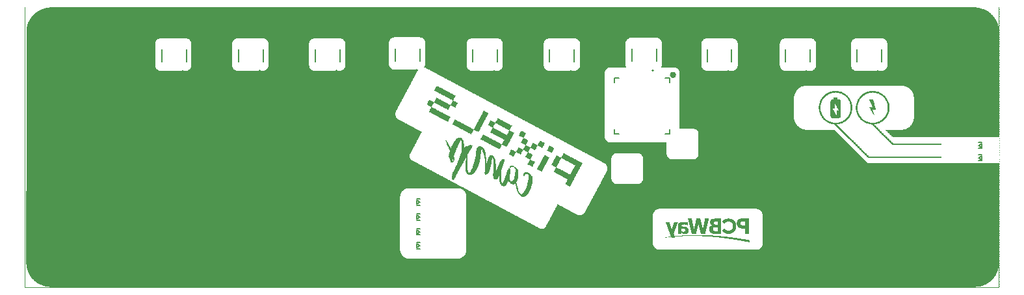
<source format=gbo>
G04*
G04 #@! TF.GenerationSoftware,Altium Limited,Altium Designer,19.0.14 (431)*
G04*
G04 Layer_Color=32896*
%FSLAX44Y44*%
%MOMM*%
G71*
G01*
G75*
%ADD10C,0.2500*%
%ADD11C,0.2540*%
%ADD14C,0.2000*%
%ADD16C,0.1270*%
%ADD72C,0.4000*%
G36*
X1559646Y1248077D02*
Y1247716D01*
Y1247356D01*
Y1246995D01*
Y1246634D01*
Y1246273D01*
Y1245912D01*
Y1245552D01*
X1560368D01*
Y1245191D01*
Y1244830D01*
X1559646D01*
Y1244469D01*
Y1244108D01*
Y1243747D01*
Y1243387D01*
Y1243026D01*
Y1242665D01*
Y1242304D01*
X1560368D01*
Y1241943D01*
Y1241583D01*
X1559646D01*
Y1241222D01*
Y1240861D01*
Y1240500D01*
Y1240139D01*
Y1239779D01*
Y1239418D01*
X1560368D01*
Y1239057D01*
Y1238696D01*
X1559646D01*
Y1238335D01*
Y1237974D01*
Y1237614D01*
Y1237253D01*
Y1236892D01*
Y1236531D01*
X1560368D01*
Y1236170D01*
Y1235810D01*
X1559646D01*
Y1235449D01*
Y1235088D01*
Y1234727D01*
Y1234366D01*
Y1234006D01*
Y1233645D01*
Y1233284D01*
X1560368D01*
Y1232923D01*
Y1232562D01*
X1559646D01*
Y1232201D01*
Y1231841D01*
Y1231480D01*
Y1231119D01*
Y1230758D01*
Y1230397D01*
X1560368D01*
Y1230037D01*
Y1229676D01*
X1559646D01*
Y1229315D01*
Y1228954D01*
Y1228593D01*
Y1228232D01*
Y1227872D01*
Y1227511D01*
X1560368D01*
Y1227150D01*
Y1226789D01*
X1559646D01*
Y1226428D01*
Y1226068D01*
Y1225707D01*
Y1225346D01*
Y1224985D01*
Y1224624D01*
Y1224264D01*
X1560368D01*
Y1223903D01*
Y1223542D01*
X1559646D01*
Y1223181D01*
Y1222820D01*
Y1222459D01*
Y1222099D01*
Y1221738D01*
Y1221377D01*
X1560368D01*
Y1221016D01*
Y1220655D01*
X1559646D01*
Y1220295D01*
Y1219934D01*
Y1219573D01*
Y1219212D01*
Y1218851D01*
Y1218491D01*
X1560368D01*
Y1218130D01*
Y1217769D01*
X1559646D01*
Y1217408D01*
Y1217047D01*
Y1216686D01*
Y1216326D01*
Y1215965D01*
Y1215604D01*
Y1215243D01*
X1560368D01*
Y1214882D01*
Y1214522D01*
X1559646D01*
Y1214161D01*
Y1213800D01*
Y1213439D01*
Y1213078D01*
Y1212718D01*
Y1212357D01*
X1560368D01*
Y1211996D01*
Y1211635D01*
X1559646D01*
Y1211274D01*
Y1210913D01*
Y1210553D01*
Y1210192D01*
Y1209831D01*
Y1209470D01*
X1560368D01*
Y1209109D01*
Y1208749D01*
X1559646D01*
Y1208388D01*
Y1208027D01*
Y1207666D01*
Y1207305D01*
Y1206945D01*
Y1206584D01*
Y1206223D01*
X1560368D01*
Y1205862D01*
Y1205501D01*
X1559646D01*
Y1205141D01*
Y1204780D01*
Y1204419D01*
Y1204058D01*
Y1203697D01*
Y1203336D01*
X1560368D01*
Y1202976D01*
Y1202615D01*
X1559646D01*
Y1202254D01*
Y1201893D01*
Y1201532D01*
Y1201171D01*
Y1200811D01*
Y1200450D01*
X1560368D01*
Y1200089D01*
Y1199728D01*
X1559646D01*
Y1199368D01*
Y1199007D01*
Y1198646D01*
Y1198285D01*
Y1197924D01*
Y1197563D01*
Y1197203D01*
X1560368D01*
Y1196842D01*
Y1196481D01*
X1559646D01*
Y1196120D01*
Y1195759D01*
Y1195398D01*
Y1195038D01*
Y1194677D01*
Y1194316D01*
X1560368D01*
Y1193955D01*
Y1193594D01*
X1559646D01*
Y1193234D01*
Y1192873D01*
Y1192512D01*
Y1192151D01*
Y1191790D01*
Y1191430D01*
X1560368D01*
Y1191069D01*
Y1190708D01*
X1559646D01*
Y1190347D01*
Y1189986D01*
Y1189625D01*
Y1189265D01*
Y1188904D01*
Y1188543D01*
Y1188182D01*
X1560368D01*
Y1187821D01*
Y1187461D01*
X1559646D01*
Y1187100D01*
Y1186739D01*
Y1186378D01*
Y1186017D01*
Y1185657D01*
Y1185296D01*
X1560368D01*
Y1184935D01*
Y1184574D01*
X1559646D01*
Y1184213D01*
Y1183852D01*
Y1183492D01*
Y1183131D01*
Y1182770D01*
Y1182409D01*
X1560368D01*
Y1182048D01*
Y1181688D01*
X1559646D01*
Y1181327D01*
Y1180966D01*
Y1180605D01*
Y1180244D01*
Y1179883D01*
Y1179523D01*
Y1179162D01*
X1560368D01*
Y1178801D01*
Y1178440D01*
X1559646D01*
Y1178080D01*
Y1177719D01*
Y1177358D01*
Y1176997D01*
Y1176636D01*
Y1176275D01*
X1560368D01*
Y1175915D01*
Y1175554D01*
X1559646D01*
Y1175193D01*
Y1174832D01*
Y1174471D01*
Y1174111D01*
Y1173750D01*
Y1173389D01*
X1560368D01*
Y1173028D01*
Y1172667D01*
X1559646D01*
Y1172307D01*
Y1171946D01*
Y1171585D01*
Y1171224D01*
Y1170863D01*
Y1170502D01*
Y1170142D01*
X1560368D01*
Y1169781D01*
Y1169420D01*
X1559646D01*
Y1169059D01*
Y1168698D01*
Y1168337D01*
Y1167977D01*
Y1167616D01*
Y1167255D01*
X1560368D01*
Y1166894D01*
Y1166534D01*
X1559646D01*
Y1166173D01*
Y1165812D01*
Y1165451D01*
Y1165090D01*
Y1164729D01*
Y1164369D01*
X1560368D01*
Y1164008D01*
Y1163647D01*
X1559646D01*
Y1163286D01*
Y1162925D01*
Y1162564D01*
Y1162204D01*
Y1161843D01*
Y1161482D01*
Y1161121D01*
X1560368D01*
Y1160760D01*
Y1160400D01*
X1559646D01*
Y1160039D01*
Y1159678D01*
Y1159317D01*
Y1158956D01*
Y1158596D01*
Y1158235D01*
X1560368D01*
Y1157874D01*
Y1157513D01*
X1559646D01*
Y1157152D01*
Y1156792D01*
Y1156431D01*
Y1156070D01*
Y1155709D01*
Y1155348D01*
X1560368D01*
Y1154987D01*
Y1154627D01*
X1559646D01*
Y1154266D01*
Y1153905D01*
Y1153544D01*
Y1153183D01*
Y1152823D01*
Y1152462D01*
Y1152101D01*
X1560368D01*
Y1151740D01*
Y1151379D01*
X1559646D01*
Y1151019D01*
Y1150658D01*
Y1150297D01*
Y1149936D01*
Y1149575D01*
Y1149214D01*
X1560368D01*
Y1148854D01*
Y1148493D01*
X1559646D01*
Y1148132D01*
Y1147771D01*
Y1147410D01*
Y1147050D01*
Y1146689D01*
Y1146328D01*
X1560368D01*
Y1145967D01*
Y1145606D01*
X1559646D01*
Y1145246D01*
Y1144885D01*
Y1144524D01*
Y1144163D01*
Y1143802D01*
Y1143441D01*
Y1143081D01*
X1560368D01*
Y1142720D01*
Y1142359D01*
X1559646D01*
Y1141998D01*
Y1141637D01*
Y1141277D01*
Y1140916D01*
Y1140555D01*
Y1140194D01*
X1560368D01*
Y1139833D01*
Y1139473D01*
X1559646D01*
Y1139112D01*
Y1138751D01*
Y1138390D01*
Y1138029D01*
Y1137668D01*
Y1137308D01*
X1560368D01*
Y1136947D01*
Y1136586D01*
X1559646D01*
Y1136225D01*
Y1135864D01*
Y1135503D01*
Y1135143D01*
Y1134782D01*
Y1134421D01*
Y1134060D01*
X1560368D01*
Y1133699D01*
Y1133339D01*
X1559646D01*
Y1132978D01*
Y1132617D01*
Y1132256D01*
Y1131895D01*
Y1131535D01*
Y1131174D01*
X1560368D01*
Y1130813D01*
Y1130452D01*
X1559646D01*
Y1130091D01*
Y1129731D01*
Y1129370D01*
Y1129009D01*
Y1128648D01*
Y1128287D01*
X1560368D01*
Y1127926D01*
Y1127566D01*
X1559646D01*
Y1127205D01*
Y1126844D01*
Y1126483D01*
Y1126122D01*
Y1125762D01*
Y1125401D01*
Y1125040D01*
X1560368D01*
Y1124679D01*
Y1124318D01*
X1559646D01*
Y1123958D01*
Y1123597D01*
Y1123236D01*
Y1122875D01*
Y1122514D01*
Y1122153D01*
X1560368D01*
Y1121793D01*
Y1121432D01*
X1559646D01*
Y1121071D01*
Y1120710D01*
Y1120349D01*
Y1119989D01*
Y1119628D01*
Y1119267D01*
X1560368D01*
Y1118906D01*
Y1118545D01*
X1559646D01*
Y1118185D01*
Y1117824D01*
Y1117463D01*
Y1117102D01*
Y1116741D01*
Y1116380D01*
Y1116020D01*
X1560368D01*
Y1115659D01*
Y1115298D01*
X1559646D01*
Y1114937D01*
Y1114576D01*
Y1114216D01*
Y1113855D01*
Y1113494D01*
Y1113133D01*
X1560368D01*
Y1112772D01*
Y1112411D01*
X1559646D01*
Y1112051D01*
Y1111690D01*
Y1111329D01*
Y1110968D01*
Y1110607D01*
Y1110247D01*
X1560368D01*
Y1109886D01*
Y1109525D01*
X1559646D01*
Y1109164D01*
Y1108803D01*
Y1108443D01*
Y1108082D01*
Y1107721D01*
Y1107360D01*
Y1106999D01*
X1560368D01*
Y1106638D01*
Y1106278D01*
X1559646D01*
Y1105917D01*
Y1105556D01*
Y1105195D01*
Y1104834D01*
Y1104474D01*
Y1104113D01*
X1560368D01*
Y1103752D01*
Y1103391D01*
X1559646D01*
Y1103030D01*
Y1102670D01*
Y1102309D01*
Y1101948D01*
Y1101587D01*
Y1101226D01*
X1560368D01*
Y1100865D01*
Y1100505D01*
X1559646D01*
Y1100144D01*
Y1099783D01*
Y1099422D01*
Y1099061D01*
Y1098701D01*
Y1098340D01*
Y1097979D01*
X1560368D01*
Y1097618D01*
Y1097257D01*
X1559646D01*
Y1096897D01*
Y1096536D01*
Y1096175D01*
Y1095814D01*
Y1095453D01*
Y1095092D01*
X1560368D01*
Y1094732D01*
Y1094371D01*
X1559646D01*
Y1094010D01*
Y1093649D01*
Y1093288D01*
Y1092928D01*
Y1092567D01*
Y1092206D01*
X1560368D01*
Y1091845D01*
Y1091484D01*
X1559646D01*
Y1091124D01*
Y1090763D01*
Y1090402D01*
Y1090041D01*
Y1089680D01*
Y1089320D01*
Y1088959D01*
X1560368D01*
Y1088598D01*
Y1088237D01*
X1559646D01*
Y1087876D01*
Y1087515D01*
Y1087155D01*
Y1086794D01*
Y1086433D01*
Y1086072D01*
X1560368D01*
Y1085711D01*
Y1085350D01*
X1559646D01*
Y1084990D01*
Y1084629D01*
Y1084268D01*
Y1083907D01*
Y1083546D01*
Y1083186D01*
X1560368D01*
Y1082825D01*
Y1082464D01*
X1559646D01*
Y1082103D01*
Y1081742D01*
Y1081382D01*
Y1081021D01*
Y1080660D01*
Y1080299D01*
Y1079938D01*
X1560368D01*
Y1079577D01*
Y1079217D01*
X1559646D01*
Y1078856D01*
Y1078495D01*
Y1078134D01*
Y1077773D01*
Y1077413D01*
Y1077052D01*
X1560368D01*
Y1076691D01*
Y1076330D01*
X1559646D01*
Y1075969D01*
Y1075609D01*
Y1075248D01*
Y1074887D01*
Y1074526D01*
Y1074165D01*
X1560368D01*
Y1073804D01*
Y1073444D01*
X1559646D01*
Y1073083D01*
Y1072722D01*
Y1072361D01*
Y1072000D01*
Y1071640D01*
Y1071279D01*
Y1070918D01*
X1560368D01*
Y1070557D01*
Y1070196D01*
X1559646D01*
Y1069836D01*
Y1069475D01*
Y1069114D01*
Y1068753D01*
Y1068392D01*
Y1068031D01*
X1560368D01*
Y1067671D01*
Y1067310D01*
X1559646D01*
Y1066949D01*
Y1066588D01*
Y1066227D01*
Y1065867D01*
Y1065506D01*
Y1065145D01*
X1560368D01*
Y1064784D01*
Y1064423D01*
X1559646D01*
Y1064062D01*
Y1063702D01*
Y1063341D01*
Y1062980D01*
Y1062619D01*
Y1062259D01*
Y1061898D01*
X1560368D01*
Y1061537D01*
Y1061176D01*
X1559646D01*
Y1060815D01*
Y1060454D01*
Y1060094D01*
Y1059733D01*
Y1059372D01*
Y1059011D01*
X1560368D01*
Y1058650D01*
Y1058290D01*
X1559646D01*
Y1057929D01*
Y1057568D01*
Y1057207D01*
Y1056846D01*
Y1056486D01*
Y1056125D01*
X1560368D01*
Y1055764D01*
Y1055403D01*
X1559646D01*
Y1055042D01*
Y1054681D01*
Y1054321D01*
Y1053960D01*
Y1053599D01*
Y1053238D01*
Y1052877D01*
X1560368D01*
Y1052516D01*
Y1052156D01*
X1559646D01*
Y1051795D01*
Y1051434D01*
Y1051073D01*
Y1050713D01*
Y1050352D01*
Y1049991D01*
X1560368D01*
Y1049630D01*
Y1049269D01*
X1559646D01*
Y1048908D01*
Y1048548D01*
Y1048187D01*
Y1047826D01*
Y1047465D01*
Y1047104D01*
X1560368D01*
Y1046743D01*
Y1046383D01*
X1559646D01*
Y1046022D01*
Y1045661D01*
Y1045300D01*
Y1044939D01*
Y1044579D01*
Y1044218D01*
Y1043857D01*
X1560368D01*
Y1043496D01*
Y1043135D01*
X1559646D01*
Y1042775D01*
Y1042414D01*
Y1042053D01*
Y1041692D01*
Y1041331D01*
Y1040971D01*
X1560368D01*
Y1040610D01*
Y1040249D01*
X1559646D01*
Y1039888D01*
Y1039527D01*
Y1039166D01*
Y1038806D01*
Y1038445D01*
Y1038084D01*
X1560368D01*
Y1037723D01*
Y1037362D01*
X1559646D01*
Y1037002D01*
Y1036641D01*
Y1036280D01*
Y1035919D01*
Y1035558D01*
Y1035198D01*
Y1034837D01*
X1560368D01*
Y1034476D01*
Y1034115D01*
X1559646D01*
Y1033754D01*
Y1033393D01*
Y1033033D01*
Y1032672D01*
Y1032311D01*
Y1031950D01*
X1560368D01*
Y1031589D01*
Y1031229D01*
X1559646D01*
Y1030868D01*
Y1030507D01*
Y1030146D01*
Y1029785D01*
Y1029425D01*
Y1029064D01*
X1560368D01*
Y1028703D01*
Y1028342D01*
X1559646D01*
Y1027981D01*
Y1027620D01*
Y1027260D01*
Y1026899D01*
Y1026538D01*
Y1026177D01*
Y1025816D01*
X1560368D01*
Y1025455D01*
Y1025095D01*
X1559646D01*
Y1024734D01*
Y1024373D01*
Y1024012D01*
Y1023652D01*
Y1023291D01*
Y1022930D01*
X1560368D01*
Y1022569D01*
Y1022208D01*
X1559646D01*
Y1021847D01*
Y1021487D01*
Y1021126D01*
Y1020765D01*
Y1020404D01*
Y1020043D01*
X1560368D01*
Y1019682D01*
Y1019322D01*
X1559646D01*
Y1018961D01*
Y1018600D01*
Y1018239D01*
Y1017878D01*
Y1017518D01*
Y1017157D01*
Y1016796D01*
X1560368D01*
Y1016435D01*
Y1016074D01*
X1559646D01*
Y1015714D01*
Y1015353D01*
Y1014992D01*
Y1014631D01*
Y1014270D01*
Y1013910D01*
X1560368D01*
Y1013549D01*
Y1013188D01*
X1559646D01*
Y1012827D01*
Y1012466D01*
Y1012105D01*
Y1011745D01*
Y1011384D01*
Y1011023D01*
X1560368D01*
Y1010662D01*
Y1010301D01*
X1559646D01*
Y1009941D01*
Y1009580D01*
Y1009219D01*
Y1008858D01*
Y1008497D01*
Y1008137D01*
Y1007776D01*
X1560368D01*
Y1007415D01*
Y1007054D01*
X1559646D01*
Y1006693D01*
Y1006332D01*
Y1005972D01*
Y1005611D01*
Y1005250D01*
Y1004889D01*
X1560368D01*
Y1004528D01*
Y1004168D01*
X1559646D01*
Y1003807D01*
Y1003446D01*
Y1003085D01*
Y1002724D01*
Y1002364D01*
Y1002003D01*
X1560368D01*
Y1001642D01*
Y1001281D01*
X1559646D01*
Y1000920D01*
Y1000559D01*
Y1000199D01*
Y999838D01*
Y999477D01*
Y999116D01*
Y998755D01*
X1560368D01*
Y998395D01*
Y998034D01*
X1559646D01*
Y997673D01*
Y997312D01*
Y996951D01*
Y996590D01*
Y996230D01*
Y995869D01*
X1560368D01*
Y995508D01*
Y995147D01*
X1559646D01*
Y994787D01*
Y994426D01*
Y994065D01*
Y993704D01*
Y993343D01*
Y992982D01*
X1560368D01*
Y992622D01*
Y992261D01*
X1559646D01*
Y991900D01*
Y991539D01*
Y991178D01*
Y990817D01*
Y990457D01*
Y990096D01*
Y989735D01*
X1560368D01*
Y989374D01*
Y989013D01*
X1559646D01*
Y988653D01*
Y988292D01*
Y987931D01*
Y987570D01*
Y987209D01*
Y986849D01*
X1560368D01*
Y986488D01*
Y986127D01*
X1559646D01*
Y985766D01*
Y985405D01*
Y985044D01*
Y984684D01*
Y984323D01*
Y983962D01*
X1560368D01*
Y983601D01*
Y983240D01*
X1559646D01*
Y982880D01*
Y982519D01*
Y982158D01*
Y981797D01*
Y981436D01*
Y981076D01*
Y980715D01*
X1560368D01*
Y980354D01*
Y979993D01*
X1559646D01*
Y979632D01*
Y979271D01*
Y978911D01*
Y978550D01*
Y978189D01*
Y977828D01*
X1560368D01*
Y977467D01*
Y977107D01*
X1559646D01*
Y976746D01*
Y976385D01*
Y976024D01*
Y975663D01*
Y975303D01*
Y974942D01*
X1560368D01*
Y974581D01*
Y974220D01*
X1559646D01*
Y973859D01*
Y973499D01*
Y973138D01*
Y972777D01*
Y972416D01*
Y972055D01*
Y971694D01*
X1560368D01*
Y971334D01*
Y970973D01*
X1559646D01*
Y970612D01*
Y970251D01*
Y969890D01*
Y969529D01*
Y969169D01*
Y968808D01*
X1560368D01*
Y968447D01*
Y968086D01*
X1559646D01*
Y967726D01*
Y967365D01*
Y967004D01*
Y966643D01*
Y966282D01*
Y965921D01*
X1560368D01*
Y965561D01*
Y965200D01*
X1559646D01*
Y964839D01*
Y964478D01*
Y964117D01*
Y963756D01*
Y963396D01*
Y963035D01*
Y962674D01*
X1560368D01*
Y962313D01*
Y961953D01*
X1559646D01*
Y961592D01*
Y961231D01*
Y960870D01*
Y960509D01*
Y960148D01*
Y959788D01*
X1560368D01*
Y959427D01*
Y959066D01*
X1559646D01*
Y958705D01*
Y958344D01*
Y957983D01*
Y957623D01*
Y957262D01*
Y956901D01*
X1560368D01*
Y956540D01*
Y956179D01*
X1559646D01*
Y955819D01*
Y955458D01*
Y955097D01*
Y954736D01*
Y954375D01*
Y954015D01*
Y953654D01*
X1560368D01*
Y953293D01*
Y952932D01*
X1559646D01*
Y952571D01*
Y952210D01*
Y951850D01*
Y951489D01*
Y951128D01*
Y950767D01*
X1560368D01*
Y950406D01*
Y950046D01*
X1559646D01*
Y949685D01*
Y949324D01*
Y948963D01*
Y948602D01*
Y948242D01*
Y947881D01*
X1560368D01*
Y947520D01*
Y947159D01*
X1559646D01*
Y946798D01*
Y946438D01*
Y946077D01*
Y945716D01*
Y945355D01*
Y944994D01*
Y944633D01*
X1560368D01*
Y944273D01*
Y943912D01*
X1559646D01*
Y943551D01*
Y943190D01*
Y942829D01*
Y942469D01*
Y942108D01*
Y941747D01*
X1560368D01*
Y941386D01*
Y941025D01*
X1559646D01*
Y940665D01*
Y940304D01*
Y939943D01*
Y939582D01*
Y939221D01*
Y938860D01*
X1560368D01*
Y938500D01*
Y938139D01*
X1559646D01*
Y937778D01*
Y937417D01*
Y937056D01*
Y936695D01*
Y936335D01*
Y935974D01*
Y935613D01*
X1560368D01*
Y935252D01*
Y934892D01*
X1559646D01*
Y934531D01*
Y934170D01*
Y933809D01*
Y933448D01*
Y933087D01*
Y932727D01*
X1560368D01*
Y932366D01*
Y932005D01*
X1559646D01*
Y931644D01*
Y931283D01*
Y930922D01*
Y930562D01*
Y930201D01*
Y929840D01*
X1560368D01*
Y929479D01*
Y929118D01*
X1559646D01*
Y928758D01*
Y928397D01*
Y928036D01*
Y927675D01*
Y927314D01*
Y926954D01*
Y926593D01*
X1560368D01*
Y926232D01*
Y925871D01*
X1559646D01*
Y925510D01*
Y925150D01*
Y924789D01*
Y924428D01*
Y924067D01*
Y923706D01*
X1560368D01*
Y923345D01*
Y922985D01*
X1559646D01*
Y922624D01*
Y922263D01*
Y921902D01*
Y921541D01*
Y921181D01*
Y920820D01*
X1560368D01*
Y920459D01*
Y920098D01*
X1559646D01*
Y919737D01*
Y919377D01*
Y919016D01*
Y918655D01*
Y918294D01*
Y917933D01*
Y917572D01*
X1560368D01*
Y917212D01*
Y916851D01*
X1559646D01*
Y916490D01*
Y916129D01*
Y915768D01*
Y915408D01*
Y915047D01*
Y914686D01*
X1560368D01*
Y914325D01*
Y913964D01*
X1559646D01*
Y913604D01*
Y913243D01*
Y912882D01*
Y912521D01*
Y912160D01*
Y911799D01*
X1560368D01*
Y911439D01*
Y911078D01*
X1559646D01*
Y910717D01*
Y910356D01*
Y909995D01*
Y909635D01*
Y909274D01*
Y908913D01*
Y908552D01*
X1560368D01*
Y908191D01*
Y907831D01*
X1559646D01*
Y907470D01*
Y907109D01*
Y906748D01*
Y906387D01*
Y906026D01*
Y905666D01*
X1560368D01*
Y905305D01*
Y904944D01*
X1559646D01*
Y904583D01*
Y904222D01*
Y903861D01*
Y903501D01*
Y903140D01*
Y902779D01*
X1560368D01*
Y902418D01*
Y902057D01*
X1559646D01*
Y901697D01*
Y901336D01*
Y900975D01*
Y900614D01*
Y900253D01*
Y899893D01*
Y899532D01*
X1560368D01*
Y899171D01*
Y898810D01*
X1559646D01*
Y898449D01*
Y898089D01*
Y897728D01*
Y897367D01*
Y897006D01*
Y896645D01*
X1560368D01*
Y896284D01*
Y895924D01*
X1559646D01*
Y895563D01*
Y895202D01*
Y894841D01*
Y894480D01*
Y894120D01*
Y893759D01*
X1560368D01*
Y893398D01*
Y893037D01*
X1559646D01*
Y892676D01*
Y892316D01*
Y891955D01*
Y891594D01*
Y891233D01*
Y890872D01*
Y890511D01*
X1560368D01*
Y890151D01*
Y889790D01*
X1559646D01*
Y889429D01*
Y889068D01*
Y888707D01*
Y888347D01*
Y887986D01*
Y887625D01*
X1560368D01*
Y887264D01*
Y886903D01*
X1559646D01*
Y886543D01*
Y886182D01*
Y885821D01*
Y885460D01*
Y885099D01*
Y884738D01*
X1560368D01*
Y884378D01*
Y884017D01*
X1559646D01*
Y883656D01*
Y883295D01*
Y882934D01*
Y882574D01*
Y882213D01*
X290667D01*
Y882574D01*
X289945D01*
Y882934D01*
Y883295D01*
Y883656D01*
Y884017D01*
Y884378D01*
Y884738D01*
Y885099D01*
Y885460D01*
Y885821D01*
Y886182D01*
Y886543D01*
Y886903D01*
Y887264D01*
Y887625D01*
Y887986D01*
Y888347D01*
Y888707D01*
Y889068D01*
Y889429D01*
Y889790D01*
Y890151D01*
Y890511D01*
Y890872D01*
Y891233D01*
Y891594D01*
Y891955D01*
Y892316D01*
Y892676D01*
Y893037D01*
Y893398D01*
Y893759D01*
Y894120D01*
Y894480D01*
Y894841D01*
Y895202D01*
Y895563D01*
Y895924D01*
Y896284D01*
Y896645D01*
Y897006D01*
Y897367D01*
Y897728D01*
Y898089D01*
Y898449D01*
Y898810D01*
Y899171D01*
Y899532D01*
Y899893D01*
Y900253D01*
Y900614D01*
Y900975D01*
Y901336D01*
Y901697D01*
Y902057D01*
Y902418D01*
Y902779D01*
Y903140D01*
Y903501D01*
Y903861D01*
Y904222D01*
Y904583D01*
Y904944D01*
Y905305D01*
Y905666D01*
Y906026D01*
Y906387D01*
Y906748D01*
Y907109D01*
Y907470D01*
Y907831D01*
Y908191D01*
Y908552D01*
Y908913D01*
Y909274D01*
Y909635D01*
Y909995D01*
Y910356D01*
Y910717D01*
Y911078D01*
Y911439D01*
Y911799D01*
Y912160D01*
Y912521D01*
Y912882D01*
Y913243D01*
Y913604D01*
Y913964D01*
Y914325D01*
Y914686D01*
Y915047D01*
Y915408D01*
Y915768D01*
Y916129D01*
Y916490D01*
Y916851D01*
Y917212D01*
Y917572D01*
Y917933D01*
Y918294D01*
Y918655D01*
Y919016D01*
Y919377D01*
Y919737D01*
Y920098D01*
Y920459D01*
Y920820D01*
Y921181D01*
Y921541D01*
Y921902D01*
Y922263D01*
Y922624D01*
Y922985D01*
Y923345D01*
Y923706D01*
Y924067D01*
Y924428D01*
Y924789D01*
Y925150D01*
Y925510D01*
Y925871D01*
Y926232D01*
Y926593D01*
Y926954D01*
Y927314D01*
Y927675D01*
Y928036D01*
Y928397D01*
Y928758D01*
Y929118D01*
Y929479D01*
Y929840D01*
Y930201D01*
Y930562D01*
Y930922D01*
Y931283D01*
Y931644D01*
Y932005D01*
Y932366D01*
Y932727D01*
Y933087D01*
Y933448D01*
Y933809D01*
Y934170D01*
Y934531D01*
Y934892D01*
Y935252D01*
Y935613D01*
Y935974D01*
Y936335D01*
Y936695D01*
Y937056D01*
Y937417D01*
Y937778D01*
Y938139D01*
Y938500D01*
Y938860D01*
Y939221D01*
Y939582D01*
Y939943D01*
Y940304D01*
Y940665D01*
Y941025D01*
Y941386D01*
Y941747D01*
Y942108D01*
Y942469D01*
Y942829D01*
Y943190D01*
Y943551D01*
Y943912D01*
Y944273D01*
Y944633D01*
Y944994D01*
Y945355D01*
Y945716D01*
Y946077D01*
Y946438D01*
Y946798D01*
Y947159D01*
Y947520D01*
Y947881D01*
Y948242D01*
Y948602D01*
Y948963D01*
Y949324D01*
Y949685D01*
Y950046D01*
Y950406D01*
Y950767D01*
Y951128D01*
Y951489D01*
Y951850D01*
Y952210D01*
Y952571D01*
Y952932D01*
Y953293D01*
Y953654D01*
Y954015D01*
Y954375D01*
Y954736D01*
Y955097D01*
Y955458D01*
Y955819D01*
Y956179D01*
Y956540D01*
Y956901D01*
Y957262D01*
Y957623D01*
Y957983D01*
Y958344D01*
Y958705D01*
Y959066D01*
Y959427D01*
Y959788D01*
Y960148D01*
Y960509D01*
Y960870D01*
Y961231D01*
Y961592D01*
Y961953D01*
Y962313D01*
Y962674D01*
Y963035D01*
Y963396D01*
Y963756D01*
Y964117D01*
Y964478D01*
Y964839D01*
Y965200D01*
Y965561D01*
Y965921D01*
Y966282D01*
Y966643D01*
Y967004D01*
Y967365D01*
Y967726D01*
Y968086D01*
Y968447D01*
Y968808D01*
Y969169D01*
Y969529D01*
Y969890D01*
Y970251D01*
Y970612D01*
Y970973D01*
Y971334D01*
Y971694D01*
Y972055D01*
Y972416D01*
Y972777D01*
Y973138D01*
Y973499D01*
Y973859D01*
Y974220D01*
Y974581D01*
Y974942D01*
Y975303D01*
Y975663D01*
Y976024D01*
Y976385D01*
Y976746D01*
Y977107D01*
Y977467D01*
Y977828D01*
Y978189D01*
Y978550D01*
Y978911D01*
Y979271D01*
Y979632D01*
Y979993D01*
Y980354D01*
Y980715D01*
Y981076D01*
Y981436D01*
Y981797D01*
Y982158D01*
Y982519D01*
Y982880D01*
Y983240D01*
Y983601D01*
Y983962D01*
Y984323D01*
Y984684D01*
Y985044D01*
Y985405D01*
Y985766D01*
Y986127D01*
Y986488D01*
Y986849D01*
Y987209D01*
Y987570D01*
Y987931D01*
Y988292D01*
Y988653D01*
Y989013D01*
Y989374D01*
Y989735D01*
Y990096D01*
Y990457D01*
Y990817D01*
Y991178D01*
Y991539D01*
Y991900D01*
Y992261D01*
Y992622D01*
Y992982D01*
Y993343D01*
Y993704D01*
Y994065D01*
Y994426D01*
Y994787D01*
Y995147D01*
Y995508D01*
Y995869D01*
Y996230D01*
Y996590D01*
Y996951D01*
Y997312D01*
Y997673D01*
Y998034D01*
Y998395D01*
Y998755D01*
Y999116D01*
Y999477D01*
Y999838D01*
Y1000199D01*
Y1000559D01*
Y1000920D01*
Y1001281D01*
Y1001642D01*
Y1002003D01*
Y1002364D01*
Y1002724D01*
Y1003085D01*
Y1003446D01*
Y1003807D01*
Y1004168D01*
Y1004528D01*
Y1004889D01*
Y1005250D01*
Y1005611D01*
Y1005972D01*
Y1006332D01*
Y1006693D01*
Y1007054D01*
Y1007415D01*
Y1007776D01*
Y1008137D01*
Y1008497D01*
Y1008858D01*
Y1009219D01*
Y1009580D01*
Y1009941D01*
Y1010301D01*
Y1010662D01*
Y1011023D01*
Y1011384D01*
Y1011745D01*
Y1012105D01*
Y1012466D01*
Y1012827D01*
Y1013188D01*
Y1013549D01*
Y1013910D01*
Y1014270D01*
Y1014631D01*
Y1014992D01*
Y1015353D01*
Y1015714D01*
Y1016074D01*
Y1016435D01*
Y1016796D01*
Y1017157D01*
Y1017518D01*
Y1017878D01*
Y1018239D01*
Y1018600D01*
Y1018961D01*
Y1019322D01*
Y1019682D01*
Y1020043D01*
Y1020404D01*
Y1020765D01*
Y1021126D01*
Y1021487D01*
Y1021847D01*
Y1022208D01*
Y1022569D01*
Y1022930D01*
Y1023291D01*
Y1023652D01*
Y1024012D01*
Y1024373D01*
Y1024734D01*
Y1025095D01*
Y1025455D01*
Y1025816D01*
Y1026177D01*
Y1026538D01*
Y1026899D01*
Y1027260D01*
Y1027620D01*
Y1027981D01*
Y1028342D01*
Y1028703D01*
Y1029064D01*
Y1029425D01*
Y1029785D01*
Y1030146D01*
Y1030507D01*
Y1030868D01*
Y1031229D01*
Y1031589D01*
Y1031950D01*
Y1032311D01*
Y1032672D01*
Y1033033D01*
Y1033393D01*
Y1033754D01*
Y1034115D01*
Y1034476D01*
Y1034837D01*
Y1035198D01*
Y1035558D01*
Y1035919D01*
Y1036280D01*
Y1036641D01*
Y1037002D01*
Y1037362D01*
Y1037723D01*
Y1038084D01*
Y1038445D01*
Y1038806D01*
Y1039166D01*
Y1039527D01*
Y1039888D01*
Y1040249D01*
Y1040610D01*
Y1040971D01*
Y1041331D01*
Y1041692D01*
Y1042053D01*
Y1042414D01*
Y1042775D01*
Y1043135D01*
Y1043496D01*
Y1043857D01*
Y1044218D01*
Y1044579D01*
Y1044939D01*
Y1045300D01*
Y1045661D01*
Y1046022D01*
Y1046383D01*
Y1046743D01*
Y1047104D01*
Y1047465D01*
Y1047826D01*
Y1048187D01*
Y1048548D01*
Y1048908D01*
Y1049269D01*
Y1049630D01*
Y1049991D01*
Y1050352D01*
Y1050713D01*
Y1051073D01*
Y1051434D01*
Y1051795D01*
Y1052156D01*
Y1052516D01*
Y1052877D01*
Y1053238D01*
Y1053599D01*
Y1053960D01*
Y1054321D01*
Y1054681D01*
Y1055042D01*
Y1055403D01*
Y1055764D01*
Y1056125D01*
Y1056486D01*
Y1056846D01*
Y1057207D01*
Y1057568D01*
Y1057929D01*
Y1058290D01*
Y1058650D01*
Y1059011D01*
Y1059372D01*
Y1059733D01*
Y1060094D01*
Y1060454D01*
Y1060815D01*
Y1061176D01*
Y1061537D01*
Y1061898D01*
Y1062259D01*
Y1062619D01*
Y1062980D01*
Y1063341D01*
Y1063702D01*
Y1064062D01*
Y1064423D01*
Y1064784D01*
Y1065145D01*
Y1065506D01*
Y1065867D01*
Y1066227D01*
Y1066588D01*
Y1066949D01*
Y1067310D01*
Y1067671D01*
Y1068031D01*
Y1068392D01*
Y1068753D01*
Y1069114D01*
Y1069475D01*
Y1069836D01*
Y1070196D01*
Y1070557D01*
Y1070918D01*
Y1071279D01*
Y1071640D01*
Y1072000D01*
Y1072361D01*
Y1072722D01*
Y1073083D01*
Y1073444D01*
Y1073804D01*
Y1074165D01*
Y1074526D01*
Y1074887D01*
Y1075248D01*
Y1075609D01*
Y1075969D01*
Y1076330D01*
Y1076691D01*
Y1077052D01*
Y1077413D01*
Y1077773D01*
Y1078134D01*
Y1078495D01*
Y1078856D01*
Y1079217D01*
Y1079577D01*
Y1079938D01*
Y1080299D01*
Y1080660D01*
Y1081021D01*
Y1081382D01*
Y1081742D01*
Y1082103D01*
Y1082464D01*
Y1082825D01*
Y1083186D01*
Y1083546D01*
Y1083907D01*
Y1084268D01*
Y1084629D01*
Y1084990D01*
Y1085350D01*
Y1085711D01*
Y1086072D01*
Y1086433D01*
Y1086794D01*
Y1087155D01*
Y1087515D01*
Y1087876D01*
Y1088237D01*
Y1088598D01*
Y1088959D01*
Y1089320D01*
Y1089680D01*
Y1090041D01*
Y1090402D01*
Y1090763D01*
Y1091124D01*
Y1091484D01*
Y1091845D01*
Y1092206D01*
Y1092567D01*
Y1092928D01*
Y1093288D01*
Y1093649D01*
Y1094010D01*
Y1094371D01*
Y1094732D01*
Y1095092D01*
Y1095453D01*
Y1095814D01*
Y1096175D01*
Y1096536D01*
Y1096897D01*
Y1097257D01*
Y1097618D01*
Y1097979D01*
Y1098340D01*
Y1098701D01*
Y1099061D01*
Y1099422D01*
Y1099783D01*
Y1100144D01*
Y1100505D01*
Y1100865D01*
Y1101226D01*
Y1101587D01*
Y1101948D01*
Y1102309D01*
Y1102670D01*
Y1103030D01*
Y1103391D01*
Y1103752D01*
Y1104113D01*
Y1104474D01*
Y1104834D01*
Y1105195D01*
Y1105556D01*
Y1105917D01*
Y1106278D01*
Y1106638D01*
Y1106999D01*
Y1107360D01*
Y1107721D01*
Y1108082D01*
Y1108443D01*
Y1108803D01*
Y1109164D01*
Y1109525D01*
Y1109886D01*
Y1110247D01*
Y1110607D01*
Y1110968D01*
Y1111329D01*
Y1111690D01*
Y1112051D01*
Y1112411D01*
Y1112772D01*
Y1113133D01*
Y1113494D01*
Y1113855D01*
Y1114216D01*
Y1114576D01*
Y1114937D01*
Y1115298D01*
Y1115659D01*
Y1116020D01*
Y1116380D01*
Y1116741D01*
Y1117102D01*
Y1117463D01*
Y1117824D01*
Y1118185D01*
Y1118545D01*
Y1118906D01*
Y1119267D01*
Y1119628D01*
Y1119989D01*
Y1120349D01*
Y1120710D01*
Y1121071D01*
Y1121432D01*
Y1121793D01*
Y1122153D01*
Y1122514D01*
Y1122875D01*
Y1123236D01*
Y1123597D01*
Y1123958D01*
Y1124318D01*
Y1124679D01*
Y1125040D01*
Y1125401D01*
Y1125762D01*
Y1126122D01*
Y1126483D01*
Y1126844D01*
Y1127205D01*
Y1127566D01*
Y1127926D01*
Y1128287D01*
Y1128648D01*
Y1129009D01*
Y1129370D01*
Y1129731D01*
Y1130091D01*
Y1130452D01*
Y1130813D01*
Y1131174D01*
Y1131535D01*
Y1131895D01*
Y1132256D01*
Y1132617D01*
Y1132978D01*
Y1133339D01*
Y1133699D01*
Y1134060D01*
Y1134421D01*
Y1134782D01*
Y1135143D01*
Y1135503D01*
Y1135864D01*
Y1136225D01*
Y1136586D01*
Y1136947D01*
Y1137308D01*
Y1137668D01*
Y1138029D01*
Y1138390D01*
Y1138751D01*
Y1139112D01*
Y1139473D01*
Y1139833D01*
Y1140194D01*
Y1140555D01*
Y1140916D01*
Y1141277D01*
Y1141637D01*
Y1141998D01*
Y1142359D01*
Y1142720D01*
Y1143081D01*
Y1143441D01*
Y1143802D01*
Y1144163D01*
Y1144524D01*
Y1144885D01*
Y1145246D01*
Y1145606D01*
Y1145967D01*
Y1146328D01*
Y1146689D01*
Y1147050D01*
Y1147410D01*
Y1147771D01*
Y1148132D01*
Y1148493D01*
Y1148854D01*
Y1149214D01*
Y1149575D01*
Y1149936D01*
Y1150297D01*
Y1150658D01*
Y1151019D01*
Y1151379D01*
Y1151740D01*
Y1152101D01*
Y1152462D01*
Y1152823D01*
Y1153183D01*
Y1153544D01*
Y1153905D01*
Y1154266D01*
Y1154627D01*
Y1154987D01*
Y1155348D01*
Y1155709D01*
Y1156070D01*
Y1156431D01*
Y1156792D01*
Y1157152D01*
Y1157513D01*
Y1157874D01*
Y1158235D01*
Y1158596D01*
Y1158956D01*
Y1159317D01*
Y1159678D01*
Y1160039D01*
Y1160400D01*
Y1160760D01*
Y1161121D01*
Y1161482D01*
Y1161843D01*
Y1162204D01*
Y1162564D01*
Y1162925D01*
Y1163286D01*
Y1163647D01*
Y1164008D01*
Y1164369D01*
Y1164729D01*
Y1165090D01*
Y1165451D01*
Y1165812D01*
Y1166173D01*
Y1166534D01*
Y1166894D01*
Y1167255D01*
Y1167616D01*
Y1167977D01*
Y1168337D01*
Y1168698D01*
Y1169059D01*
Y1169420D01*
Y1169781D01*
Y1170142D01*
Y1170502D01*
Y1170863D01*
Y1171224D01*
Y1171585D01*
Y1171946D01*
Y1172307D01*
Y1172667D01*
Y1173028D01*
Y1173389D01*
Y1173750D01*
Y1174111D01*
Y1174471D01*
Y1174832D01*
Y1175193D01*
Y1175554D01*
Y1175915D01*
Y1176275D01*
Y1176636D01*
Y1176997D01*
Y1177358D01*
Y1177719D01*
Y1178080D01*
Y1178440D01*
Y1178801D01*
Y1179162D01*
Y1179523D01*
Y1179883D01*
Y1180244D01*
Y1180605D01*
Y1180966D01*
Y1181327D01*
Y1181688D01*
Y1182048D01*
Y1182409D01*
Y1182770D01*
Y1183131D01*
Y1183492D01*
Y1183852D01*
Y1184213D01*
Y1184574D01*
Y1184935D01*
Y1185296D01*
Y1185657D01*
Y1186017D01*
Y1186378D01*
Y1186739D01*
Y1187100D01*
Y1187461D01*
Y1187821D01*
Y1188182D01*
Y1188543D01*
Y1188904D01*
Y1189265D01*
Y1189625D01*
Y1189986D01*
Y1190347D01*
Y1190708D01*
Y1191069D01*
Y1191430D01*
Y1191790D01*
Y1192151D01*
Y1192512D01*
Y1192873D01*
Y1193234D01*
Y1193594D01*
Y1193955D01*
Y1194316D01*
Y1194677D01*
Y1195038D01*
Y1195398D01*
Y1195759D01*
Y1196120D01*
Y1196481D01*
Y1196842D01*
Y1197203D01*
Y1197563D01*
Y1197924D01*
Y1198285D01*
Y1198646D01*
Y1199007D01*
Y1199368D01*
Y1199728D01*
Y1200089D01*
Y1200450D01*
Y1200811D01*
Y1201171D01*
Y1201532D01*
Y1201893D01*
Y1202254D01*
Y1202615D01*
Y1202976D01*
Y1203336D01*
Y1203697D01*
Y1204058D01*
Y1204419D01*
Y1204780D01*
Y1205141D01*
Y1205501D01*
Y1205862D01*
Y1206223D01*
Y1206584D01*
Y1206945D01*
Y1207305D01*
Y1207666D01*
Y1208027D01*
Y1208388D01*
Y1208749D01*
Y1209109D01*
Y1209470D01*
Y1209831D01*
Y1210192D01*
Y1210553D01*
Y1210913D01*
Y1211274D01*
Y1211635D01*
Y1211996D01*
Y1212357D01*
Y1212718D01*
Y1213078D01*
Y1213439D01*
Y1213800D01*
Y1214161D01*
Y1214522D01*
Y1214882D01*
Y1215243D01*
Y1215604D01*
Y1215965D01*
Y1216326D01*
Y1216686D01*
Y1217047D01*
Y1217408D01*
Y1217769D01*
Y1218130D01*
Y1218491D01*
Y1218851D01*
Y1219212D01*
Y1219573D01*
Y1219934D01*
Y1220295D01*
Y1220655D01*
Y1221016D01*
Y1221377D01*
Y1221738D01*
Y1222099D01*
Y1222459D01*
Y1222820D01*
Y1223181D01*
Y1223542D01*
Y1223903D01*
Y1224264D01*
Y1224624D01*
Y1224985D01*
Y1225346D01*
Y1225707D01*
Y1226068D01*
Y1226428D01*
Y1226789D01*
Y1227150D01*
Y1227511D01*
Y1227872D01*
Y1228232D01*
Y1228593D01*
Y1228954D01*
Y1229315D01*
Y1229676D01*
Y1230037D01*
Y1230397D01*
Y1230758D01*
Y1231119D01*
Y1231480D01*
Y1231841D01*
Y1232201D01*
Y1232562D01*
Y1232923D01*
Y1233284D01*
Y1233645D01*
Y1234006D01*
Y1234366D01*
Y1234727D01*
Y1235088D01*
Y1235449D01*
Y1235810D01*
Y1236170D01*
Y1236531D01*
Y1236892D01*
Y1237253D01*
Y1237614D01*
Y1237974D01*
Y1238335D01*
Y1238696D01*
Y1239057D01*
Y1239418D01*
Y1239779D01*
Y1240139D01*
Y1240500D01*
Y1240861D01*
Y1241222D01*
Y1241583D01*
Y1241943D01*
Y1242304D01*
Y1242665D01*
Y1243026D01*
Y1243387D01*
Y1243747D01*
Y1244108D01*
Y1244469D01*
Y1244830D01*
Y1245191D01*
Y1245552D01*
X290667D01*
Y1245912D01*
Y1246273D01*
Y1246634D01*
Y1246995D01*
Y1247356D01*
Y1247716D01*
Y1248077D01*
Y1248438D01*
X1559646D01*
Y1248077D01*
D02*
G37*
%LPC*%
G36*
X1558925Y1247716D02*
X1529699D01*
Y1247356D01*
X1532586D01*
Y1246995D01*
X1534390D01*
Y1246634D01*
X1535833D01*
Y1246273D01*
X1536915D01*
Y1245912D01*
X1537998D01*
Y1245552D01*
X1539080D01*
Y1245191D01*
X1539802D01*
Y1244830D01*
X1540884D01*
Y1244469D01*
X1541606D01*
Y1244108D01*
X1542328D01*
Y1243747D01*
X1543049D01*
Y1243387D01*
X1543771D01*
Y1243026D01*
X1544132D01*
Y1242665D01*
X1544853D01*
Y1242304D01*
X1545214D01*
Y1241943D01*
X1545936D01*
Y1241583D01*
X1546297D01*
Y1241222D01*
X1546657D01*
Y1240861D01*
X1547379D01*
Y1240500D01*
X1547740D01*
Y1240139D01*
X1548100D01*
Y1239779D01*
X1548461D01*
Y1239418D01*
X1548822D01*
Y1239057D01*
X1549183D01*
Y1238696D01*
X1549544D01*
Y1238335D01*
X1549905D01*
Y1237974D01*
X1550265D01*
Y1237614D01*
X1550626D01*
Y1237253D01*
X1550987D01*
Y1236892D01*
X1551348D01*
Y1236531D01*
X1551709D01*
Y1236170D01*
X1552070D01*
Y1235810D01*
X1552430D01*
Y1235449D01*
Y1235088D01*
X1552791D01*
Y1234727D01*
X1553152D01*
Y1234366D01*
X1553513D01*
Y1234006D01*
Y1233645D01*
X1553873D01*
Y1233284D01*
X1554234D01*
Y1232923D01*
Y1232562D01*
X1554595D01*
Y1232201D01*
X1554956D01*
Y1231841D01*
Y1231480D01*
X1555317D01*
Y1231119D01*
Y1230758D01*
X1555678D01*
Y1230397D01*
Y1230037D01*
X1556038D01*
Y1229676D01*
Y1229315D01*
X1556399D01*
Y1228954D01*
Y1228593D01*
X1556760D01*
Y1228232D01*
Y1227872D01*
X1557121D01*
Y1227511D01*
Y1227150D01*
Y1226789D01*
X1557482D01*
Y1226428D01*
Y1226068D01*
Y1225707D01*
X1557843D01*
Y1225346D01*
Y1224985D01*
Y1224624D01*
X1558203D01*
Y1224264D01*
Y1223903D01*
Y1223542D01*
Y1223181D01*
X1558564D01*
Y1222820D01*
Y1222459D01*
Y1222099D01*
Y1221738D01*
X1558925D01*
Y1222099D01*
Y1222459D01*
Y1222820D01*
Y1223181D01*
Y1223542D01*
Y1223903D01*
Y1224264D01*
Y1224624D01*
Y1224985D01*
Y1225346D01*
Y1225707D01*
Y1226068D01*
Y1226428D01*
Y1226789D01*
Y1227150D01*
Y1227511D01*
Y1227872D01*
Y1228232D01*
Y1228593D01*
Y1228954D01*
Y1229315D01*
Y1229676D01*
Y1230037D01*
Y1230397D01*
Y1230758D01*
Y1231119D01*
Y1231480D01*
Y1231841D01*
Y1232201D01*
Y1232562D01*
Y1232923D01*
Y1233284D01*
Y1233645D01*
Y1234006D01*
Y1234366D01*
Y1234727D01*
Y1235088D01*
Y1235449D01*
Y1235810D01*
Y1236170D01*
Y1236531D01*
Y1236892D01*
Y1237253D01*
Y1237614D01*
Y1237974D01*
Y1238335D01*
Y1238696D01*
Y1239057D01*
Y1239418D01*
Y1239779D01*
Y1240139D01*
Y1240500D01*
Y1240861D01*
Y1241222D01*
Y1241583D01*
Y1241943D01*
Y1242304D01*
Y1242665D01*
Y1243026D01*
Y1243387D01*
Y1243747D01*
Y1244108D01*
Y1244469D01*
Y1244830D01*
Y1245191D01*
Y1245552D01*
Y1245912D01*
Y1246273D01*
Y1246634D01*
Y1246995D01*
Y1247356D01*
Y1247716D01*
D02*
G37*
G36*
X1408466Y1207305D02*
X1371663D01*
Y1206945D01*
X1370580D01*
Y1206584D01*
X1369859D01*
Y1206223D01*
X1369498D01*
Y1205862D01*
X1369137D01*
Y1205501D01*
X1368416D01*
Y1205141D01*
X1368055D01*
Y1204780D01*
Y1204419D01*
X1367694D01*
Y1204058D01*
X1367333D01*
Y1203697D01*
Y1203336D01*
X1366972D01*
Y1202976D01*
Y1202615D01*
X1366612D01*
Y1202254D01*
Y1201893D01*
Y1201532D01*
Y1201171D01*
X1366251D01*
Y1200811D01*
Y1200450D01*
Y1200089D01*
Y1199728D01*
Y1199368D01*
Y1199007D01*
Y1198646D01*
Y1198285D01*
Y1197924D01*
Y1197563D01*
Y1197203D01*
Y1196842D01*
Y1196481D01*
Y1196120D01*
Y1195759D01*
Y1195398D01*
Y1195038D01*
Y1194677D01*
Y1194316D01*
Y1193955D01*
Y1193594D01*
Y1193234D01*
Y1192873D01*
Y1192512D01*
Y1192151D01*
Y1191790D01*
Y1191430D01*
Y1191069D01*
Y1190708D01*
Y1190347D01*
Y1189986D01*
Y1189625D01*
Y1189265D01*
Y1188904D01*
Y1188543D01*
Y1188182D01*
Y1187821D01*
Y1187461D01*
Y1187100D01*
Y1186739D01*
Y1186378D01*
Y1186017D01*
Y1185657D01*
Y1185296D01*
Y1184935D01*
Y1184574D01*
Y1184213D01*
Y1183852D01*
Y1183492D01*
Y1183131D01*
Y1182770D01*
Y1182409D01*
Y1182048D01*
Y1181688D01*
Y1181327D01*
Y1180966D01*
Y1180605D01*
Y1180244D01*
Y1179883D01*
Y1179523D01*
Y1179162D01*
Y1178801D01*
Y1178440D01*
Y1178080D01*
Y1177719D01*
Y1177358D01*
Y1176997D01*
Y1176636D01*
Y1176275D01*
Y1175915D01*
Y1175554D01*
Y1175193D01*
Y1174832D01*
Y1174471D01*
Y1174111D01*
Y1173750D01*
Y1173389D01*
Y1173028D01*
Y1172667D01*
Y1172307D01*
Y1171946D01*
Y1171585D01*
Y1171224D01*
X1366612D01*
Y1170863D01*
Y1170502D01*
Y1170142D01*
X1366972D01*
Y1169781D01*
Y1169420D01*
Y1169059D01*
X1367333D01*
Y1168698D01*
X1367694D01*
Y1168337D01*
Y1167977D01*
X1368055D01*
Y1167616D01*
X1368416D01*
Y1167255D01*
X1368776D01*
Y1166894D01*
X1369137D01*
Y1166534D01*
X1369859D01*
Y1166173D01*
X1370220D01*
Y1165812D01*
X1370941D01*
Y1165451D01*
X1372385D01*
Y1165090D01*
X1407744D01*
Y1165451D01*
X1408827D01*
Y1165812D01*
X1409548D01*
Y1166173D01*
X1410270D01*
Y1166534D01*
X1410631D01*
Y1166894D01*
X1411352D01*
Y1167255D01*
X1411713D01*
Y1167616D01*
Y1167977D01*
X1412074D01*
Y1168337D01*
X1412435D01*
Y1168698D01*
X1412796D01*
Y1169059D01*
Y1169420D01*
X1413156D01*
Y1169781D01*
Y1170142D01*
Y1170502D01*
X1413517D01*
Y1170863D01*
Y1171224D01*
Y1171585D01*
Y1171946D01*
Y1172307D01*
Y1172667D01*
Y1173028D01*
Y1173389D01*
Y1173750D01*
Y1174111D01*
Y1174471D01*
Y1174832D01*
Y1175193D01*
Y1175554D01*
Y1175915D01*
Y1176275D01*
Y1176636D01*
Y1176997D01*
Y1177358D01*
Y1177719D01*
Y1178080D01*
Y1178440D01*
Y1178801D01*
Y1179162D01*
Y1179523D01*
Y1179883D01*
Y1180244D01*
Y1180605D01*
Y1180966D01*
Y1181327D01*
Y1181688D01*
Y1182048D01*
Y1182409D01*
Y1182770D01*
Y1183131D01*
Y1183492D01*
Y1183852D01*
Y1184213D01*
Y1184574D01*
Y1184935D01*
Y1185296D01*
Y1185657D01*
Y1186017D01*
Y1186378D01*
Y1186739D01*
Y1187100D01*
Y1187461D01*
Y1187821D01*
Y1188182D01*
Y1188543D01*
Y1188904D01*
Y1189265D01*
Y1189625D01*
Y1189986D01*
Y1190347D01*
Y1190708D01*
Y1191069D01*
Y1191430D01*
Y1191790D01*
Y1192151D01*
Y1192512D01*
Y1192873D01*
Y1193234D01*
Y1193594D01*
Y1193955D01*
Y1194316D01*
Y1194677D01*
Y1195038D01*
Y1195398D01*
Y1195759D01*
Y1196120D01*
Y1196481D01*
Y1196842D01*
Y1197203D01*
Y1197563D01*
Y1197924D01*
Y1198285D01*
Y1198646D01*
Y1199007D01*
Y1199368D01*
Y1199728D01*
Y1200089D01*
Y1200450D01*
Y1200811D01*
Y1201171D01*
Y1201532D01*
Y1201893D01*
X1413156D01*
Y1202254D01*
Y1202615D01*
Y1202976D01*
X1412796D01*
Y1203336D01*
Y1203697D01*
X1412435D01*
Y1204058D01*
Y1204419D01*
X1412074D01*
Y1204780D01*
X1411713D01*
Y1205141D01*
X1411352D01*
Y1205501D01*
X1410992D01*
Y1205862D01*
X1410631D01*
Y1206223D01*
X1409909D01*
Y1206584D01*
X1409187D01*
Y1206945D01*
X1408466D01*
Y1207305D01*
D02*
G37*
G36*
X1315737D02*
X1278934D01*
Y1206945D01*
X1277851D01*
Y1206584D01*
X1277491D01*
Y1206223D01*
X1276769D01*
Y1205862D01*
X1276408D01*
Y1205501D01*
X1276048D01*
Y1205141D01*
X1275687D01*
Y1204780D01*
X1275326D01*
Y1204419D01*
X1274965D01*
Y1204058D01*
Y1203697D01*
X1274604D01*
Y1203336D01*
X1274243D01*
Y1202976D01*
Y1202615D01*
Y1202254D01*
X1273883D01*
Y1201893D01*
Y1201532D01*
Y1201171D01*
Y1200811D01*
Y1200450D01*
X1273522D01*
Y1200089D01*
Y1199728D01*
Y1199368D01*
Y1199007D01*
Y1198646D01*
Y1198285D01*
Y1197924D01*
Y1197563D01*
Y1197203D01*
Y1196842D01*
Y1196481D01*
Y1196120D01*
Y1195759D01*
Y1195398D01*
Y1195038D01*
Y1194677D01*
Y1194316D01*
Y1193955D01*
Y1193594D01*
Y1193234D01*
Y1192873D01*
Y1192512D01*
Y1192151D01*
Y1191790D01*
Y1191430D01*
Y1191069D01*
Y1190708D01*
Y1190347D01*
Y1189986D01*
Y1189625D01*
Y1189265D01*
Y1188904D01*
Y1188543D01*
Y1188182D01*
Y1187821D01*
Y1187461D01*
Y1187100D01*
Y1186739D01*
Y1186378D01*
Y1186017D01*
Y1185657D01*
Y1185296D01*
Y1184935D01*
Y1184574D01*
Y1184213D01*
Y1183852D01*
Y1183492D01*
Y1183131D01*
Y1182770D01*
Y1182409D01*
Y1182048D01*
Y1181688D01*
Y1181327D01*
Y1180966D01*
Y1180605D01*
Y1180244D01*
Y1179883D01*
Y1179523D01*
Y1179162D01*
Y1178801D01*
Y1178440D01*
Y1178080D01*
Y1177719D01*
Y1177358D01*
Y1176997D01*
Y1176636D01*
Y1176275D01*
Y1175915D01*
Y1175554D01*
Y1175193D01*
Y1174832D01*
Y1174471D01*
Y1174111D01*
Y1173750D01*
Y1173389D01*
Y1173028D01*
Y1172667D01*
Y1172307D01*
X1273883D01*
Y1171946D01*
Y1171585D01*
Y1171224D01*
Y1170863D01*
Y1170502D01*
Y1170142D01*
X1274243D01*
Y1169781D01*
Y1169420D01*
X1274604D01*
Y1169059D01*
Y1168698D01*
X1274965D01*
Y1168337D01*
Y1167977D01*
X1275326D01*
Y1167616D01*
X1275687D01*
Y1167255D01*
X1276048D01*
Y1166894D01*
X1276408D01*
Y1166534D01*
X1277130D01*
Y1166173D01*
X1277491D01*
Y1165812D01*
X1278212D01*
Y1165451D01*
X1279656D01*
Y1165090D01*
X1315015D01*
Y1165451D01*
X1316098D01*
Y1165812D01*
X1317180D01*
Y1166173D01*
X1317541D01*
Y1166534D01*
X1318263D01*
Y1166894D01*
X1318623D01*
Y1167255D01*
X1318984D01*
Y1167616D01*
X1319345D01*
Y1167977D01*
Y1168337D01*
X1319706D01*
Y1168698D01*
X1320067D01*
Y1169059D01*
Y1169420D01*
X1320428D01*
Y1169781D01*
Y1170142D01*
X1320788D01*
Y1170502D01*
Y1170863D01*
Y1171224D01*
Y1171585D01*
Y1171946D01*
Y1172307D01*
Y1172667D01*
Y1173028D01*
Y1173389D01*
Y1173750D01*
Y1174111D01*
Y1174471D01*
Y1174832D01*
Y1175193D01*
Y1175554D01*
Y1175915D01*
Y1176275D01*
Y1176636D01*
Y1176997D01*
Y1177358D01*
Y1177719D01*
Y1178080D01*
Y1178440D01*
Y1178801D01*
Y1179162D01*
Y1179523D01*
Y1179883D01*
Y1180244D01*
Y1180605D01*
Y1180966D01*
Y1181327D01*
Y1181688D01*
Y1182048D01*
Y1182409D01*
Y1182770D01*
Y1183131D01*
Y1183492D01*
Y1183852D01*
Y1184213D01*
Y1184574D01*
Y1184935D01*
Y1185296D01*
Y1185657D01*
Y1186017D01*
Y1186378D01*
Y1186739D01*
Y1187100D01*
Y1187461D01*
Y1187821D01*
Y1188182D01*
Y1188543D01*
Y1188904D01*
Y1189265D01*
Y1189625D01*
Y1189986D01*
Y1190347D01*
Y1190708D01*
Y1191069D01*
Y1191430D01*
Y1191790D01*
Y1192151D01*
Y1192512D01*
Y1192873D01*
Y1193234D01*
Y1193594D01*
Y1193955D01*
Y1194316D01*
Y1194677D01*
Y1195038D01*
Y1195398D01*
Y1195759D01*
Y1196120D01*
Y1196481D01*
Y1196842D01*
Y1197203D01*
Y1197563D01*
Y1197924D01*
Y1198285D01*
Y1198646D01*
Y1199007D01*
Y1199368D01*
Y1199728D01*
Y1200089D01*
Y1200450D01*
Y1200811D01*
Y1201171D01*
Y1201532D01*
Y1201893D01*
Y1202254D01*
X1320428D01*
Y1202615D01*
Y1202976D01*
Y1203336D01*
X1320067D01*
Y1203697D01*
X1319706D01*
Y1204058D01*
Y1204419D01*
X1319345D01*
Y1204780D01*
X1318984D01*
Y1205141D01*
X1318623D01*
Y1205501D01*
X1318263D01*
Y1205862D01*
X1317902D01*
Y1206223D01*
X1317180D01*
Y1206584D01*
X1316459D01*
Y1206945D01*
X1315737D01*
Y1207305D01*
D02*
G37*
G36*
X1213627D02*
X1176824D01*
Y1206945D01*
X1176102D01*
Y1206584D01*
X1175381D01*
Y1206223D01*
X1174659D01*
Y1205862D01*
X1174298D01*
Y1205501D01*
X1173937D01*
Y1205141D01*
X1173577D01*
Y1204780D01*
X1173216D01*
Y1204419D01*
Y1204058D01*
X1172855D01*
Y1203697D01*
X1172494D01*
Y1203336D01*
Y1202976D01*
X1172133D01*
Y1202615D01*
Y1202254D01*
Y1201893D01*
X1171773D01*
Y1201532D01*
Y1201171D01*
Y1200811D01*
Y1200450D01*
Y1200089D01*
Y1199728D01*
Y1199368D01*
Y1199007D01*
Y1198646D01*
Y1198285D01*
Y1197924D01*
Y1197563D01*
Y1197203D01*
Y1196842D01*
Y1196481D01*
Y1196120D01*
Y1195759D01*
Y1195398D01*
Y1195038D01*
Y1194677D01*
Y1194316D01*
Y1193955D01*
Y1193594D01*
Y1193234D01*
Y1192873D01*
Y1192512D01*
Y1192151D01*
Y1191790D01*
Y1191430D01*
Y1191069D01*
Y1190708D01*
Y1190347D01*
Y1189986D01*
Y1189625D01*
Y1189265D01*
Y1188904D01*
Y1188543D01*
Y1188182D01*
Y1187821D01*
Y1187461D01*
Y1187100D01*
Y1186739D01*
Y1186378D01*
Y1186017D01*
Y1185657D01*
Y1185296D01*
Y1184935D01*
Y1184574D01*
Y1184213D01*
Y1183852D01*
Y1183492D01*
Y1183131D01*
Y1182770D01*
Y1182409D01*
Y1182048D01*
Y1181688D01*
Y1181327D01*
Y1180966D01*
Y1180605D01*
Y1180244D01*
Y1179883D01*
Y1179523D01*
Y1179162D01*
Y1178801D01*
Y1178440D01*
Y1178080D01*
Y1177719D01*
Y1177358D01*
Y1176997D01*
Y1176636D01*
Y1176275D01*
Y1175915D01*
Y1175554D01*
Y1175193D01*
Y1174832D01*
Y1174471D01*
Y1174111D01*
Y1173750D01*
Y1173389D01*
Y1173028D01*
Y1172667D01*
Y1172307D01*
Y1171946D01*
Y1171585D01*
Y1171224D01*
Y1170863D01*
Y1170502D01*
X1172133D01*
Y1170142D01*
Y1169781D01*
X1172494D01*
Y1169420D01*
Y1169059D01*
X1172855D01*
Y1168698D01*
Y1168337D01*
X1173216D01*
Y1167977D01*
X1173577D01*
Y1167616D01*
Y1167255D01*
X1173937D01*
Y1166894D01*
X1174659D01*
Y1166534D01*
X1175020D01*
Y1166173D01*
X1175742D01*
Y1165812D01*
X1176463D01*
Y1165451D01*
X1177545D01*
Y1165090D01*
X1213266D01*
Y1165451D01*
X1214348D01*
Y1165812D01*
X1215070D01*
Y1166173D01*
X1215792D01*
Y1166534D01*
X1216152D01*
Y1166894D01*
X1216513D01*
Y1167255D01*
X1216874D01*
Y1167616D01*
X1217235D01*
Y1167977D01*
X1217596D01*
Y1168337D01*
Y1168698D01*
X1217957D01*
Y1169059D01*
X1218317D01*
Y1169420D01*
Y1169781D01*
X1218678D01*
Y1170142D01*
Y1170502D01*
Y1170863D01*
Y1171224D01*
X1219039D01*
Y1171585D01*
Y1171946D01*
Y1172307D01*
Y1172667D01*
Y1173028D01*
Y1173389D01*
Y1173750D01*
Y1174111D01*
Y1174471D01*
Y1174832D01*
Y1175193D01*
Y1175554D01*
Y1175915D01*
Y1176275D01*
Y1176636D01*
Y1176997D01*
Y1177358D01*
Y1177719D01*
Y1178080D01*
Y1178440D01*
Y1178801D01*
Y1179162D01*
Y1179523D01*
Y1179883D01*
Y1180244D01*
Y1180605D01*
Y1180966D01*
Y1181327D01*
Y1181688D01*
Y1182048D01*
Y1182409D01*
Y1182770D01*
Y1183131D01*
Y1183492D01*
Y1183852D01*
Y1184213D01*
Y1184574D01*
Y1184935D01*
Y1185296D01*
Y1185657D01*
Y1186017D01*
Y1186378D01*
Y1186739D01*
Y1187100D01*
Y1187461D01*
Y1187821D01*
Y1188182D01*
Y1188543D01*
Y1188904D01*
Y1189265D01*
Y1189625D01*
Y1189986D01*
Y1190347D01*
Y1190708D01*
Y1191069D01*
Y1191430D01*
Y1191790D01*
Y1192151D01*
Y1192512D01*
Y1192873D01*
Y1193234D01*
Y1193594D01*
Y1193955D01*
Y1194316D01*
Y1194677D01*
Y1195038D01*
Y1195398D01*
Y1195759D01*
Y1196120D01*
Y1196481D01*
Y1196842D01*
Y1197203D01*
Y1197563D01*
Y1197924D01*
Y1198285D01*
Y1198646D01*
Y1199007D01*
Y1199368D01*
Y1199728D01*
Y1200089D01*
Y1200450D01*
Y1200811D01*
Y1201171D01*
X1218678D01*
Y1201532D01*
Y1201893D01*
Y1202254D01*
Y1202615D01*
X1218317D01*
Y1202976D01*
Y1203336D01*
X1217957D01*
Y1203697D01*
Y1204058D01*
X1217596D01*
Y1204419D01*
X1217235D01*
Y1204780D01*
Y1205141D01*
X1216874D01*
Y1205501D01*
X1216513D01*
Y1205862D01*
X1215792D01*
Y1206223D01*
X1215431D01*
Y1206584D01*
X1214709D01*
Y1206945D01*
X1213627D01*
Y1207305D01*
D02*
G37*
G36*
X1007963D02*
X971521D01*
Y1206945D01*
X970439D01*
Y1206584D01*
X969717D01*
Y1206223D01*
X969356D01*
Y1205862D01*
X968635D01*
Y1205501D01*
X968274D01*
Y1205141D01*
X967913D01*
Y1204780D01*
Y1204419D01*
X967552D01*
Y1204058D01*
X967191D01*
Y1203697D01*
Y1203336D01*
X966831D01*
Y1202976D01*
Y1202615D01*
X966470D01*
Y1202254D01*
Y1201893D01*
Y1201532D01*
X966109D01*
Y1201171D01*
Y1200811D01*
Y1200450D01*
Y1200089D01*
Y1199728D01*
Y1199368D01*
Y1199007D01*
Y1198646D01*
Y1198285D01*
Y1197924D01*
Y1197563D01*
Y1197203D01*
Y1196842D01*
Y1196481D01*
Y1196120D01*
Y1195759D01*
Y1195398D01*
Y1195038D01*
Y1194677D01*
Y1194316D01*
Y1193955D01*
Y1193594D01*
Y1193234D01*
Y1192873D01*
Y1192512D01*
Y1192151D01*
Y1191790D01*
Y1191430D01*
Y1191069D01*
Y1190708D01*
Y1190347D01*
Y1189986D01*
Y1189625D01*
Y1189265D01*
Y1188904D01*
Y1188543D01*
Y1188182D01*
Y1187821D01*
Y1187461D01*
Y1187100D01*
Y1186739D01*
Y1186378D01*
Y1186017D01*
Y1185657D01*
Y1185296D01*
Y1184935D01*
Y1184574D01*
Y1184213D01*
Y1183852D01*
Y1183492D01*
Y1183131D01*
Y1182770D01*
Y1182409D01*
Y1182048D01*
Y1181688D01*
Y1181327D01*
Y1180966D01*
Y1180605D01*
Y1180244D01*
Y1179883D01*
Y1179523D01*
Y1179162D01*
Y1178801D01*
Y1178440D01*
Y1178080D01*
Y1177719D01*
Y1177358D01*
Y1176997D01*
Y1176636D01*
Y1176275D01*
Y1175915D01*
Y1175554D01*
Y1175193D01*
Y1174832D01*
Y1174471D01*
Y1174111D01*
Y1173750D01*
Y1173389D01*
Y1173028D01*
Y1172667D01*
Y1172307D01*
Y1171946D01*
Y1171585D01*
Y1171224D01*
X966470D01*
Y1170863D01*
Y1170502D01*
Y1170142D01*
Y1169781D01*
X966831D01*
Y1169420D01*
Y1169059D01*
X967191D01*
Y1168698D01*
Y1168337D01*
X967552D01*
Y1167977D01*
X967913D01*
Y1167616D01*
X968274D01*
Y1167255D01*
X968635D01*
Y1166894D01*
X968996D01*
Y1166534D01*
X969356D01*
Y1166173D01*
X970078D01*
Y1165812D01*
X970800D01*
Y1165451D01*
X971882D01*
Y1165090D01*
X1007603D01*
Y1165451D01*
X1008685D01*
Y1165812D01*
X1009407D01*
Y1166173D01*
X1010128D01*
Y1166534D01*
X1010489D01*
Y1166894D01*
X1010850D01*
Y1167255D01*
X1011211D01*
Y1167616D01*
X1011572D01*
Y1167977D01*
X1011932D01*
Y1168337D01*
X1012293D01*
Y1168698D01*
Y1169059D01*
X1012654D01*
Y1169420D01*
Y1169781D01*
X1013015D01*
Y1170142D01*
Y1170502D01*
Y1170863D01*
X1013376D01*
Y1171224D01*
Y1171585D01*
Y1171946D01*
Y1172307D01*
Y1172667D01*
Y1173028D01*
Y1173389D01*
Y1173750D01*
Y1174111D01*
Y1174471D01*
Y1174832D01*
Y1175193D01*
Y1175554D01*
Y1175915D01*
Y1176275D01*
Y1176636D01*
Y1176997D01*
Y1177358D01*
Y1177719D01*
Y1178080D01*
Y1178440D01*
Y1178801D01*
Y1179162D01*
Y1179523D01*
Y1179883D01*
Y1180244D01*
Y1180605D01*
Y1180966D01*
Y1181327D01*
Y1181688D01*
Y1182048D01*
Y1182409D01*
Y1182770D01*
Y1183131D01*
Y1183492D01*
Y1183852D01*
Y1184213D01*
Y1184574D01*
Y1184935D01*
Y1185296D01*
Y1185657D01*
Y1186017D01*
Y1186378D01*
Y1186739D01*
Y1187100D01*
Y1187461D01*
Y1187821D01*
Y1188182D01*
Y1188543D01*
Y1188904D01*
Y1189265D01*
Y1189625D01*
Y1189986D01*
Y1190347D01*
Y1190708D01*
Y1191069D01*
Y1191430D01*
Y1191790D01*
Y1192151D01*
Y1192512D01*
Y1192873D01*
Y1193234D01*
Y1193594D01*
Y1193955D01*
Y1194316D01*
Y1194677D01*
Y1195038D01*
Y1195398D01*
Y1195759D01*
Y1196120D01*
Y1196481D01*
Y1196842D01*
Y1197203D01*
Y1197563D01*
Y1197924D01*
Y1198285D01*
Y1198646D01*
Y1199007D01*
Y1199368D01*
Y1199728D01*
Y1200089D01*
Y1200450D01*
Y1200811D01*
Y1201171D01*
Y1201532D01*
Y1201893D01*
X1013015D01*
Y1202254D01*
Y1202615D01*
Y1202976D01*
X1012654D01*
Y1203336D01*
Y1203697D01*
X1012293D01*
Y1204058D01*
X1011932D01*
Y1204419D01*
Y1204780D01*
X1011572D01*
Y1205141D01*
X1011211D01*
Y1205501D01*
X1010850D01*
Y1205862D01*
X1010128D01*
Y1206223D01*
X1009767D01*
Y1206584D01*
X1009046D01*
Y1206945D01*
X1007963D01*
Y1207305D01*
D02*
G37*
G36*
X907657D02*
X870854D01*
Y1206945D01*
X870133D01*
Y1206584D01*
X869411D01*
Y1206223D01*
X868689D01*
Y1205862D01*
X868329D01*
Y1205501D01*
X867968D01*
Y1205141D01*
X867607D01*
Y1204780D01*
X867246D01*
Y1204419D01*
X866886D01*
Y1204058D01*
Y1203697D01*
X866525D01*
Y1203336D01*
Y1202976D01*
X866164D01*
Y1202615D01*
Y1202254D01*
X865803D01*
Y1201893D01*
Y1201532D01*
Y1201171D01*
Y1200811D01*
Y1200450D01*
Y1200089D01*
Y1199728D01*
Y1199368D01*
Y1199007D01*
Y1198646D01*
Y1198285D01*
Y1197924D01*
Y1197563D01*
Y1197203D01*
Y1196842D01*
Y1196481D01*
Y1196120D01*
Y1195759D01*
Y1195398D01*
Y1195038D01*
Y1194677D01*
Y1194316D01*
Y1193955D01*
Y1193594D01*
Y1193234D01*
Y1192873D01*
Y1192512D01*
Y1192151D01*
Y1191790D01*
Y1191430D01*
Y1191069D01*
Y1190708D01*
Y1190347D01*
Y1189986D01*
Y1189625D01*
Y1189265D01*
Y1188904D01*
Y1188543D01*
Y1188182D01*
Y1187821D01*
Y1187461D01*
Y1187100D01*
Y1186739D01*
Y1186378D01*
Y1186017D01*
Y1185657D01*
Y1185296D01*
Y1184935D01*
Y1184574D01*
Y1184213D01*
Y1183852D01*
Y1183492D01*
Y1183131D01*
Y1182770D01*
Y1182409D01*
Y1182048D01*
Y1181688D01*
Y1181327D01*
Y1180966D01*
Y1180605D01*
Y1180244D01*
Y1179883D01*
Y1179523D01*
Y1179162D01*
Y1178801D01*
Y1178440D01*
Y1178080D01*
Y1177719D01*
Y1177358D01*
Y1176997D01*
Y1176636D01*
Y1176275D01*
Y1175915D01*
Y1175554D01*
Y1175193D01*
Y1174832D01*
Y1174471D01*
Y1174111D01*
Y1173750D01*
Y1173389D01*
Y1173028D01*
Y1172667D01*
Y1172307D01*
Y1171946D01*
Y1171585D01*
Y1171224D01*
Y1170863D01*
Y1170502D01*
X866164D01*
Y1170142D01*
Y1169781D01*
Y1169420D01*
X866525D01*
Y1169059D01*
Y1168698D01*
X866886D01*
Y1168337D01*
X867246D01*
Y1167977D01*
Y1167616D01*
X867607D01*
Y1167255D01*
X867968D01*
Y1166894D01*
X868689D01*
Y1166534D01*
X869050D01*
Y1166173D01*
X869772D01*
Y1165812D01*
X870494D01*
Y1165451D01*
X871576D01*
Y1165090D01*
X906936D01*
Y1165451D01*
X908379D01*
Y1165812D01*
X909101D01*
Y1166173D01*
X909461D01*
Y1166534D01*
X910183D01*
Y1166894D01*
X910544D01*
Y1167255D01*
X910905D01*
Y1167616D01*
X911265D01*
Y1167977D01*
X911626D01*
Y1168337D01*
Y1168698D01*
X911987D01*
Y1169059D01*
X912348D01*
Y1169420D01*
Y1169781D01*
Y1170142D01*
X912709D01*
Y1170502D01*
Y1170863D01*
Y1171224D01*
Y1171585D01*
X913070D01*
Y1171946D01*
Y1172307D01*
Y1172667D01*
Y1173028D01*
Y1173389D01*
Y1173750D01*
Y1174111D01*
Y1174471D01*
Y1174832D01*
Y1175193D01*
Y1175554D01*
Y1175915D01*
Y1176275D01*
Y1176636D01*
Y1176997D01*
Y1177358D01*
Y1177719D01*
Y1178080D01*
Y1178440D01*
Y1178801D01*
Y1179162D01*
Y1179523D01*
Y1179883D01*
Y1180244D01*
Y1180605D01*
Y1180966D01*
Y1181327D01*
Y1181688D01*
Y1182048D01*
Y1182409D01*
Y1182770D01*
Y1183131D01*
Y1183492D01*
Y1183852D01*
Y1184213D01*
Y1184574D01*
Y1184935D01*
Y1185296D01*
Y1185657D01*
Y1186017D01*
Y1186378D01*
Y1186739D01*
Y1187100D01*
Y1187461D01*
Y1187821D01*
Y1188182D01*
Y1188543D01*
Y1188904D01*
Y1189265D01*
Y1189625D01*
Y1189986D01*
Y1190347D01*
Y1190708D01*
Y1191069D01*
Y1191430D01*
Y1191790D01*
Y1192151D01*
Y1192512D01*
Y1192873D01*
Y1193234D01*
Y1193594D01*
Y1193955D01*
Y1194316D01*
Y1194677D01*
Y1195038D01*
Y1195398D01*
Y1195759D01*
Y1196120D01*
Y1196481D01*
Y1196842D01*
Y1197203D01*
Y1197563D01*
Y1197924D01*
Y1198285D01*
Y1198646D01*
Y1199007D01*
Y1199368D01*
Y1199728D01*
Y1200089D01*
Y1200450D01*
Y1200811D01*
X912709D01*
Y1201171D01*
Y1201532D01*
Y1201893D01*
Y1202254D01*
Y1202615D01*
X912348D01*
Y1202976D01*
Y1203336D01*
X911987D01*
Y1203697D01*
Y1204058D01*
X911626D01*
Y1204419D01*
X911265D01*
Y1204780D01*
X910905D01*
Y1205141D01*
Y1205501D01*
X910183D01*
Y1205862D01*
X909822D01*
Y1206223D01*
X909461D01*
Y1206584D01*
X908740D01*
Y1206945D01*
X907657D01*
Y1207305D01*
D02*
G37*
G36*
X702716D02*
X665913D01*
Y1206945D01*
X664830D01*
Y1206584D01*
X664109D01*
Y1206223D01*
X663748D01*
Y1205862D01*
X663387D01*
Y1205501D01*
X662665D01*
Y1205141D01*
Y1204780D01*
X662304D01*
Y1204419D01*
X661944D01*
Y1204058D01*
X661583D01*
Y1203697D01*
Y1203336D01*
X661222D01*
Y1202976D01*
Y1202615D01*
X660861D01*
Y1202254D01*
Y1201893D01*
Y1201532D01*
Y1201171D01*
X660500D01*
Y1200811D01*
Y1200450D01*
Y1200089D01*
Y1199728D01*
Y1199368D01*
Y1199007D01*
Y1198646D01*
Y1198285D01*
Y1197924D01*
Y1197563D01*
Y1197203D01*
Y1196842D01*
Y1196481D01*
Y1196120D01*
Y1195759D01*
Y1195398D01*
Y1195038D01*
Y1194677D01*
Y1194316D01*
Y1193955D01*
Y1193594D01*
Y1193234D01*
Y1192873D01*
Y1192512D01*
Y1192151D01*
Y1191790D01*
Y1191430D01*
Y1191069D01*
Y1190708D01*
Y1190347D01*
Y1189986D01*
Y1189625D01*
Y1189265D01*
Y1188904D01*
Y1188543D01*
Y1188182D01*
Y1187821D01*
Y1187461D01*
Y1187100D01*
Y1186739D01*
Y1186378D01*
Y1186017D01*
Y1185657D01*
Y1185296D01*
Y1184935D01*
Y1184574D01*
Y1184213D01*
Y1183852D01*
Y1183492D01*
Y1183131D01*
Y1182770D01*
Y1182409D01*
Y1182048D01*
Y1181688D01*
Y1181327D01*
Y1180966D01*
Y1180605D01*
Y1180244D01*
Y1179883D01*
Y1179523D01*
Y1179162D01*
Y1178801D01*
Y1178440D01*
Y1178080D01*
Y1177719D01*
Y1177358D01*
Y1176997D01*
Y1176636D01*
Y1176275D01*
Y1175915D01*
Y1175554D01*
Y1175193D01*
Y1174832D01*
Y1174471D01*
Y1174111D01*
Y1173750D01*
Y1173389D01*
Y1173028D01*
Y1172667D01*
Y1172307D01*
Y1171946D01*
Y1171585D01*
X660861D01*
Y1171224D01*
Y1170863D01*
Y1170502D01*
Y1170142D01*
X661222D01*
Y1169781D01*
Y1169420D01*
Y1169059D01*
X661583D01*
Y1168698D01*
X661944D01*
Y1168337D01*
Y1167977D01*
X662304D01*
Y1167616D01*
X662665D01*
Y1167255D01*
X663026D01*
Y1166894D01*
X663387D01*
Y1166534D01*
X664109D01*
Y1166173D01*
X664469D01*
Y1165812D01*
X665191D01*
Y1165451D01*
X666634D01*
Y1165090D01*
X701994D01*
Y1165451D01*
X703076D01*
Y1165812D01*
X703798D01*
Y1166173D01*
X704520D01*
Y1166534D01*
X704880D01*
Y1166894D01*
X705602D01*
Y1167255D01*
X705963D01*
Y1167616D01*
X706324D01*
Y1167977D01*
Y1168337D01*
X706684D01*
Y1168698D01*
X707045D01*
Y1169059D01*
Y1169420D01*
X707406D01*
Y1169781D01*
Y1170142D01*
Y1170502D01*
X707767D01*
Y1170863D01*
Y1171224D01*
Y1171585D01*
Y1171946D01*
Y1172307D01*
Y1172667D01*
Y1173028D01*
Y1173389D01*
Y1173750D01*
Y1174111D01*
Y1174471D01*
Y1174832D01*
Y1175193D01*
Y1175554D01*
Y1175915D01*
Y1176275D01*
Y1176636D01*
Y1176997D01*
Y1177358D01*
Y1177719D01*
Y1178080D01*
Y1178440D01*
Y1178801D01*
Y1179162D01*
Y1179523D01*
Y1179883D01*
Y1180244D01*
Y1180605D01*
Y1180966D01*
Y1181327D01*
Y1181688D01*
Y1182048D01*
Y1182409D01*
Y1182770D01*
Y1183131D01*
Y1183492D01*
Y1183852D01*
Y1184213D01*
Y1184574D01*
Y1184935D01*
Y1185296D01*
Y1185657D01*
Y1186017D01*
Y1186378D01*
Y1186739D01*
Y1187100D01*
Y1187461D01*
Y1187821D01*
Y1188182D01*
Y1188543D01*
Y1188904D01*
Y1189265D01*
Y1189625D01*
Y1189986D01*
Y1190347D01*
Y1190708D01*
Y1191069D01*
Y1191430D01*
Y1191790D01*
Y1192151D01*
Y1192512D01*
Y1192873D01*
Y1193234D01*
Y1193594D01*
Y1193955D01*
Y1194316D01*
Y1194677D01*
Y1195038D01*
Y1195398D01*
Y1195759D01*
Y1196120D01*
Y1196481D01*
Y1196842D01*
Y1197203D01*
Y1197563D01*
Y1197924D01*
Y1198285D01*
Y1198646D01*
Y1199007D01*
Y1199368D01*
Y1199728D01*
Y1200089D01*
Y1200450D01*
Y1200811D01*
Y1201171D01*
Y1201532D01*
Y1201893D01*
X707406D01*
Y1202254D01*
Y1202615D01*
Y1202976D01*
X707045D01*
Y1203336D01*
Y1203697D01*
X706684D01*
Y1204058D01*
Y1204419D01*
X706324D01*
Y1204780D01*
X705963D01*
Y1205141D01*
X705602D01*
Y1205501D01*
X705241D01*
Y1205862D01*
X704880D01*
Y1206223D01*
X704159D01*
Y1206584D01*
X703437D01*
Y1206945D01*
X702716D01*
Y1207305D01*
D02*
G37*
G36*
X602410D02*
X565606D01*
Y1206945D01*
X564885D01*
Y1206584D01*
X564163D01*
Y1206223D01*
X563442D01*
Y1205862D01*
X563081D01*
Y1205501D01*
X562720D01*
Y1205141D01*
X562359D01*
Y1204780D01*
X561998D01*
Y1204419D01*
X561638D01*
Y1204058D01*
Y1203697D01*
X561277D01*
Y1203336D01*
Y1202976D01*
X560916D01*
Y1202615D01*
Y1202254D01*
X560555D01*
Y1201893D01*
Y1201532D01*
Y1201171D01*
Y1200811D01*
Y1200450D01*
Y1200089D01*
Y1199728D01*
Y1199368D01*
Y1199007D01*
Y1198646D01*
Y1198285D01*
Y1197924D01*
Y1197563D01*
Y1197203D01*
Y1196842D01*
Y1196481D01*
Y1196120D01*
Y1195759D01*
Y1195398D01*
Y1195038D01*
Y1194677D01*
Y1194316D01*
Y1193955D01*
Y1193594D01*
Y1193234D01*
Y1192873D01*
Y1192512D01*
Y1192151D01*
Y1191790D01*
Y1191430D01*
Y1191069D01*
Y1190708D01*
Y1190347D01*
Y1189986D01*
Y1189625D01*
Y1189265D01*
Y1188904D01*
Y1188543D01*
Y1188182D01*
Y1187821D01*
Y1187461D01*
Y1187100D01*
Y1186739D01*
Y1186378D01*
Y1186017D01*
Y1185657D01*
Y1185296D01*
Y1184935D01*
Y1184574D01*
Y1184213D01*
Y1183852D01*
Y1183492D01*
Y1183131D01*
Y1182770D01*
Y1182409D01*
Y1182048D01*
Y1181688D01*
Y1181327D01*
Y1180966D01*
Y1180605D01*
Y1180244D01*
Y1179883D01*
Y1179523D01*
Y1179162D01*
Y1178801D01*
Y1178440D01*
Y1178080D01*
Y1177719D01*
Y1177358D01*
Y1176997D01*
Y1176636D01*
Y1176275D01*
Y1175915D01*
Y1175554D01*
Y1175193D01*
Y1174832D01*
Y1174471D01*
Y1174111D01*
Y1173750D01*
Y1173389D01*
Y1173028D01*
Y1172667D01*
Y1172307D01*
Y1171946D01*
Y1171585D01*
Y1171224D01*
Y1170863D01*
Y1170502D01*
X560916D01*
Y1170142D01*
Y1169781D01*
Y1169420D01*
X561277D01*
Y1169059D01*
Y1168698D01*
X561638D01*
Y1168337D01*
X561998D01*
Y1167977D01*
Y1167616D01*
X562359D01*
Y1167255D01*
X562720D01*
Y1166894D01*
X563442D01*
Y1166534D01*
X563802D01*
Y1166173D01*
X564524D01*
Y1165812D01*
X565246D01*
Y1165451D01*
X566328D01*
Y1165090D01*
X601688D01*
Y1165451D01*
X603131D01*
Y1165812D01*
X603853D01*
Y1166173D01*
X604213D01*
Y1166534D01*
X604935D01*
Y1166894D01*
X605296D01*
Y1167255D01*
X605657D01*
Y1167616D01*
X606018D01*
Y1167977D01*
X606378D01*
Y1168337D01*
Y1168698D01*
X606739D01*
Y1169059D01*
X607100D01*
Y1169420D01*
Y1169781D01*
Y1170142D01*
X607461D01*
Y1170502D01*
Y1170863D01*
Y1171224D01*
Y1171585D01*
X607822D01*
Y1171946D01*
Y1172307D01*
Y1172667D01*
Y1173028D01*
Y1173389D01*
Y1173750D01*
Y1174111D01*
Y1174471D01*
Y1174832D01*
Y1175193D01*
Y1175554D01*
Y1175915D01*
Y1176275D01*
Y1176636D01*
Y1176997D01*
Y1177358D01*
Y1177719D01*
Y1178080D01*
Y1178440D01*
Y1178801D01*
Y1179162D01*
Y1179523D01*
Y1179883D01*
Y1180244D01*
Y1180605D01*
Y1180966D01*
Y1181327D01*
Y1181688D01*
Y1182048D01*
Y1182409D01*
Y1182770D01*
Y1183131D01*
Y1183492D01*
Y1183852D01*
Y1184213D01*
Y1184574D01*
Y1184935D01*
Y1185296D01*
Y1185657D01*
Y1186017D01*
Y1186378D01*
Y1186739D01*
Y1187100D01*
Y1187461D01*
Y1187821D01*
Y1188182D01*
Y1188543D01*
Y1188904D01*
Y1189265D01*
Y1189625D01*
Y1189986D01*
Y1190347D01*
Y1190708D01*
Y1191069D01*
Y1191430D01*
Y1191790D01*
Y1192151D01*
Y1192512D01*
Y1192873D01*
Y1193234D01*
Y1193594D01*
Y1193955D01*
Y1194316D01*
Y1194677D01*
Y1195038D01*
Y1195398D01*
Y1195759D01*
Y1196120D01*
Y1196481D01*
Y1196842D01*
Y1197203D01*
Y1197563D01*
Y1197924D01*
Y1198285D01*
Y1198646D01*
Y1199007D01*
Y1199368D01*
Y1199728D01*
Y1200089D01*
Y1200450D01*
Y1200811D01*
X607461D01*
Y1201171D01*
Y1201532D01*
Y1201893D01*
Y1202254D01*
Y1202615D01*
X607100D01*
Y1202976D01*
Y1203336D01*
X606739D01*
Y1203697D01*
Y1204058D01*
X606378D01*
Y1204419D01*
X606018D01*
Y1204780D01*
X605657D01*
Y1205141D01*
Y1205501D01*
X604935D01*
Y1205862D01*
X604574D01*
Y1206223D01*
X604213D01*
Y1206584D01*
X603492D01*
Y1206945D01*
X602410D01*
Y1207305D01*
D02*
G37*
G36*
X502103D02*
X465300D01*
Y1206945D01*
X464579D01*
Y1206584D01*
X463857D01*
Y1206223D01*
X463136D01*
Y1205862D01*
X462775D01*
Y1205501D01*
X462414D01*
Y1205141D01*
X462053D01*
Y1204780D01*
X461692D01*
Y1204419D01*
X461332D01*
Y1204058D01*
Y1203697D01*
X460971D01*
Y1203336D01*
X460610D01*
Y1202976D01*
Y1202615D01*
Y1202254D01*
X460249D01*
Y1201893D01*
Y1201532D01*
Y1201171D01*
Y1200811D01*
Y1200450D01*
Y1200089D01*
Y1199728D01*
Y1199368D01*
Y1199007D01*
Y1198646D01*
Y1198285D01*
Y1197924D01*
Y1197563D01*
Y1197203D01*
Y1196842D01*
Y1196481D01*
Y1196120D01*
Y1195759D01*
Y1195398D01*
Y1195038D01*
Y1194677D01*
Y1194316D01*
Y1193955D01*
Y1193594D01*
Y1193234D01*
Y1192873D01*
Y1192512D01*
Y1192151D01*
Y1191790D01*
Y1191430D01*
Y1191069D01*
Y1190708D01*
Y1190347D01*
Y1189986D01*
Y1189625D01*
Y1189265D01*
Y1188904D01*
Y1188543D01*
Y1188182D01*
Y1187821D01*
Y1187461D01*
Y1187100D01*
Y1186739D01*
Y1186378D01*
Y1186017D01*
Y1185657D01*
Y1185296D01*
Y1184935D01*
Y1184574D01*
Y1184213D01*
Y1183852D01*
Y1183492D01*
Y1183131D01*
Y1182770D01*
Y1182409D01*
Y1182048D01*
Y1181688D01*
Y1181327D01*
Y1180966D01*
Y1180605D01*
Y1180244D01*
Y1179883D01*
Y1179523D01*
Y1179162D01*
Y1178801D01*
Y1178440D01*
Y1178080D01*
Y1177719D01*
Y1177358D01*
Y1176997D01*
Y1176636D01*
Y1176275D01*
Y1175915D01*
Y1175554D01*
Y1175193D01*
Y1174832D01*
Y1174471D01*
Y1174111D01*
Y1173750D01*
Y1173389D01*
Y1173028D01*
Y1172667D01*
Y1172307D01*
Y1171946D01*
Y1171585D01*
Y1171224D01*
Y1170863D01*
Y1170502D01*
Y1170142D01*
X460610D01*
Y1169781D01*
Y1169420D01*
X460971D01*
Y1169059D01*
Y1168698D01*
X461332D01*
Y1168337D01*
X461692D01*
Y1167977D01*
Y1167616D01*
X462053D01*
Y1167255D01*
X462414D01*
Y1166894D01*
X462775D01*
Y1166534D01*
X463496D01*
Y1166173D01*
X463857D01*
Y1165812D01*
X464940D01*
Y1165451D01*
X466022D01*
Y1165090D01*
X501382D01*
Y1165451D01*
X502825D01*
Y1165812D01*
X503547D01*
Y1166173D01*
X503908D01*
Y1166534D01*
X504629D01*
Y1166894D01*
X504990D01*
Y1167255D01*
X505351D01*
Y1167616D01*
X505712D01*
Y1167977D01*
X506072D01*
Y1168337D01*
Y1168698D01*
X506433D01*
Y1169059D01*
Y1169420D01*
X506794D01*
Y1169781D01*
Y1170142D01*
X507155D01*
Y1170502D01*
Y1170863D01*
Y1171224D01*
Y1171585D01*
Y1171946D01*
X507516D01*
Y1172307D01*
Y1172667D01*
Y1173028D01*
Y1173389D01*
Y1173750D01*
Y1174111D01*
Y1174471D01*
Y1174832D01*
Y1175193D01*
Y1175554D01*
Y1175915D01*
Y1176275D01*
Y1176636D01*
Y1176997D01*
Y1177358D01*
Y1177719D01*
Y1178080D01*
Y1178440D01*
Y1178801D01*
Y1179162D01*
Y1179523D01*
Y1179883D01*
Y1180244D01*
Y1180605D01*
Y1180966D01*
Y1181327D01*
Y1181688D01*
Y1182048D01*
Y1182409D01*
Y1182770D01*
Y1183131D01*
Y1183492D01*
Y1183852D01*
Y1184213D01*
Y1184574D01*
Y1184935D01*
Y1185296D01*
Y1185657D01*
Y1186017D01*
Y1186378D01*
Y1186739D01*
Y1187100D01*
Y1187461D01*
Y1187821D01*
Y1188182D01*
Y1188543D01*
Y1188904D01*
Y1189265D01*
Y1189625D01*
Y1189986D01*
Y1190347D01*
Y1190708D01*
Y1191069D01*
Y1191430D01*
Y1191790D01*
Y1192151D01*
Y1192512D01*
Y1192873D01*
Y1193234D01*
Y1193594D01*
Y1193955D01*
Y1194316D01*
Y1194677D01*
Y1195038D01*
Y1195398D01*
Y1195759D01*
Y1196120D01*
Y1196481D01*
Y1196842D01*
Y1197203D01*
Y1197563D01*
Y1197924D01*
Y1198285D01*
Y1198646D01*
Y1199007D01*
Y1199368D01*
Y1199728D01*
Y1200089D01*
Y1200450D01*
X507155D01*
Y1200811D01*
Y1201171D01*
Y1201532D01*
Y1201893D01*
Y1202254D01*
X506794D01*
Y1202615D01*
Y1202976D01*
Y1203336D01*
X506433D01*
Y1203697D01*
X506072D01*
Y1204058D01*
Y1204419D01*
X505712D01*
Y1204780D01*
X505351D01*
Y1205141D01*
X504990D01*
Y1205501D01*
X504629D01*
Y1205862D01*
X504268D01*
Y1206223D01*
X503547D01*
Y1206584D01*
X503186D01*
Y1206945D01*
X502103D01*
Y1207305D01*
D02*
G37*
G36*
X1114764Y1208027D02*
X1077961D01*
Y1207666D01*
X1076879D01*
Y1207305D01*
X1076518D01*
Y1206945D01*
X1075796D01*
Y1206584D01*
X1075435D01*
Y1206223D01*
X1075075D01*
Y1205862D01*
X1074714D01*
Y1205501D01*
X1074353D01*
Y1205141D01*
X1073992D01*
Y1204780D01*
Y1204419D01*
X1073631D01*
Y1204058D01*
X1073270D01*
Y1203697D01*
Y1203336D01*
Y1202976D01*
X1072910D01*
Y1202615D01*
Y1202254D01*
Y1201893D01*
Y1201532D01*
Y1201171D01*
Y1200811D01*
Y1200450D01*
Y1200089D01*
Y1199728D01*
Y1199368D01*
Y1199007D01*
Y1198646D01*
Y1198285D01*
Y1197924D01*
Y1197563D01*
Y1197203D01*
Y1196842D01*
Y1196481D01*
Y1196120D01*
Y1195759D01*
Y1195398D01*
Y1195038D01*
Y1194677D01*
Y1194316D01*
Y1193955D01*
Y1193594D01*
Y1193234D01*
Y1192873D01*
Y1192512D01*
Y1192151D01*
Y1191790D01*
Y1191430D01*
Y1191069D01*
Y1190708D01*
Y1190347D01*
Y1189986D01*
Y1189625D01*
Y1189265D01*
Y1188904D01*
Y1188543D01*
Y1188182D01*
Y1187821D01*
Y1187461D01*
Y1187100D01*
Y1186739D01*
Y1186378D01*
Y1186017D01*
Y1185657D01*
Y1185296D01*
Y1184935D01*
Y1184574D01*
Y1184213D01*
Y1183852D01*
Y1183492D01*
Y1183131D01*
Y1182770D01*
Y1182409D01*
Y1182048D01*
Y1181688D01*
Y1181327D01*
Y1180966D01*
Y1180605D01*
Y1180244D01*
Y1179883D01*
Y1179523D01*
Y1179162D01*
Y1178801D01*
Y1178440D01*
Y1178080D01*
Y1177719D01*
Y1177358D01*
Y1176997D01*
Y1176636D01*
Y1176275D01*
Y1175915D01*
Y1175554D01*
Y1175193D01*
Y1174832D01*
Y1174471D01*
Y1174111D01*
Y1173750D01*
Y1173389D01*
Y1173028D01*
Y1172667D01*
Y1172307D01*
Y1171946D01*
Y1171585D01*
Y1171224D01*
X1073270D01*
Y1170863D01*
Y1170502D01*
Y1170142D01*
X1073631D01*
Y1169781D01*
Y1169420D01*
X1051261D01*
Y1169059D01*
X1050179D01*
Y1168698D01*
X1049457D01*
Y1168337D01*
X1048735D01*
Y1167977D01*
X1048374D01*
Y1167616D01*
X1048014D01*
Y1167255D01*
X1047653D01*
Y1166894D01*
X1047292D01*
Y1166534D01*
X1046931D01*
Y1166173D01*
Y1165812D01*
X1046570D01*
Y1165451D01*
Y1165090D01*
X1046210D01*
Y1164729D01*
Y1164369D01*
X1045849D01*
Y1164008D01*
Y1163647D01*
Y1163286D01*
Y1162925D01*
Y1162564D01*
Y1162204D01*
Y1161843D01*
Y1161482D01*
Y1161121D01*
Y1160760D01*
Y1160400D01*
Y1160039D01*
Y1159678D01*
Y1159317D01*
Y1158956D01*
Y1158596D01*
Y1158235D01*
Y1157874D01*
Y1157513D01*
Y1157152D01*
Y1156792D01*
Y1156431D01*
Y1156070D01*
Y1155709D01*
Y1155348D01*
Y1154987D01*
Y1154627D01*
Y1154266D01*
Y1153905D01*
Y1153544D01*
Y1153183D01*
Y1152823D01*
Y1152462D01*
Y1152101D01*
Y1151740D01*
Y1151379D01*
Y1151019D01*
Y1150658D01*
Y1150297D01*
Y1149936D01*
Y1149575D01*
Y1149214D01*
Y1148854D01*
Y1148493D01*
Y1148132D01*
Y1147771D01*
Y1147410D01*
Y1147050D01*
Y1146689D01*
Y1146328D01*
Y1145967D01*
Y1145606D01*
Y1145246D01*
Y1144885D01*
Y1144524D01*
Y1144163D01*
Y1143802D01*
Y1143441D01*
Y1143081D01*
Y1142720D01*
Y1142359D01*
Y1141998D01*
Y1141637D01*
Y1141277D01*
Y1140916D01*
Y1140555D01*
Y1140194D01*
Y1139833D01*
Y1139473D01*
Y1139112D01*
Y1138751D01*
Y1138390D01*
Y1138029D01*
Y1137668D01*
Y1137308D01*
Y1136947D01*
Y1136586D01*
Y1136225D01*
Y1135864D01*
Y1135503D01*
Y1135143D01*
Y1134782D01*
Y1134421D01*
Y1134060D01*
Y1133699D01*
Y1133339D01*
Y1132978D01*
Y1132617D01*
Y1132256D01*
Y1131895D01*
Y1131535D01*
Y1131174D01*
Y1130813D01*
Y1130452D01*
Y1130091D01*
Y1129731D01*
Y1129370D01*
Y1129009D01*
Y1128648D01*
Y1128287D01*
Y1127926D01*
Y1127566D01*
Y1127205D01*
Y1126844D01*
Y1126483D01*
Y1126122D01*
Y1125762D01*
Y1125401D01*
Y1125040D01*
Y1124679D01*
Y1124318D01*
Y1123958D01*
Y1123597D01*
Y1123236D01*
Y1122875D01*
Y1122514D01*
Y1122153D01*
Y1121793D01*
Y1121432D01*
Y1121071D01*
Y1120710D01*
Y1120349D01*
Y1119989D01*
Y1119628D01*
Y1119267D01*
Y1118906D01*
Y1118545D01*
Y1118185D01*
Y1117824D01*
Y1117463D01*
Y1117102D01*
Y1116741D01*
Y1116380D01*
Y1116020D01*
Y1115659D01*
Y1115298D01*
Y1114937D01*
Y1114576D01*
Y1114216D01*
Y1113855D01*
Y1113494D01*
Y1113133D01*
Y1112772D01*
Y1112411D01*
Y1112051D01*
Y1111690D01*
Y1111329D01*
Y1110968D01*
Y1110607D01*
Y1110247D01*
Y1109886D01*
Y1109525D01*
Y1109164D01*
Y1108803D01*
Y1108443D01*
Y1108082D01*
Y1107721D01*
Y1107360D01*
Y1106999D01*
Y1106638D01*
Y1106278D01*
Y1105917D01*
Y1105556D01*
Y1105195D01*
Y1104834D01*
Y1104474D01*
Y1104113D01*
Y1103752D01*
Y1103391D01*
Y1103030D01*
Y1102670D01*
Y1102309D01*
Y1101948D01*
Y1101587D01*
Y1101226D01*
Y1100865D01*
Y1100505D01*
Y1100144D01*
Y1099783D01*
Y1099422D01*
Y1099061D01*
Y1098701D01*
Y1098340D01*
Y1097979D01*
Y1097618D01*
Y1097257D01*
Y1096897D01*
Y1096536D01*
Y1096175D01*
Y1095814D01*
Y1095453D01*
Y1095092D01*
Y1094732D01*
Y1094371D01*
Y1094010D01*
Y1093649D01*
Y1093288D01*
Y1092928D01*
Y1092567D01*
Y1092206D01*
Y1091845D01*
Y1091484D01*
Y1091124D01*
Y1090763D01*
Y1090402D01*
Y1090041D01*
Y1089680D01*
Y1089320D01*
Y1088959D01*
Y1088598D01*
Y1088237D01*
Y1087876D01*
Y1087515D01*
Y1087155D01*
Y1086794D01*
Y1086433D01*
Y1086072D01*
Y1085711D01*
Y1085350D01*
Y1084990D01*
Y1084629D01*
Y1084268D01*
Y1083907D01*
Y1083546D01*
Y1083186D01*
Y1082825D01*
Y1082464D01*
Y1082103D01*
Y1081742D01*
Y1081382D01*
Y1081021D01*
Y1080660D01*
Y1080299D01*
Y1079938D01*
Y1079577D01*
Y1079217D01*
Y1078856D01*
Y1078495D01*
Y1078134D01*
Y1077773D01*
Y1077413D01*
Y1077052D01*
X1046210D01*
Y1076691D01*
Y1076330D01*
X1046570D01*
Y1075969D01*
Y1075609D01*
X1046931D01*
Y1075248D01*
Y1074887D01*
X1047292D01*
Y1074526D01*
X1047653D01*
Y1074165D01*
X1048014D01*
Y1073804D01*
X1048374D01*
Y1073444D01*
X1049096D01*
Y1073083D01*
X1049457D01*
Y1072722D01*
X1050179D01*
Y1072361D01*
X1051261D01*
Y1072000D01*
X1126310D01*
Y1071640D01*
Y1071279D01*
Y1070918D01*
Y1070557D01*
Y1070196D01*
Y1069836D01*
Y1069475D01*
Y1069114D01*
Y1068753D01*
Y1068392D01*
Y1068031D01*
Y1067671D01*
Y1067310D01*
Y1066949D01*
Y1066588D01*
Y1066227D01*
Y1065867D01*
Y1065506D01*
Y1065145D01*
Y1064784D01*
Y1064423D01*
Y1064062D01*
Y1063702D01*
Y1063341D01*
Y1062980D01*
Y1062619D01*
Y1062259D01*
Y1061898D01*
Y1061537D01*
Y1061176D01*
Y1060815D01*
Y1060454D01*
Y1060094D01*
Y1059733D01*
Y1059372D01*
Y1059011D01*
Y1058650D01*
Y1058290D01*
Y1057929D01*
Y1057568D01*
Y1057207D01*
Y1056846D01*
Y1056486D01*
Y1056125D01*
Y1055764D01*
X1126671D01*
Y1055403D01*
Y1055042D01*
Y1054681D01*
X1127032D01*
Y1054321D01*
Y1053960D01*
Y1053599D01*
X1127393D01*
Y1053238D01*
X1127753D01*
Y1052877D01*
Y1052516D01*
X1128114D01*
Y1052156D01*
X1128475D01*
Y1051795D01*
X1128836D01*
Y1051434D01*
X1129196D01*
Y1051073D01*
X1129918D01*
Y1050713D01*
X1130640D01*
Y1050352D01*
X1131361D01*
Y1049991D01*
X1132805D01*
Y1049630D01*
X1161309D01*
Y1049991D01*
X1162752D01*
Y1050352D01*
X1163835D01*
Y1050713D01*
X1164195D01*
Y1051073D01*
X1164917D01*
Y1051434D01*
X1165278D01*
Y1051795D01*
X1165639D01*
Y1052156D01*
X1166000D01*
Y1052516D01*
X1166360D01*
Y1052877D01*
Y1053238D01*
X1166721D01*
Y1053599D01*
X1167082D01*
Y1053960D01*
Y1054321D01*
X1167443D01*
Y1054681D01*
Y1055042D01*
Y1055403D01*
Y1055764D01*
X1167804D01*
Y1056125D01*
Y1056486D01*
Y1056846D01*
Y1057207D01*
Y1057568D01*
Y1057929D01*
Y1058290D01*
Y1058650D01*
Y1059011D01*
Y1059372D01*
Y1059733D01*
Y1060094D01*
Y1060454D01*
Y1060815D01*
Y1061176D01*
Y1061537D01*
Y1061898D01*
Y1062259D01*
Y1062619D01*
Y1062980D01*
Y1063341D01*
Y1063702D01*
Y1064062D01*
Y1064423D01*
Y1064784D01*
Y1065145D01*
Y1065506D01*
Y1065867D01*
Y1066227D01*
Y1066588D01*
Y1066949D01*
Y1067310D01*
Y1067671D01*
Y1068031D01*
Y1068392D01*
Y1068753D01*
Y1069114D01*
Y1069475D01*
Y1069836D01*
Y1070196D01*
Y1070557D01*
Y1070918D01*
Y1071279D01*
Y1071640D01*
Y1072000D01*
Y1072361D01*
Y1072722D01*
Y1073083D01*
Y1073444D01*
Y1073804D01*
Y1074165D01*
Y1074526D01*
Y1074887D01*
Y1075248D01*
Y1075609D01*
Y1075969D01*
Y1076330D01*
Y1076691D01*
Y1077052D01*
Y1077413D01*
Y1077773D01*
Y1078134D01*
Y1078495D01*
Y1078856D01*
Y1079217D01*
Y1079577D01*
Y1079938D01*
Y1080299D01*
Y1080660D01*
Y1081021D01*
Y1081382D01*
Y1081742D01*
Y1082103D01*
Y1082464D01*
Y1082825D01*
Y1083186D01*
Y1083546D01*
Y1083907D01*
Y1084268D01*
X1167443D01*
Y1084629D01*
Y1084990D01*
Y1085350D01*
X1167082D01*
Y1085711D01*
Y1086072D01*
X1166721D01*
Y1086433D01*
X1166360D01*
Y1086794D01*
Y1087155D01*
X1166000D01*
Y1087515D01*
X1165639D01*
Y1087876D01*
X1165278D01*
Y1088237D01*
X1164917D01*
Y1088598D01*
X1164195D01*
Y1088959D01*
X1163835D01*
Y1089320D01*
X1162752D01*
Y1089680D01*
X1161309D01*
Y1090041D01*
X1143268D01*
Y1090402D01*
Y1090763D01*
Y1091124D01*
Y1091484D01*
Y1091845D01*
Y1092206D01*
Y1092567D01*
Y1092928D01*
Y1093288D01*
Y1093649D01*
Y1094010D01*
Y1094371D01*
Y1094732D01*
Y1095092D01*
Y1095453D01*
Y1095814D01*
Y1096175D01*
Y1096536D01*
Y1096897D01*
Y1097257D01*
Y1097618D01*
Y1097979D01*
Y1098340D01*
Y1098701D01*
Y1099061D01*
Y1099422D01*
Y1099783D01*
Y1100144D01*
Y1100505D01*
Y1100865D01*
Y1101226D01*
Y1101587D01*
Y1101948D01*
Y1102309D01*
Y1102670D01*
Y1103030D01*
Y1103391D01*
Y1103752D01*
Y1104113D01*
Y1104474D01*
Y1104834D01*
Y1105195D01*
Y1105556D01*
Y1105917D01*
Y1106278D01*
Y1106638D01*
Y1106999D01*
Y1107360D01*
Y1107721D01*
Y1108082D01*
Y1108443D01*
Y1108803D01*
Y1109164D01*
Y1109525D01*
Y1109886D01*
Y1110247D01*
Y1110607D01*
Y1110968D01*
Y1111329D01*
Y1111690D01*
Y1112051D01*
Y1112411D01*
Y1112772D01*
Y1113133D01*
Y1113494D01*
Y1113855D01*
Y1114216D01*
Y1114576D01*
Y1114937D01*
Y1115298D01*
Y1115659D01*
Y1116020D01*
Y1116380D01*
Y1116741D01*
Y1117102D01*
Y1117463D01*
Y1117824D01*
Y1118185D01*
Y1118545D01*
Y1118906D01*
Y1119267D01*
Y1119628D01*
Y1119989D01*
Y1120349D01*
Y1120710D01*
Y1121071D01*
Y1121432D01*
Y1121793D01*
Y1122153D01*
Y1122514D01*
Y1122875D01*
Y1123236D01*
Y1123597D01*
Y1123958D01*
Y1124318D01*
Y1124679D01*
Y1125040D01*
Y1125401D01*
Y1125762D01*
Y1126122D01*
Y1126483D01*
Y1126844D01*
Y1127205D01*
Y1127566D01*
Y1127926D01*
Y1128287D01*
Y1128648D01*
Y1129009D01*
Y1129370D01*
Y1129731D01*
Y1130091D01*
Y1130452D01*
Y1130813D01*
Y1131174D01*
Y1131535D01*
Y1131895D01*
Y1132256D01*
Y1132617D01*
Y1132978D01*
Y1133339D01*
Y1133699D01*
Y1134060D01*
Y1134421D01*
Y1134782D01*
Y1135143D01*
Y1135503D01*
Y1135864D01*
Y1136225D01*
Y1136586D01*
Y1136947D01*
Y1137308D01*
Y1137668D01*
Y1138029D01*
Y1138390D01*
Y1138751D01*
Y1139112D01*
Y1139473D01*
Y1139833D01*
Y1140194D01*
Y1140555D01*
Y1140916D01*
Y1141277D01*
Y1141637D01*
Y1141998D01*
Y1142359D01*
Y1142720D01*
Y1143081D01*
Y1143441D01*
Y1143802D01*
Y1144163D01*
Y1144524D01*
Y1144885D01*
Y1145246D01*
Y1145606D01*
Y1145967D01*
Y1146328D01*
Y1146689D01*
Y1147050D01*
Y1147410D01*
Y1147771D01*
Y1148132D01*
Y1148493D01*
Y1148854D01*
Y1149214D01*
Y1149575D01*
Y1149936D01*
Y1150297D01*
Y1150658D01*
Y1151019D01*
Y1151379D01*
Y1151740D01*
Y1152101D01*
Y1152462D01*
Y1152823D01*
Y1153183D01*
Y1153544D01*
Y1153905D01*
Y1154266D01*
Y1154627D01*
Y1154987D01*
Y1155348D01*
Y1155709D01*
Y1156070D01*
Y1156431D01*
Y1156792D01*
Y1157152D01*
Y1157513D01*
Y1157874D01*
Y1158235D01*
Y1158596D01*
Y1158956D01*
Y1159317D01*
Y1159678D01*
Y1160039D01*
Y1160400D01*
Y1160760D01*
Y1161121D01*
Y1161482D01*
Y1161843D01*
Y1162204D01*
Y1162564D01*
Y1162925D01*
Y1163286D01*
Y1163647D01*
X1142907D01*
Y1164008D01*
Y1164369D01*
Y1164729D01*
X1142547D01*
Y1165090D01*
Y1165451D01*
X1142186D01*
Y1165812D01*
Y1166173D01*
X1141825D01*
Y1166534D01*
X1141464D01*
Y1166894D01*
Y1167255D01*
X1141103D01*
Y1167616D01*
X1140382D01*
Y1167977D01*
X1140021D01*
Y1168337D01*
X1139299D01*
Y1168698D01*
X1138939D01*
Y1169059D01*
X1137856D01*
Y1169420D01*
X1119094D01*
Y1169781D01*
Y1170142D01*
X1119455D01*
Y1170502D01*
Y1170863D01*
X1119815D01*
Y1171224D01*
Y1171585D01*
Y1171946D01*
Y1172307D01*
Y1172667D01*
X1120176D01*
Y1173028D01*
Y1173389D01*
Y1173750D01*
Y1174111D01*
Y1174471D01*
Y1174832D01*
Y1175193D01*
Y1175554D01*
Y1175915D01*
Y1176275D01*
Y1176636D01*
Y1176997D01*
Y1177358D01*
Y1177719D01*
Y1178080D01*
Y1178440D01*
Y1178801D01*
Y1179162D01*
Y1179523D01*
Y1179883D01*
Y1180244D01*
Y1180605D01*
Y1180966D01*
Y1181327D01*
Y1181688D01*
Y1182048D01*
Y1182409D01*
Y1182770D01*
Y1183131D01*
Y1183492D01*
Y1183852D01*
Y1184213D01*
Y1184574D01*
Y1184935D01*
Y1185296D01*
Y1185657D01*
Y1186017D01*
Y1186378D01*
Y1186739D01*
Y1187100D01*
Y1187461D01*
Y1187821D01*
Y1188182D01*
Y1188543D01*
Y1188904D01*
Y1189265D01*
Y1189625D01*
Y1189986D01*
Y1190347D01*
Y1190708D01*
Y1191069D01*
Y1191430D01*
Y1191790D01*
Y1192151D01*
Y1192512D01*
Y1192873D01*
Y1193234D01*
Y1193594D01*
Y1193955D01*
Y1194316D01*
Y1194677D01*
Y1195038D01*
Y1195398D01*
Y1195759D01*
Y1196120D01*
Y1196481D01*
Y1196842D01*
Y1197203D01*
Y1197563D01*
Y1197924D01*
Y1198285D01*
Y1198646D01*
Y1199007D01*
Y1199368D01*
Y1199728D01*
Y1200089D01*
Y1200450D01*
Y1200811D01*
Y1201171D01*
X1119815D01*
Y1201532D01*
Y1201893D01*
Y1202254D01*
Y1202615D01*
Y1202976D01*
X1119455D01*
Y1203336D01*
Y1203697D01*
Y1204058D01*
X1119094D01*
Y1204419D01*
Y1204780D01*
X1118733D01*
Y1205141D01*
X1118372D01*
Y1205501D01*
X1118011D01*
Y1205862D01*
X1117651D01*
Y1206223D01*
X1117290D01*
Y1206584D01*
X1116929D01*
Y1206945D01*
X1116568D01*
Y1207305D01*
X1115846D01*
Y1207666D01*
X1114764D01*
Y1208027D01*
D02*
G37*
G36*
X1434084Y1145967D02*
X1306717D01*
Y1145606D01*
X1304913D01*
Y1145246D01*
X1303469D01*
Y1144885D01*
X1302748D01*
Y1144524D01*
X1301665D01*
Y1144163D01*
X1300944D01*
Y1143802D01*
X1300583D01*
Y1143441D01*
X1299861D01*
Y1143081D01*
X1299500D01*
Y1142720D01*
X1298779D01*
Y1142359D01*
X1298418D01*
Y1141998D01*
X1298057D01*
Y1141637D01*
X1297696D01*
Y1141277D01*
X1297336D01*
Y1140916D01*
X1296975D01*
Y1140555D01*
X1296614D01*
Y1140194D01*
X1296253D01*
Y1139833D01*
X1295892D01*
Y1139473D01*
X1295531D01*
Y1139112D01*
X1295171D01*
Y1138751D01*
Y1138390D01*
X1294810D01*
Y1138029D01*
Y1137668D01*
X1294449D01*
Y1137308D01*
X1294088D01*
Y1136947D01*
Y1136586D01*
X1293727D01*
Y1136225D01*
Y1135864D01*
X1293367D01*
Y1135503D01*
Y1135143D01*
Y1134782D01*
X1293006D01*
Y1134421D01*
Y1134060D01*
Y1133699D01*
X1292645D01*
Y1133339D01*
Y1132978D01*
Y1132617D01*
Y1132256D01*
X1292284D01*
Y1131895D01*
Y1131535D01*
Y1131174D01*
Y1130813D01*
Y1130452D01*
Y1130091D01*
Y1129731D01*
Y1129370D01*
Y1129009D01*
Y1128648D01*
Y1128287D01*
Y1127926D01*
Y1127566D01*
Y1127205D01*
Y1126844D01*
Y1126483D01*
Y1126122D01*
Y1125762D01*
Y1125401D01*
Y1125040D01*
Y1124679D01*
Y1124318D01*
Y1123958D01*
Y1123597D01*
Y1123236D01*
Y1122875D01*
Y1122514D01*
Y1122153D01*
Y1121793D01*
Y1121432D01*
Y1121071D01*
Y1120710D01*
Y1120349D01*
Y1119989D01*
Y1119628D01*
Y1119267D01*
Y1118906D01*
Y1118545D01*
Y1118185D01*
Y1117824D01*
Y1117463D01*
Y1117102D01*
Y1116741D01*
Y1116380D01*
Y1116020D01*
Y1115659D01*
Y1115298D01*
Y1114937D01*
Y1114576D01*
Y1114216D01*
Y1113855D01*
Y1113494D01*
Y1113133D01*
Y1112772D01*
Y1112411D01*
Y1112051D01*
Y1111690D01*
Y1111329D01*
Y1110968D01*
Y1110607D01*
Y1110247D01*
Y1109886D01*
Y1109525D01*
Y1109164D01*
Y1108803D01*
Y1108443D01*
Y1108082D01*
Y1107721D01*
Y1107360D01*
Y1106999D01*
Y1106638D01*
Y1106278D01*
Y1105917D01*
Y1105556D01*
Y1105195D01*
Y1104834D01*
Y1104474D01*
Y1104113D01*
Y1103752D01*
Y1103391D01*
Y1103030D01*
Y1102670D01*
Y1102309D01*
Y1101948D01*
X1292645D01*
Y1101587D01*
Y1101226D01*
Y1100865D01*
Y1100505D01*
X1293006D01*
Y1100144D01*
Y1099783D01*
Y1099422D01*
X1293367D01*
Y1099061D01*
Y1098701D01*
Y1098340D01*
X1293727D01*
Y1097979D01*
Y1097618D01*
X1294088D01*
Y1097257D01*
Y1096897D01*
X1294449D01*
Y1096536D01*
Y1096175D01*
X1294810D01*
Y1095814D01*
X1295171D01*
Y1095453D01*
Y1095092D01*
X1295531D01*
Y1094732D01*
X1295892D01*
Y1094371D01*
X1296253D01*
Y1094010D01*
X1296614D01*
Y1093649D01*
Y1093288D01*
X1296975D01*
Y1092928D01*
X1297696D01*
Y1092567D01*
X1298057D01*
Y1092206D01*
X1298418D01*
Y1091845D01*
X1298779D01*
Y1091484D01*
X1299500D01*
Y1091124D01*
X1299861D01*
Y1090763D01*
X1300583D01*
Y1090402D01*
X1300944D01*
Y1090041D01*
X1301665D01*
Y1089680D01*
X1302748D01*
Y1089320D01*
X1303469D01*
Y1088959D01*
X1304913D01*
Y1088598D01*
X1306356D01*
Y1088237D01*
X1344963D01*
Y1087876D01*
X1345324D01*
Y1087515D01*
X1345684D01*
Y1087155D01*
X1346045D01*
Y1086794D01*
X1346406D01*
Y1086433D01*
X1346767D01*
Y1086072D01*
X1347128D01*
Y1085711D01*
X1347489D01*
Y1085350D01*
X1347849D01*
Y1084990D01*
X1348210D01*
Y1084629D01*
X1348571D01*
Y1084268D01*
X1348932D01*
Y1083907D01*
X1349292D01*
Y1083546D01*
X1349653D01*
Y1083186D01*
X1350014D01*
Y1082825D01*
X1350375D01*
Y1082464D01*
X1350736D01*
Y1082103D01*
X1351097D01*
Y1081742D01*
X1351457D01*
Y1081382D01*
X1351818D01*
Y1081021D01*
X1352179D01*
Y1080660D01*
X1352540D01*
Y1080299D01*
X1352901D01*
Y1079938D01*
X1353262D01*
Y1079577D01*
X1353622D01*
Y1079217D01*
X1353983D01*
Y1078856D01*
X1354344D01*
Y1078495D01*
X1354705D01*
Y1078134D01*
X1355065D01*
Y1077773D01*
X1355426D01*
Y1077413D01*
X1355787D01*
Y1077052D01*
X1356148D01*
Y1076691D01*
X1356509D01*
Y1076330D01*
X1356870D01*
Y1075969D01*
X1357230D01*
Y1075609D01*
X1357591D01*
Y1075248D01*
X1357952D01*
Y1074887D01*
X1358313D01*
Y1074526D01*
X1358674D01*
Y1074165D01*
X1359034D01*
Y1073804D01*
X1359395D01*
Y1073444D01*
X1359756D01*
Y1073083D01*
X1360117D01*
Y1072722D01*
X1360478D01*
Y1072361D01*
X1360838D01*
Y1072000D01*
X1361199D01*
Y1071640D01*
X1361560D01*
Y1071279D01*
X1361921D01*
Y1070918D01*
X1362282D01*
Y1070557D01*
X1362643D01*
Y1070196D01*
X1363003D01*
Y1069836D01*
X1363364D01*
Y1069475D01*
X1363725D01*
Y1069114D01*
X1364086D01*
Y1068753D01*
X1364447D01*
Y1068392D01*
X1364807D01*
Y1068031D01*
X1365168D01*
Y1067671D01*
X1365529D01*
Y1067310D01*
X1365890D01*
Y1066949D01*
X1366251D01*
Y1066588D01*
X1366612D01*
Y1066227D01*
X1366972D01*
Y1065867D01*
X1367333D01*
Y1065506D01*
X1367694D01*
Y1065145D01*
X1368055D01*
Y1064784D01*
X1368416D01*
Y1064423D01*
X1368776D01*
Y1064062D01*
X1369137D01*
Y1063702D01*
X1369498D01*
Y1063341D01*
X1369859D01*
Y1062980D01*
X1370220D01*
Y1062619D01*
X1370580D01*
Y1062259D01*
X1370941D01*
Y1061898D01*
X1371302D01*
Y1061537D01*
X1371663D01*
Y1061176D01*
X1372024D01*
Y1060815D01*
X1372385D01*
Y1060454D01*
X1372745D01*
Y1060094D01*
X1373106D01*
Y1059733D01*
X1373467D01*
Y1059372D01*
X1373828D01*
Y1059011D01*
X1374189D01*
Y1058650D01*
X1374550D01*
Y1058290D01*
X1374910D01*
Y1057929D01*
X1375271D01*
Y1057568D01*
X1375632D01*
Y1057207D01*
X1375993D01*
Y1056846D01*
X1376353D01*
Y1056486D01*
X1376714D01*
Y1056125D01*
X1377075D01*
Y1055764D01*
X1377436D01*
Y1055403D01*
X1377797D01*
Y1055042D01*
X1378158D01*
Y1054681D01*
X1378518D01*
Y1054321D01*
X1378879D01*
Y1053960D01*
X1379240D01*
Y1053599D01*
X1379601D01*
Y1053238D01*
X1379962D01*
Y1052877D01*
X1380323D01*
Y1052516D01*
X1380683D01*
Y1052156D01*
X1381044D01*
Y1051795D01*
X1381405D01*
Y1051434D01*
X1381766D01*
Y1051073D01*
X1382126D01*
Y1050713D01*
X1382487D01*
Y1050352D01*
X1382848D01*
Y1049991D01*
X1383209D01*
Y1049630D01*
X1383570D01*
Y1049269D01*
X1383931D01*
Y1048908D01*
X1384291D01*
Y1048548D01*
X1384652D01*
Y1048187D01*
X1385013D01*
Y1047826D01*
X1385374D01*
Y1047465D01*
X1385735D01*
Y1047104D01*
X1386095D01*
Y1046743D01*
X1386456D01*
Y1046383D01*
X1386817D01*
Y1046022D01*
X1387178D01*
Y1045661D01*
X1387539D01*
Y1045300D01*
X1387899D01*
Y1044939D01*
X1559286D01*
Y1045300D01*
Y1045661D01*
Y1046022D01*
Y1046383D01*
Y1046743D01*
Y1047104D01*
Y1047465D01*
Y1047826D01*
Y1048187D01*
Y1048548D01*
Y1048908D01*
Y1049269D01*
Y1049630D01*
Y1049991D01*
Y1050352D01*
Y1050713D01*
Y1051073D01*
Y1051434D01*
Y1051795D01*
Y1052156D01*
Y1052516D01*
Y1052877D01*
Y1053238D01*
Y1053599D01*
Y1053960D01*
Y1054321D01*
Y1054681D01*
Y1055042D01*
Y1055403D01*
Y1055764D01*
Y1056125D01*
Y1056486D01*
Y1056846D01*
Y1057207D01*
Y1057568D01*
Y1057929D01*
Y1058290D01*
Y1058650D01*
Y1059011D01*
Y1059372D01*
Y1059733D01*
Y1060094D01*
Y1060454D01*
Y1060815D01*
Y1061176D01*
Y1061537D01*
Y1061898D01*
Y1062259D01*
Y1062619D01*
Y1062980D01*
Y1063341D01*
Y1063702D01*
Y1064062D01*
Y1064423D01*
Y1064784D01*
Y1065145D01*
Y1065506D01*
Y1065867D01*
Y1066227D01*
Y1066588D01*
Y1066949D01*
Y1067310D01*
Y1067671D01*
Y1068031D01*
Y1068392D01*
Y1068753D01*
Y1069114D01*
Y1069475D01*
Y1069836D01*
Y1070196D01*
Y1070557D01*
Y1070918D01*
Y1071279D01*
Y1071640D01*
Y1072000D01*
Y1072361D01*
Y1072722D01*
Y1073083D01*
Y1073444D01*
Y1073804D01*
Y1074165D01*
Y1074526D01*
Y1074887D01*
Y1075248D01*
Y1075609D01*
Y1075969D01*
Y1076330D01*
Y1076691D01*
Y1077052D01*
Y1077413D01*
Y1077773D01*
Y1078134D01*
Y1078495D01*
X1420733D01*
Y1078856D01*
X1420373D01*
Y1079217D01*
X1420012D01*
Y1079577D01*
X1419651D01*
Y1079938D01*
X1419290D01*
Y1080299D01*
X1418929D01*
Y1080660D01*
X1418569D01*
Y1081021D01*
X1418208D01*
Y1081382D01*
X1417847D01*
Y1081742D01*
X1417486D01*
Y1082103D01*
X1417125D01*
Y1082464D01*
X1416765D01*
Y1082825D01*
X1416404D01*
Y1083186D01*
X1416043D01*
Y1083546D01*
X1415682D01*
Y1083907D01*
X1415321D01*
Y1084268D01*
X1414960D01*
Y1084629D01*
X1414600D01*
Y1084990D01*
X1414239D01*
Y1085350D01*
X1413878D01*
Y1085711D01*
X1413517D01*
Y1086072D01*
X1413156D01*
Y1086433D01*
X1412796D01*
Y1086794D01*
X1412435D01*
Y1087155D01*
X1412074D01*
Y1087515D01*
X1411713D01*
Y1087876D01*
X1411352D01*
Y1088237D01*
X1434084D01*
Y1088598D01*
X1435888D01*
Y1088959D01*
X1437331D01*
Y1089320D01*
X1438053D01*
Y1089680D01*
X1438774D01*
Y1090041D01*
X1439496D01*
Y1090402D01*
X1440217D01*
Y1090763D01*
X1440939D01*
Y1091124D01*
X1441300D01*
Y1091484D01*
X1442021D01*
Y1091845D01*
X1442382D01*
Y1092206D01*
X1442743D01*
Y1092567D01*
X1443104D01*
Y1092928D01*
X1443465D01*
Y1093288D01*
X1443826D01*
Y1093649D01*
X1444186D01*
Y1094010D01*
X1444547D01*
Y1094371D01*
X1444908D01*
Y1094732D01*
X1445269D01*
Y1095092D01*
Y1095453D01*
X1445630D01*
Y1095814D01*
X1445990D01*
Y1096175D01*
Y1096536D01*
X1446351D01*
Y1096897D01*
Y1097257D01*
X1446712D01*
Y1097618D01*
Y1097979D01*
X1447073D01*
Y1098340D01*
Y1098701D01*
X1447434D01*
Y1099061D01*
Y1099422D01*
Y1099783D01*
X1447794D01*
Y1100144D01*
Y1100505D01*
Y1100865D01*
X1448155D01*
Y1101226D01*
Y1101587D01*
Y1101948D01*
Y1102309D01*
Y1102670D01*
X1448516D01*
Y1103030D01*
Y1103391D01*
Y1103752D01*
Y1104113D01*
Y1104474D01*
Y1104834D01*
Y1105195D01*
Y1105556D01*
Y1105917D01*
Y1106278D01*
Y1106638D01*
Y1106999D01*
Y1107360D01*
Y1107721D01*
Y1108082D01*
Y1108443D01*
Y1108803D01*
Y1109164D01*
Y1109525D01*
Y1109886D01*
Y1110247D01*
Y1110607D01*
Y1110968D01*
Y1111329D01*
Y1111690D01*
Y1112051D01*
Y1112411D01*
Y1112772D01*
Y1113133D01*
Y1113494D01*
Y1113855D01*
Y1114216D01*
Y1114576D01*
Y1114937D01*
Y1115298D01*
Y1115659D01*
Y1116020D01*
Y1116380D01*
Y1116741D01*
Y1117102D01*
Y1117463D01*
Y1117824D01*
Y1118185D01*
Y1118545D01*
Y1118906D01*
Y1119267D01*
Y1119628D01*
Y1119989D01*
Y1120349D01*
Y1120710D01*
Y1121071D01*
Y1121432D01*
Y1121793D01*
Y1122153D01*
Y1122514D01*
Y1122875D01*
Y1123236D01*
Y1123597D01*
Y1123958D01*
Y1124318D01*
Y1124679D01*
Y1125040D01*
Y1125401D01*
Y1125762D01*
Y1126122D01*
Y1126483D01*
Y1126844D01*
Y1127205D01*
Y1127566D01*
Y1127926D01*
Y1128287D01*
Y1128648D01*
Y1129009D01*
Y1129370D01*
Y1129731D01*
Y1130091D01*
Y1130452D01*
Y1130813D01*
Y1131174D01*
Y1131535D01*
X1448155D01*
Y1131895D01*
Y1132256D01*
Y1132617D01*
Y1132978D01*
Y1133339D01*
X1447794D01*
Y1133699D01*
Y1134060D01*
Y1134421D01*
X1447434D01*
Y1134782D01*
Y1135143D01*
Y1135503D01*
X1447073D01*
Y1135864D01*
Y1136225D01*
X1446712D01*
Y1136586D01*
Y1136947D01*
X1446351D01*
Y1137308D01*
Y1137668D01*
X1445990D01*
Y1138029D01*
Y1138390D01*
X1445630D01*
Y1138751D01*
X1445269D01*
Y1139112D01*
Y1139473D01*
X1444908D01*
Y1139833D01*
X1444547D01*
Y1140194D01*
X1444186D01*
Y1140555D01*
X1443826D01*
Y1140916D01*
X1443465D01*
Y1141277D01*
X1443104D01*
Y1141637D01*
X1442743D01*
Y1141998D01*
X1442382D01*
Y1142359D01*
X1441661D01*
Y1142720D01*
X1441300D01*
Y1143081D01*
X1440939D01*
Y1143441D01*
X1440217D01*
Y1143802D01*
X1439496D01*
Y1144163D01*
X1438774D01*
Y1144524D01*
X1438053D01*
Y1144885D01*
X1436970D01*
Y1145246D01*
X1435888D01*
Y1145606D01*
X1434084D01*
Y1145967D01*
D02*
G37*
G36*
X1089146Y1057929D02*
X1060642D01*
Y1057568D01*
X1059199D01*
Y1057207D01*
X1058477D01*
Y1056846D01*
X1057756D01*
Y1056486D01*
X1057034D01*
Y1056125D01*
X1056673D01*
Y1055764D01*
X1056312D01*
Y1055403D01*
X1055952D01*
Y1055042D01*
X1055591D01*
Y1054681D01*
Y1054321D01*
X1055230D01*
Y1053960D01*
Y1053599D01*
X1054869D01*
Y1053238D01*
Y1052877D01*
X1054508D01*
Y1052516D01*
Y1052156D01*
Y1051795D01*
X1054147D01*
Y1051434D01*
Y1051073D01*
Y1050713D01*
Y1050352D01*
Y1049991D01*
Y1049630D01*
Y1049269D01*
Y1048908D01*
Y1048548D01*
Y1048187D01*
Y1047826D01*
Y1047465D01*
Y1047104D01*
Y1046743D01*
Y1046383D01*
Y1046022D01*
Y1045661D01*
Y1045300D01*
Y1044939D01*
Y1044579D01*
Y1044218D01*
Y1043857D01*
Y1043496D01*
Y1043135D01*
Y1042775D01*
Y1042414D01*
Y1042053D01*
Y1041692D01*
Y1041331D01*
Y1040971D01*
Y1040610D01*
Y1040249D01*
Y1039888D01*
Y1039527D01*
Y1039166D01*
Y1038806D01*
Y1038445D01*
Y1038084D01*
Y1037723D01*
Y1037362D01*
Y1037002D01*
Y1036641D01*
Y1036280D01*
Y1035919D01*
Y1035558D01*
Y1035198D01*
Y1034837D01*
Y1034476D01*
Y1034115D01*
Y1033754D01*
Y1033393D01*
Y1033033D01*
Y1032672D01*
Y1032311D01*
Y1031950D01*
Y1031589D01*
Y1031229D01*
Y1030868D01*
Y1030507D01*
Y1030146D01*
Y1029785D01*
Y1029425D01*
Y1029064D01*
Y1028703D01*
Y1028342D01*
Y1027981D01*
Y1027620D01*
Y1027260D01*
Y1026899D01*
Y1026538D01*
Y1026177D01*
Y1025816D01*
Y1025455D01*
Y1025095D01*
Y1024734D01*
Y1024373D01*
Y1024012D01*
Y1023652D01*
X1054508D01*
Y1023291D01*
Y1022930D01*
Y1022569D01*
X1054869D01*
Y1022208D01*
Y1021847D01*
Y1021487D01*
X1055230D01*
Y1021126D01*
X1055591D01*
Y1020765D01*
Y1020404D01*
X1055952D01*
Y1020043D01*
X1056312D01*
Y1019682D01*
X1056673D01*
Y1019322D01*
X1057034D01*
Y1018961D01*
X1057756D01*
Y1018600D01*
X1058116D01*
Y1018239D01*
X1059199D01*
Y1017878D01*
X1060642D01*
Y1017518D01*
X1089146D01*
Y1017878D01*
X1090590D01*
Y1018239D01*
X1091672D01*
Y1018600D01*
X1092033D01*
Y1018961D01*
X1092755D01*
Y1019322D01*
X1093115D01*
Y1019682D01*
X1093476D01*
Y1020043D01*
X1093837D01*
Y1020404D01*
X1094198D01*
Y1020765D01*
Y1021126D01*
X1094558D01*
Y1021487D01*
X1094919D01*
Y1021847D01*
Y1022208D01*
X1095280D01*
Y1022569D01*
Y1022930D01*
Y1023291D01*
X1095641D01*
Y1023652D01*
Y1024012D01*
Y1024373D01*
Y1024734D01*
Y1025095D01*
Y1025455D01*
Y1025816D01*
Y1026177D01*
Y1026538D01*
Y1026899D01*
Y1027260D01*
Y1027620D01*
Y1027981D01*
Y1028342D01*
Y1028703D01*
Y1029064D01*
Y1029425D01*
Y1029785D01*
Y1030146D01*
Y1030507D01*
Y1030868D01*
Y1031229D01*
Y1031589D01*
Y1031950D01*
Y1032311D01*
Y1032672D01*
Y1033033D01*
Y1033393D01*
Y1033754D01*
Y1034115D01*
Y1034476D01*
Y1034837D01*
Y1035198D01*
Y1035558D01*
Y1035919D01*
Y1036280D01*
Y1036641D01*
Y1037002D01*
Y1037362D01*
Y1037723D01*
Y1038084D01*
Y1038445D01*
Y1038806D01*
Y1039166D01*
Y1039527D01*
Y1039888D01*
Y1040249D01*
Y1040610D01*
Y1040971D01*
Y1041331D01*
Y1041692D01*
Y1042053D01*
Y1042414D01*
Y1042775D01*
Y1043135D01*
Y1043496D01*
Y1043857D01*
Y1044218D01*
Y1044579D01*
Y1044939D01*
Y1045300D01*
Y1045661D01*
Y1046022D01*
Y1046383D01*
Y1046743D01*
Y1047104D01*
Y1047465D01*
Y1047826D01*
Y1048187D01*
Y1048548D01*
Y1048908D01*
Y1049269D01*
Y1049630D01*
Y1049991D01*
Y1050352D01*
Y1050713D01*
Y1051073D01*
Y1051434D01*
Y1051795D01*
X1095280D01*
Y1052156D01*
Y1052516D01*
Y1052877D01*
Y1053238D01*
X1094919D01*
Y1053599D01*
Y1053960D01*
X1094558D01*
Y1054321D01*
X1094198D01*
Y1054681D01*
Y1055042D01*
X1093837D01*
Y1055403D01*
X1093476D01*
Y1055764D01*
X1093115D01*
Y1056125D01*
X1092755D01*
Y1056486D01*
X1092033D01*
Y1056846D01*
X1091672D01*
Y1057207D01*
X1090590D01*
Y1057568D01*
X1089146D01*
Y1057929D01*
D02*
G37*
G36*
X805186Y1209109D02*
X771631D01*
Y1208749D01*
X769827D01*
Y1208388D01*
X768744D01*
Y1208027D01*
X768383D01*
Y1207666D01*
X767662D01*
Y1207305D01*
X767301D01*
Y1206945D01*
X766940D01*
Y1206584D01*
X766579D01*
Y1206223D01*
X766219D01*
Y1205862D01*
X765858D01*
Y1205501D01*
Y1205141D01*
X765497D01*
Y1204780D01*
Y1204419D01*
X765136D01*
Y1204058D01*
Y1203697D01*
Y1203336D01*
X764775D01*
Y1202976D01*
Y1202615D01*
Y1202254D01*
Y1201893D01*
Y1201532D01*
Y1201171D01*
Y1200811D01*
Y1200450D01*
Y1200089D01*
Y1199728D01*
Y1199368D01*
Y1199007D01*
Y1198646D01*
Y1198285D01*
Y1197924D01*
Y1197563D01*
Y1197203D01*
Y1196842D01*
Y1196481D01*
Y1196120D01*
Y1195759D01*
Y1195398D01*
Y1195038D01*
Y1194677D01*
Y1194316D01*
Y1193955D01*
Y1193594D01*
Y1193234D01*
Y1192873D01*
Y1192512D01*
Y1192151D01*
Y1191790D01*
Y1191430D01*
Y1191069D01*
Y1190708D01*
Y1190347D01*
Y1189986D01*
Y1189625D01*
Y1189265D01*
Y1188904D01*
Y1188543D01*
Y1188182D01*
Y1187821D01*
Y1187461D01*
Y1187100D01*
Y1186739D01*
Y1186378D01*
Y1186017D01*
Y1185657D01*
Y1185296D01*
Y1184935D01*
Y1184574D01*
Y1184213D01*
Y1183852D01*
Y1183492D01*
Y1183131D01*
Y1182770D01*
Y1182409D01*
Y1182048D01*
Y1181688D01*
Y1181327D01*
Y1180966D01*
Y1180605D01*
Y1180244D01*
Y1179883D01*
Y1179523D01*
Y1179162D01*
Y1178801D01*
Y1178440D01*
Y1178080D01*
Y1177719D01*
Y1177358D01*
Y1176997D01*
Y1176636D01*
Y1176275D01*
Y1175915D01*
Y1175554D01*
Y1175193D01*
Y1174832D01*
Y1174471D01*
Y1174111D01*
Y1173750D01*
Y1173389D01*
Y1173028D01*
Y1172667D01*
Y1172307D01*
X765136D01*
Y1171946D01*
Y1171585D01*
Y1171224D01*
X765497D01*
Y1170863D01*
Y1170502D01*
X765858D01*
Y1170142D01*
Y1169781D01*
X766219D01*
Y1169420D01*
X766579D01*
Y1169059D01*
X766940D01*
Y1168698D01*
X767301D01*
Y1168337D01*
X767662D01*
Y1167977D01*
X768023D01*
Y1167616D01*
X768744D01*
Y1167255D01*
X769466D01*
Y1166894D01*
X770909D01*
Y1166534D01*
X802661D01*
Y1166173D01*
X802300D01*
Y1165812D01*
Y1165451D01*
X801939D01*
Y1165090D01*
Y1164729D01*
X801578D01*
Y1164369D01*
Y1164008D01*
X801217D01*
Y1163647D01*
Y1163286D01*
X800857D01*
Y1162925D01*
X800496D01*
Y1162564D01*
Y1162204D01*
X800135D01*
Y1161843D01*
Y1161482D01*
X799774D01*
Y1161121D01*
Y1160760D01*
X799413D01*
Y1160400D01*
Y1160039D01*
X799053D01*
Y1159678D01*
Y1159317D01*
X798692D01*
Y1158956D01*
Y1158596D01*
X798331D01*
Y1158235D01*
Y1157874D01*
X797970D01*
Y1157513D01*
X797609D01*
Y1157152D01*
Y1156792D01*
X797249D01*
Y1156431D01*
Y1156070D01*
X796888D01*
Y1155709D01*
Y1155348D01*
X796527D01*
Y1154987D01*
Y1154627D01*
X796166D01*
Y1154266D01*
Y1153905D01*
X795805D01*
Y1153544D01*
Y1153183D01*
X795444D01*
Y1152823D01*
Y1152462D01*
X795084D01*
Y1152101D01*
X794723D01*
Y1151740D01*
Y1151379D01*
X794362D01*
Y1151019D01*
Y1150658D01*
X794001D01*
Y1150297D01*
Y1149936D01*
X793640D01*
Y1149575D01*
Y1149214D01*
X793280D01*
Y1148854D01*
Y1148493D01*
X792919D01*
Y1148132D01*
Y1147771D01*
X792558D01*
Y1147410D01*
Y1147050D01*
X792197D01*
Y1146689D01*
X791836D01*
Y1146328D01*
Y1145967D01*
X791476D01*
Y1145606D01*
Y1145246D01*
X791115D01*
Y1144885D01*
Y1144524D01*
X790754D01*
Y1144163D01*
Y1143802D01*
X790393D01*
Y1143441D01*
Y1143081D01*
X790032D01*
Y1142720D01*
Y1142359D01*
X789671D01*
Y1141998D01*
Y1141637D01*
X789311D01*
Y1141277D01*
X788950D01*
Y1140916D01*
Y1140555D01*
X788589D01*
Y1140194D01*
Y1139833D01*
X788228D01*
Y1139473D01*
Y1139112D01*
X787867D01*
Y1138751D01*
Y1138390D01*
X787507D01*
Y1138029D01*
Y1137668D01*
X787146D01*
Y1137308D01*
Y1136947D01*
X786785D01*
Y1136586D01*
Y1136225D01*
X786424D01*
Y1135864D01*
X786063D01*
Y1135503D01*
Y1135143D01*
X785703D01*
Y1134782D01*
Y1134421D01*
X785342D01*
Y1134060D01*
Y1133699D01*
X784981D01*
Y1133339D01*
Y1132978D01*
X784620D01*
Y1132617D01*
Y1132256D01*
X784259D01*
Y1131895D01*
Y1131535D01*
X783898D01*
Y1131174D01*
Y1130813D01*
X783538D01*
Y1130452D01*
X783177D01*
Y1130091D01*
Y1129731D01*
X782816D01*
Y1129370D01*
Y1129009D01*
X782455D01*
Y1128648D01*
Y1128287D01*
X782094D01*
Y1127926D01*
Y1127566D01*
X781734D01*
Y1127205D01*
Y1126844D01*
X781373D01*
Y1126483D01*
Y1126122D01*
X781012D01*
Y1125762D01*
Y1125401D01*
X780651D01*
Y1125040D01*
X780290D01*
Y1124679D01*
Y1124318D01*
X779930D01*
Y1123958D01*
Y1123597D01*
X779569D01*
Y1123236D01*
Y1122875D01*
X779208D01*
Y1122514D01*
Y1122153D01*
X778847D01*
Y1121793D01*
Y1121432D01*
X778486D01*
Y1121071D01*
Y1120710D01*
X778125D01*
Y1120349D01*
Y1119989D01*
X777765D01*
Y1119628D01*
X777404D01*
Y1119267D01*
Y1118906D01*
X777043D01*
Y1118545D01*
Y1118185D01*
X776682D01*
Y1117824D01*
Y1117463D01*
X776321D01*
Y1117102D01*
Y1116741D01*
X775961D01*
Y1116380D01*
Y1116020D01*
X775600D01*
Y1115659D01*
Y1115298D01*
X775239D01*
Y1114937D01*
Y1114576D01*
X774878D01*
Y1114216D01*
X774517D01*
Y1113855D01*
Y1113494D01*
X774156D01*
Y1113133D01*
Y1112772D01*
X773796D01*
Y1112411D01*
Y1112051D01*
X773435D01*
Y1111690D01*
Y1111329D01*
Y1110968D01*
Y1110607D01*
X773074D01*
Y1110247D01*
Y1109886D01*
Y1109525D01*
Y1109164D01*
Y1108803D01*
Y1108443D01*
Y1108082D01*
Y1107721D01*
Y1107360D01*
Y1106999D01*
X773435D01*
Y1106638D01*
Y1106278D01*
Y1105917D01*
X773796D01*
Y1105556D01*
Y1105195D01*
Y1104834D01*
X774156D01*
Y1104474D01*
X774517D01*
Y1104113D01*
Y1103752D01*
X774878D01*
Y1103391D01*
X775239D01*
Y1103030D01*
X775600D01*
Y1102670D01*
X775961D01*
Y1102309D01*
X776682D01*
Y1101948D01*
X777043D01*
Y1101587D01*
X777765D01*
Y1101226D01*
X778486D01*
Y1100865D01*
X779208D01*
Y1100505D01*
X779930D01*
Y1100144D01*
X780290D01*
Y1099783D01*
X781012D01*
Y1099422D01*
X781734D01*
Y1099061D01*
X782455D01*
Y1098701D01*
X783177D01*
Y1098340D01*
X783898D01*
Y1097979D01*
X784620D01*
Y1097618D01*
X785342D01*
Y1097257D01*
X785703D01*
Y1096897D01*
X786424D01*
Y1096536D01*
X787146D01*
Y1096175D01*
X787867D01*
Y1095814D01*
X788589D01*
Y1095453D01*
X789311D01*
Y1095092D01*
X790032D01*
Y1094732D01*
X790754D01*
Y1094371D01*
X791115D01*
Y1094010D01*
X791836D01*
Y1093649D01*
X792558D01*
Y1093288D01*
X793280D01*
Y1092928D01*
X794001D01*
Y1092567D01*
X794723D01*
Y1092206D01*
X795444D01*
Y1091845D01*
X796166D01*
Y1091484D01*
X796527D01*
Y1091124D01*
X797249D01*
Y1090763D01*
X797970D01*
Y1090402D01*
X798692D01*
Y1090041D01*
X799413D01*
Y1089680D01*
X800135D01*
Y1089320D01*
X800857D01*
Y1088959D01*
X801578D01*
Y1088598D01*
X801939D01*
Y1088237D01*
X802661D01*
Y1087876D01*
X803382D01*
Y1087515D01*
X804104D01*
Y1087155D01*
X804826D01*
Y1086794D01*
X805547D01*
Y1086433D01*
X806269D01*
Y1086072D01*
X806991D01*
Y1085711D01*
X807351D01*
Y1085350D01*
Y1084990D01*
X806991D01*
Y1084629D01*
Y1084268D01*
X806630D01*
Y1083907D01*
Y1083546D01*
X806269D01*
Y1083186D01*
Y1082825D01*
X805908D01*
Y1082464D01*
Y1082103D01*
X805547D01*
Y1081742D01*
Y1081382D01*
X805186D01*
Y1081021D01*
Y1080660D01*
X804826D01*
Y1080299D01*
X804465D01*
Y1079938D01*
Y1079577D01*
X804104D01*
Y1079217D01*
Y1078856D01*
X803743D01*
Y1078495D01*
Y1078134D01*
X803382D01*
Y1077773D01*
Y1077413D01*
X803021D01*
Y1077052D01*
Y1076691D01*
X802661D01*
Y1076330D01*
Y1075969D01*
X802300D01*
Y1075609D01*
Y1075248D01*
X801939D01*
Y1074887D01*
X801578D01*
Y1074526D01*
Y1074165D01*
X801217D01*
Y1073804D01*
Y1073444D01*
X800857D01*
Y1073083D01*
Y1072722D01*
X800496D01*
Y1072361D01*
Y1072000D01*
X800135D01*
Y1071640D01*
Y1071279D01*
X799774D01*
Y1070918D01*
Y1070557D01*
X799413D01*
Y1070196D01*
Y1069836D01*
X799053D01*
Y1069475D01*
X798692D01*
Y1069114D01*
Y1068753D01*
X798331D01*
Y1068392D01*
Y1068031D01*
X797970D01*
Y1067671D01*
Y1067310D01*
X797609D01*
Y1066949D01*
Y1066588D01*
X797249D01*
Y1066227D01*
Y1065867D01*
X796888D01*
Y1065506D01*
Y1065145D01*
X796527D01*
Y1064784D01*
Y1064423D01*
X796166D01*
Y1064062D01*
X795805D01*
Y1063702D01*
Y1063341D01*
X795444D01*
Y1062980D01*
Y1062619D01*
X795084D01*
Y1062259D01*
Y1061898D01*
X794723D01*
Y1061537D01*
Y1061176D01*
X794362D01*
Y1060815D01*
Y1060454D01*
X794001D01*
Y1060094D01*
Y1059733D01*
X793640D01*
Y1059372D01*
Y1059011D01*
X793280D01*
Y1058650D01*
X792919D01*
Y1058290D01*
Y1057929D01*
X792558D01*
Y1057568D01*
Y1057207D01*
X792197D01*
Y1056846D01*
Y1056486D01*
X791836D01*
Y1056125D01*
Y1055764D01*
Y1055403D01*
X791476D01*
Y1055042D01*
Y1054681D01*
Y1054321D01*
Y1053960D01*
Y1053599D01*
Y1053238D01*
Y1052877D01*
Y1052516D01*
X791836D01*
Y1052156D01*
Y1051795D01*
Y1051434D01*
X792197D01*
Y1051073D01*
Y1050713D01*
X792558D01*
Y1050352D01*
X792919D01*
Y1049991D01*
Y1049630D01*
X793280D01*
Y1049269D01*
X794001D01*
Y1048908D01*
X794362D01*
Y1048548D01*
X795084D01*
Y1048187D01*
X795805D01*
Y1047826D01*
X796527D01*
Y1047465D01*
X797249D01*
Y1047104D01*
X797609D01*
Y1046743D01*
X798331D01*
Y1046383D01*
X799053D01*
Y1046022D01*
X799774D01*
Y1045661D01*
X800496D01*
Y1045300D01*
X801217D01*
Y1044939D01*
X801939D01*
Y1044579D01*
X802661D01*
Y1044218D01*
X803021D01*
Y1043857D01*
X803743D01*
Y1043496D01*
X804465D01*
Y1043135D01*
X805186D01*
Y1042775D01*
X805908D01*
Y1042414D01*
X806630D01*
Y1042053D01*
X807351D01*
Y1041692D01*
X808073D01*
Y1041331D01*
X808434D01*
Y1040971D01*
X809155D01*
Y1040610D01*
X809877D01*
Y1040249D01*
X810599D01*
Y1039888D01*
X811320D01*
Y1039527D01*
X812042D01*
Y1039166D01*
X812764D01*
Y1038806D01*
X813485D01*
Y1038445D01*
X813846D01*
Y1038084D01*
X814568D01*
Y1037723D01*
X815289D01*
Y1037362D01*
X816011D01*
Y1037002D01*
X816732D01*
Y1036641D01*
X817454D01*
Y1036280D01*
X818176D01*
Y1035919D01*
X818897D01*
Y1035558D01*
X819258D01*
Y1035198D01*
X819980D01*
Y1034837D01*
X820701D01*
Y1034476D01*
X821423D01*
Y1034115D01*
X822145D01*
Y1033754D01*
X822866D01*
Y1033393D01*
X823588D01*
Y1033033D01*
X824309D01*
Y1032672D01*
X824670D01*
Y1032311D01*
X825392D01*
Y1031950D01*
X826114D01*
Y1031589D01*
X826835D01*
Y1031229D01*
X827557D01*
Y1030868D01*
X828279D01*
Y1030507D01*
X829000D01*
Y1030146D01*
X829722D01*
Y1029785D01*
X830082D01*
Y1029425D01*
X830804D01*
Y1029064D01*
X831526D01*
Y1028703D01*
X832247D01*
Y1028342D01*
X832969D01*
Y1027981D01*
X833691D01*
Y1027620D01*
X834412D01*
Y1027260D01*
X835134D01*
Y1026899D01*
X835495D01*
Y1026538D01*
X836216D01*
Y1026177D01*
X836938D01*
Y1025816D01*
X837660D01*
Y1025455D01*
X838381D01*
Y1025095D01*
X839103D01*
Y1024734D01*
X839825D01*
Y1024373D01*
X840546D01*
Y1024012D01*
X840907D01*
Y1023652D01*
X841628D01*
Y1023291D01*
X842350D01*
Y1022930D01*
X843072D01*
Y1022569D01*
X843793D01*
Y1022208D01*
X844515D01*
Y1021847D01*
X845237D01*
Y1021487D01*
X845958D01*
Y1021126D01*
X846319D01*
Y1020765D01*
X847041D01*
Y1020404D01*
X847762D01*
Y1020043D01*
X848484D01*
Y1019682D01*
X849206D01*
Y1019322D01*
X849927D01*
Y1018961D01*
X850649D01*
Y1018600D01*
X851370D01*
Y1018239D01*
X851731D01*
Y1017878D01*
X852453D01*
Y1017518D01*
X853175D01*
Y1017157D01*
X853896D01*
Y1016796D01*
X854618D01*
Y1016435D01*
X855339D01*
Y1016074D01*
X856061D01*
Y1015714D01*
X856783D01*
Y1015353D01*
X857504D01*
Y1014992D01*
X857865D01*
Y1014631D01*
X858587D01*
Y1014270D01*
X859308D01*
Y1013910D01*
X860030D01*
Y1013549D01*
X860752D01*
Y1013188D01*
X861473D01*
Y1012827D01*
X862195D01*
Y1012466D01*
X862916D01*
Y1012105D01*
X863277D01*
Y1011745D01*
X863999D01*
Y1011384D01*
X864721D01*
Y1011023D01*
X865442D01*
Y1010662D01*
X866164D01*
Y1010301D01*
X866886D01*
Y1009941D01*
X867607D01*
Y1009580D01*
X868329D01*
Y1009219D01*
X868689D01*
Y1008858D01*
X869411D01*
Y1008497D01*
X870133D01*
Y1008137D01*
X870854D01*
Y1007776D01*
X871576D01*
Y1007415D01*
X872298D01*
Y1007054D01*
X873019D01*
Y1006693D01*
X873741D01*
Y1006332D01*
X874102D01*
Y1005972D01*
X874823D01*
Y1005611D01*
X875545D01*
Y1005250D01*
X876267D01*
Y1004889D01*
X876988D01*
Y1004528D01*
X877710D01*
Y1004168D01*
X878431D01*
Y1003807D01*
X879153D01*
Y1003446D01*
X879514D01*
Y1003085D01*
X880236D01*
Y1002724D01*
X880957D01*
Y1002364D01*
X881679D01*
Y1002003D01*
X882400D01*
Y1001642D01*
X883122D01*
Y1001281D01*
X883844D01*
Y1000920D01*
X884565D01*
Y1000559D01*
X884926D01*
Y1000199D01*
X885648D01*
Y999838D01*
X886369D01*
Y999477D01*
X887091D01*
Y999116D01*
X887813D01*
Y998755D01*
X888534D01*
Y998395D01*
X889256D01*
Y998034D01*
X889977D01*
Y997673D01*
X890338D01*
Y997312D01*
X891060D01*
Y996951D01*
X891782D01*
Y996590D01*
X892503D01*
Y996230D01*
X893225D01*
Y995869D01*
X893946D01*
Y995508D01*
X894668D01*
Y995147D01*
X895390D01*
Y994787D01*
X895751D01*
Y994426D01*
X896472D01*
Y994065D01*
X897194D01*
Y993704D01*
X897915D01*
Y993343D01*
X898637D01*
Y992982D01*
X899359D01*
Y992622D01*
X900080D01*
Y992261D01*
X900802D01*
Y991900D01*
X901163D01*
Y991539D01*
X901884D01*
Y991178D01*
X902606D01*
Y990817D01*
X903328D01*
Y990457D01*
X904049D01*
Y990096D01*
X904771D01*
Y989735D01*
X905492D01*
Y989374D01*
X906214D01*
Y989013D01*
X906575D01*
Y988653D01*
X907297D01*
Y988292D01*
X908018D01*
Y987931D01*
X908740D01*
Y987570D01*
X909461D01*
Y987209D01*
X910183D01*
Y986849D01*
X910905D01*
Y986488D01*
X911626D01*
Y986127D01*
X911987D01*
Y985766D01*
X912709D01*
Y985405D01*
X913430D01*
Y985044D01*
X914152D01*
Y984684D01*
X914874D01*
Y984323D01*
X915595D01*
Y983962D01*
X916317D01*
Y983601D01*
X917038D01*
Y983240D01*
X917399D01*
Y982880D01*
X918121D01*
Y982519D01*
X918842D01*
Y982158D01*
X919564D01*
Y981797D01*
X920286D01*
Y981436D01*
X921007D01*
Y981076D01*
X921729D01*
Y980715D01*
X922451D01*
Y980354D01*
X922812D01*
Y979993D01*
X923533D01*
Y979632D01*
X924255D01*
Y979271D01*
X924976D01*
Y978911D01*
X925698D01*
Y978550D01*
X926420D01*
Y978189D01*
X927141D01*
Y977828D01*
X927863D01*
Y977467D01*
X928224D01*
Y977107D01*
X928945D01*
Y976746D01*
X929667D01*
Y976385D01*
X930389D01*
Y976024D01*
X931110D01*
Y975663D01*
X931832D01*
Y975303D01*
X932553D01*
Y974942D01*
X933275D01*
Y974581D01*
X933636D01*
Y974220D01*
X934358D01*
Y973859D01*
X935079D01*
Y973499D01*
X935801D01*
Y973138D01*
X936522D01*
Y972777D01*
X937244D01*
Y972416D01*
X937966D01*
Y972055D01*
X938687D01*
Y971694D01*
X939048D01*
Y971334D01*
X939770D01*
Y970973D01*
X940491D01*
Y970612D01*
X941213D01*
Y970251D01*
X941935D01*
Y969890D01*
X942656D01*
Y969529D01*
X943378D01*
Y969169D01*
X944100D01*
Y968808D01*
X944460D01*
Y968447D01*
X945182D01*
Y968086D01*
X945903D01*
Y967726D01*
X946625D01*
Y967365D01*
X947347D01*
Y967004D01*
X948068D01*
Y966643D01*
X948790D01*
Y966282D01*
X949512D01*
Y965921D01*
X949873D01*
Y965561D01*
X950594D01*
Y965200D01*
X951316D01*
Y964839D01*
X952037D01*
Y964478D01*
X952759D01*
Y964117D01*
X953481D01*
Y963756D01*
X954202D01*
Y963396D01*
X954924D01*
Y963035D01*
X955285D01*
Y962674D01*
X956006D01*
Y962313D01*
X956728D01*
Y961953D01*
X957449D01*
Y961592D01*
X958171D01*
Y961231D01*
X958893D01*
Y960870D01*
X959614D01*
Y960509D01*
X960336D01*
Y960148D01*
X960697D01*
Y959788D01*
X961779D01*
Y959427D01*
X965748D01*
Y959788D01*
X966470D01*
Y960148D01*
X967191D01*
Y960509D01*
X967552D01*
Y960870D01*
X967913D01*
Y961231D01*
X968274D01*
Y961592D01*
X968635D01*
Y961953D01*
X968996D01*
Y962313D01*
Y962674D01*
X969356D01*
Y963035D01*
Y963396D01*
X969717D01*
Y963756D01*
Y964117D01*
X970078D01*
Y964478D01*
X970439D01*
Y964839D01*
Y965200D01*
X970800D01*
Y965561D01*
Y965921D01*
X971160D01*
Y966282D01*
Y966643D01*
X971521D01*
Y967004D01*
Y967365D01*
X971882D01*
Y967726D01*
Y968086D01*
X972243D01*
Y968447D01*
Y968808D01*
X972604D01*
Y969169D01*
Y969529D01*
X972964D01*
Y969890D01*
X973325D01*
Y970251D01*
Y970612D01*
X973686D01*
Y970973D01*
Y971334D01*
X974047D01*
Y971694D01*
Y972055D01*
X974408D01*
Y972416D01*
Y972777D01*
X974769D01*
Y973138D01*
Y973499D01*
X975129D01*
Y973859D01*
Y974220D01*
X975490D01*
Y974581D01*
Y974942D01*
X975851D01*
Y975303D01*
X976212D01*
Y975663D01*
Y976024D01*
X976573D01*
Y976385D01*
Y976746D01*
X976934D01*
Y977107D01*
Y977467D01*
X977294D01*
Y977828D01*
Y978189D01*
X977655D01*
Y978550D01*
Y978911D01*
X978016D01*
Y979271D01*
Y979632D01*
X978377D01*
Y979993D01*
Y980354D01*
X978737D01*
Y980715D01*
X979098D01*
Y981076D01*
Y981436D01*
X979459D01*
Y981797D01*
Y982158D01*
X979820D01*
Y982519D01*
Y982880D01*
X980181D01*
Y983240D01*
Y983601D01*
X980542D01*
Y983962D01*
Y984323D01*
X980902D01*
Y984684D01*
Y985044D01*
X981263D01*
Y985405D01*
Y985766D01*
X981624D01*
Y986127D01*
X981985D01*
Y986488D01*
Y986849D01*
X982346D01*
Y987209D01*
Y987570D01*
X982707D01*
Y987931D01*
Y988292D01*
X983067D01*
Y988653D01*
Y989013D01*
X983428D01*
Y989374D01*
Y989735D01*
X983789D01*
Y990096D01*
Y990457D01*
X984150D01*
Y990817D01*
Y991178D01*
X984871D01*
Y990817D01*
X985593D01*
Y990457D01*
X986315D01*
Y990096D01*
X986675D01*
Y989735D01*
X987397D01*
Y989374D01*
X988119D01*
Y989013D01*
X988840D01*
Y988653D01*
X989562D01*
Y988292D01*
X990284D01*
Y987931D01*
X991005D01*
Y987570D01*
X991727D01*
Y987209D01*
X992088D01*
Y986849D01*
X992809D01*
Y986488D01*
X993531D01*
Y986127D01*
X994252D01*
Y985766D01*
X994974D01*
Y985405D01*
X995696D01*
Y985044D01*
X996417D01*
Y984684D01*
X997139D01*
Y984323D01*
X997500D01*
Y983962D01*
X998221D01*
Y983601D01*
X998943D01*
Y983240D01*
X999665D01*
Y982880D01*
X1000386D01*
Y982519D01*
X1001108D01*
Y982158D01*
X1001830D01*
Y981797D01*
X1002551D01*
Y981436D01*
X1002912D01*
Y981076D01*
X1003634D01*
Y980715D01*
X1004355D01*
Y980354D01*
X1005077D01*
Y979993D01*
X1005798D01*
Y979632D01*
X1006520D01*
Y979271D01*
X1007242D01*
Y978911D01*
X1007963D01*
Y978550D01*
X1008324D01*
Y978189D01*
X1009046D01*
Y977828D01*
X1010128D01*
Y977467D01*
X1011211D01*
Y977107D01*
X1014819D01*
Y977467D01*
X1015901D01*
Y977828D01*
X1016623D01*
Y978189D01*
X1017345D01*
Y978550D01*
X1017705D01*
Y978911D01*
X1018427D01*
Y979271D01*
X1018788D01*
Y979632D01*
X1019149D01*
Y979993D01*
X1019509D01*
Y980354D01*
Y980715D01*
X1019870D01*
Y981076D01*
X1020231D01*
Y981436D01*
Y981797D01*
X1020592D01*
Y982158D01*
Y982519D01*
X1020953D01*
Y982880D01*
Y983240D01*
X1021313D01*
Y983601D01*
Y983962D01*
X1021674D01*
Y984323D01*
Y984684D01*
X1022035D01*
Y985044D01*
Y985405D01*
X1022396D01*
Y985766D01*
X1022757D01*
Y986127D01*
Y986488D01*
X1023118D01*
Y986849D01*
Y987209D01*
X1023478D01*
Y987570D01*
Y987931D01*
X1023839D01*
Y988292D01*
Y988653D01*
X1024200D01*
Y989013D01*
Y989374D01*
X1024561D01*
Y989735D01*
Y990096D01*
X1024922D01*
Y990457D01*
Y990817D01*
X1025282D01*
Y991178D01*
X1025643D01*
Y991539D01*
Y991900D01*
X1026004D01*
Y992261D01*
Y992622D01*
X1026365D01*
Y992982D01*
Y993343D01*
X1026726D01*
Y993704D01*
Y994065D01*
X1027086D01*
Y994426D01*
Y994787D01*
X1027447D01*
Y995147D01*
Y995508D01*
X1027808D01*
Y995869D01*
Y996230D01*
X1028169D01*
Y996590D01*
X1028530D01*
Y996951D01*
Y997312D01*
X1028891D01*
Y997673D01*
Y998034D01*
X1029251D01*
Y998395D01*
Y998755D01*
X1029612D01*
Y999116D01*
Y999477D01*
X1029973D01*
Y999838D01*
Y1000199D01*
X1030334D01*
Y1000559D01*
Y1000920D01*
X1030695D01*
Y1001281D01*
Y1001642D01*
X1031055D01*
Y1002003D01*
X1031416D01*
Y1002364D01*
Y1002724D01*
X1031777D01*
Y1003085D01*
Y1003446D01*
X1032138D01*
Y1003807D01*
Y1004168D01*
X1032499D01*
Y1004528D01*
Y1004889D01*
X1032859D01*
Y1005250D01*
Y1005611D01*
X1033220D01*
Y1005972D01*
Y1006332D01*
X1033581D01*
Y1006693D01*
Y1007054D01*
X1033942D01*
Y1007415D01*
X1034303D01*
Y1007776D01*
Y1008137D01*
X1034663D01*
Y1008497D01*
Y1008858D01*
X1035024D01*
Y1009219D01*
Y1009580D01*
X1035385D01*
Y1009941D01*
Y1010301D01*
X1035746D01*
Y1010662D01*
Y1011023D01*
X1036107D01*
Y1011384D01*
Y1011745D01*
X1036468D01*
Y1012105D01*
Y1012466D01*
X1036828D01*
Y1012827D01*
X1037189D01*
Y1013188D01*
Y1013549D01*
X1037550D01*
Y1013910D01*
Y1014270D01*
X1037911D01*
Y1014631D01*
Y1014992D01*
X1038272D01*
Y1015353D01*
Y1015714D01*
X1038633D01*
Y1016074D01*
Y1016435D01*
X1038993D01*
Y1016796D01*
Y1017157D01*
X1039354D01*
Y1017518D01*
Y1017878D01*
X1039715D01*
Y1018239D01*
X1040076D01*
Y1018600D01*
Y1018961D01*
X1040437D01*
Y1019322D01*
Y1019682D01*
X1040797D01*
Y1020043D01*
Y1020404D01*
X1041158D01*
Y1020765D01*
Y1021126D01*
X1041519D01*
Y1021487D01*
Y1021847D01*
X1041880D01*
Y1022208D01*
Y1022569D01*
X1042241D01*
Y1022930D01*
Y1023291D01*
X1042601D01*
Y1023652D01*
Y1024012D01*
X1042962D01*
Y1024373D01*
X1043323D01*
Y1024734D01*
Y1025095D01*
X1043684D01*
Y1025455D01*
Y1025816D01*
X1044045D01*
Y1026177D01*
Y1026538D01*
X1044406D01*
Y1026899D01*
Y1027260D01*
X1044766D01*
Y1027620D01*
Y1027981D01*
X1045127D01*
Y1028342D01*
Y1028703D01*
X1045488D01*
Y1029064D01*
Y1029425D01*
X1045849D01*
Y1029785D01*
X1046210D01*
Y1030146D01*
Y1030507D01*
X1046570D01*
Y1030868D01*
Y1031229D01*
X1046931D01*
Y1031589D01*
Y1031950D01*
X1047292D01*
Y1032311D01*
Y1032672D01*
X1047653D01*
Y1033033D01*
Y1033393D01*
X1048014D01*
Y1033754D01*
Y1034115D01*
X1048374D01*
Y1034476D01*
Y1034837D01*
X1048735D01*
Y1035198D01*
Y1035558D01*
Y1035919D01*
X1049096D01*
Y1036280D01*
Y1036641D01*
Y1037002D01*
Y1037362D01*
Y1037723D01*
Y1038084D01*
Y1038445D01*
Y1038806D01*
Y1039166D01*
Y1039527D01*
Y1039888D01*
X1048735D01*
Y1040249D01*
Y1040610D01*
Y1040971D01*
X1048374D01*
Y1041331D01*
Y1041692D01*
X1048014D01*
Y1042053D01*
Y1042414D01*
X1047653D01*
Y1042775D01*
X1047292D01*
Y1043135D01*
X1046931D01*
Y1043496D01*
Y1043857D01*
X1046210D01*
Y1044218D01*
X1045849D01*
Y1044579D01*
X1045488D01*
Y1044939D01*
X1044766D01*
Y1045300D01*
X1044045D01*
Y1045661D01*
X1043323D01*
Y1046022D01*
X1042601D01*
Y1046383D01*
X1041880D01*
Y1046743D01*
X1041519D01*
Y1047104D01*
X1040797D01*
Y1047465D01*
X1040076D01*
Y1047826D01*
X1039354D01*
Y1048187D01*
X1038633D01*
Y1048548D01*
X1037911D01*
Y1048908D01*
X1037189D01*
Y1049269D01*
X1036468D01*
Y1049630D01*
X1036107D01*
Y1049991D01*
X1035385D01*
Y1050352D01*
X1034663D01*
Y1050713D01*
X1033942D01*
Y1051073D01*
X1033220D01*
Y1051434D01*
X1032499D01*
Y1051795D01*
X1031777D01*
Y1052156D01*
X1031055D01*
Y1052516D01*
X1030695D01*
Y1052877D01*
X1029973D01*
Y1053238D01*
X1029251D01*
Y1053599D01*
X1028530D01*
Y1053960D01*
X1027808D01*
Y1054321D01*
X1027086D01*
Y1054681D01*
X1026365D01*
Y1055042D01*
X1025643D01*
Y1055403D01*
X1025282D01*
Y1055764D01*
X1024561D01*
Y1056125D01*
X1023839D01*
Y1056486D01*
X1023118D01*
Y1056846D01*
X1022396D01*
Y1057207D01*
X1021674D01*
Y1057568D01*
X1020953D01*
Y1057929D01*
X1020231D01*
Y1058290D01*
X1019870D01*
Y1058650D01*
X1019149D01*
Y1059011D01*
X1018427D01*
Y1059372D01*
X1017705D01*
Y1059733D01*
X1016984D01*
Y1060094D01*
X1016262D01*
Y1060454D01*
X1015540D01*
Y1060815D01*
X1014819D01*
Y1061176D01*
X1014458D01*
Y1061537D01*
X1013736D01*
Y1061898D01*
X1013015D01*
Y1062259D01*
X1012293D01*
Y1062619D01*
X1011572D01*
Y1062980D01*
X1010850D01*
Y1063341D01*
X1010128D01*
Y1063702D01*
X1009407D01*
Y1064062D01*
X1009046D01*
Y1064423D01*
X1008324D01*
Y1064784D01*
X1007603D01*
Y1065145D01*
X1006881D01*
Y1065506D01*
X1006159D01*
Y1065867D01*
X1005438D01*
Y1066227D01*
X1004716D01*
Y1066588D01*
X1003994D01*
Y1066949D01*
X1003273D01*
Y1067310D01*
X1002912D01*
Y1067671D01*
X1002190D01*
Y1068031D01*
X1001469D01*
Y1068392D01*
X1000747D01*
Y1068753D01*
X1000025D01*
Y1069114D01*
X999304D01*
Y1069475D01*
X998582D01*
Y1069836D01*
X997861D01*
Y1070196D01*
X997500D01*
Y1070557D01*
X996778D01*
Y1070918D01*
X996057D01*
Y1071279D01*
X995335D01*
Y1071640D01*
X994613D01*
Y1072000D01*
X993892D01*
Y1072361D01*
X993170D01*
Y1072722D01*
X992448D01*
Y1073083D01*
X992088D01*
Y1073444D01*
X991366D01*
Y1073804D01*
X990644D01*
Y1074165D01*
X989923D01*
Y1074526D01*
X989201D01*
Y1074887D01*
X988480D01*
Y1075248D01*
X987758D01*
Y1075609D01*
X987036D01*
Y1075969D01*
X986675D01*
Y1076330D01*
X985954D01*
Y1076691D01*
X985232D01*
Y1077052D01*
X984510D01*
Y1077413D01*
X983789D01*
Y1077773D01*
X983067D01*
Y1078134D01*
X982346D01*
Y1078495D01*
X981624D01*
Y1078856D01*
X981263D01*
Y1079217D01*
X980542D01*
Y1079577D01*
X979820D01*
Y1079938D01*
X979098D01*
Y1080299D01*
X978377D01*
Y1080660D01*
X977655D01*
Y1081021D01*
X976934D01*
Y1081382D01*
X976212D01*
Y1081742D01*
X975851D01*
Y1082103D01*
X975129D01*
Y1082464D01*
X974408D01*
Y1082825D01*
X973686D01*
Y1083186D01*
X972964D01*
Y1083546D01*
X972243D01*
Y1083907D01*
X971521D01*
Y1084268D01*
X970800D01*
Y1084629D01*
X970439D01*
Y1084990D01*
X969717D01*
Y1085350D01*
X968996D01*
Y1085711D01*
X968274D01*
Y1086072D01*
X967552D01*
Y1086433D01*
X966831D01*
Y1086794D01*
X966109D01*
Y1087155D01*
X965387D01*
Y1087515D01*
X965027D01*
Y1087876D01*
X964305D01*
Y1088237D01*
X963583D01*
Y1088598D01*
X962862D01*
Y1088959D01*
X962140D01*
Y1089320D01*
X961419D01*
Y1089680D01*
X960697D01*
Y1090041D01*
X959975D01*
Y1090402D01*
X959614D01*
Y1090763D01*
X958893D01*
Y1091124D01*
X958171D01*
Y1091484D01*
X957449D01*
Y1091845D01*
X956728D01*
Y1092206D01*
X956006D01*
Y1092567D01*
X955285D01*
Y1092928D01*
X954563D01*
Y1093288D01*
X954202D01*
Y1093649D01*
X953481D01*
Y1094010D01*
X952759D01*
Y1094371D01*
X952037D01*
Y1094732D01*
X951316D01*
Y1095092D01*
X950594D01*
Y1095453D01*
X949873D01*
Y1095814D01*
X949151D01*
Y1096175D01*
X948790D01*
Y1096536D01*
X948068D01*
Y1096897D01*
X947347D01*
Y1097257D01*
X946625D01*
Y1097618D01*
X945903D01*
Y1097979D01*
X945182D01*
Y1098340D01*
X944460D01*
Y1098701D01*
X943739D01*
Y1099061D01*
X943378D01*
Y1099422D01*
X942656D01*
Y1099783D01*
X941935D01*
Y1100144D01*
X941213D01*
Y1100505D01*
X940491D01*
Y1100865D01*
X939770D01*
Y1101226D01*
X939048D01*
Y1101587D01*
X938326D01*
Y1101948D01*
X937966D01*
Y1102309D01*
X937244D01*
Y1102670D01*
X936522D01*
Y1103030D01*
X935801D01*
Y1103391D01*
X935079D01*
Y1103752D01*
X934358D01*
Y1104113D01*
X933636D01*
Y1104474D01*
X932914D01*
Y1104834D01*
X932553D01*
Y1105195D01*
X931832D01*
Y1105556D01*
X931110D01*
Y1105917D01*
X930389D01*
Y1106278D01*
X929667D01*
Y1106638D01*
X928945D01*
Y1106999D01*
X928224D01*
Y1107360D01*
X927502D01*
Y1107721D01*
X927141D01*
Y1108082D01*
X926420D01*
Y1108443D01*
X925698D01*
Y1108803D01*
X924976D01*
Y1109164D01*
X924255D01*
Y1109525D01*
X923533D01*
Y1109886D01*
X922812D01*
Y1110247D01*
X922090D01*
Y1110607D01*
X921729D01*
Y1110968D01*
X921007D01*
Y1111329D01*
X920286D01*
Y1111690D01*
X919564D01*
Y1112051D01*
X918842D01*
Y1112411D01*
X918121D01*
Y1112772D01*
X917399D01*
Y1113133D01*
X916678D01*
Y1113494D01*
X916317D01*
Y1113855D01*
X915595D01*
Y1114216D01*
X914874D01*
Y1114576D01*
X914152D01*
Y1114937D01*
X913430D01*
Y1115298D01*
X912709D01*
Y1115659D01*
X911987D01*
Y1116020D01*
X911265D01*
Y1116380D01*
X910905D01*
Y1116741D01*
X910183D01*
Y1117102D01*
X909461D01*
Y1117463D01*
X908740D01*
Y1117824D01*
X908018D01*
Y1118185D01*
X907297D01*
Y1118545D01*
X906575D01*
Y1118906D01*
X905853D01*
Y1119267D01*
X905492D01*
Y1119628D01*
X904771D01*
Y1119989D01*
X904049D01*
Y1120349D01*
X903328D01*
Y1120710D01*
X902606D01*
Y1121071D01*
X901884D01*
Y1121432D01*
X901163D01*
Y1121793D01*
X900441D01*
Y1122153D01*
X900080D01*
Y1122514D01*
X899359D01*
Y1122875D01*
X898637D01*
Y1123236D01*
X897915D01*
Y1123597D01*
X897194D01*
Y1123958D01*
X896472D01*
Y1124318D01*
X895751D01*
Y1124679D01*
X895029D01*
Y1125040D01*
X894668D01*
Y1125401D01*
X893946D01*
Y1125762D01*
X893225D01*
Y1126122D01*
X892503D01*
Y1126483D01*
X891782D01*
Y1126844D01*
X891060D01*
Y1127205D01*
X890338D01*
Y1127566D01*
X889617D01*
Y1127926D01*
X889256D01*
Y1128287D01*
X888534D01*
Y1128648D01*
X887813D01*
Y1129009D01*
X887091D01*
Y1129370D01*
X886369D01*
Y1129731D01*
X885648D01*
Y1130091D01*
X884926D01*
Y1130452D01*
X884204D01*
Y1130813D01*
X883844D01*
Y1131174D01*
X883122D01*
Y1131535D01*
X882400D01*
Y1131895D01*
X881679D01*
Y1132256D01*
X880957D01*
Y1132617D01*
X880236D01*
Y1132978D01*
X879514D01*
Y1133339D01*
X878792D01*
Y1133699D01*
X878431D01*
Y1134060D01*
X877710D01*
Y1134421D01*
X876988D01*
Y1134782D01*
X876267D01*
Y1135143D01*
X875545D01*
Y1135503D01*
X874823D01*
Y1135864D01*
X874102D01*
Y1136225D01*
X873380D01*
Y1136586D01*
X873019D01*
Y1136947D01*
X872298D01*
Y1137308D01*
X871576D01*
Y1137668D01*
X870854D01*
Y1138029D01*
X870133D01*
Y1138390D01*
X869411D01*
Y1138751D01*
X868689D01*
Y1139112D01*
X867968D01*
Y1139473D01*
X867607D01*
Y1139833D01*
X866886D01*
Y1140194D01*
X866164D01*
Y1140555D01*
X865442D01*
Y1140916D01*
X864721D01*
Y1141277D01*
X863999D01*
Y1141637D01*
X863277D01*
Y1141998D01*
X862556D01*
Y1142359D01*
X862195D01*
Y1142720D01*
X861473D01*
Y1143081D01*
X860752D01*
Y1143441D01*
X860030D01*
Y1143802D01*
X859308D01*
Y1144163D01*
X858587D01*
Y1144524D01*
X857865D01*
Y1144885D01*
X857143D01*
Y1145246D01*
X856783D01*
Y1145606D01*
X856061D01*
Y1145967D01*
X855339D01*
Y1146328D01*
X854618D01*
Y1146689D01*
X853896D01*
Y1147050D01*
X853175D01*
Y1147410D01*
X852453D01*
Y1147771D01*
X851731D01*
Y1148132D01*
X851370D01*
Y1148493D01*
X850649D01*
Y1148854D01*
X849927D01*
Y1149214D01*
X849206D01*
Y1149575D01*
X848484D01*
Y1149936D01*
X847762D01*
Y1150297D01*
X847041D01*
Y1150658D01*
X846319D01*
Y1151019D01*
X845958D01*
Y1151379D01*
X845237D01*
Y1151740D01*
X844515D01*
Y1152101D01*
X843793D01*
Y1152462D01*
X843072D01*
Y1152823D01*
X842350D01*
Y1153183D01*
X841628D01*
Y1153544D01*
X840907D01*
Y1153905D01*
X840546D01*
Y1154266D01*
X839825D01*
Y1154627D01*
X839103D01*
Y1154987D01*
X838381D01*
Y1155348D01*
X837660D01*
Y1155709D01*
X836938D01*
Y1156070D01*
X836216D01*
Y1156431D01*
X835495D01*
Y1156792D01*
X835134D01*
Y1157152D01*
X834412D01*
Y1157513D01*
X833691D01*
Y1157874D01*
X832969D01*
Y1158235D01*
X832247D01*
Y1158596D01*
X831526D01*
Y1158956D01*
X830804D01*
Y1159317D01*
X830082D01*
Y1159678D01*
X829722D01*
Y1160039D01*
X829000D01*
Y1160400D01*
X828279D01*
Y1160760D01*
X827557D01*
Y1161121D01*
X826835D01*
Y1161482D01*
X826114D01*
Y1161843D01*
X825392D01*
Y1162204D01*
X824670D01*
Y1162564D01*
X824309D01*
Y1162925D01*
X823588D01*
Y1163286D01*
X822866D01*
Y1163647D01*
X822145D01*
Y1164008D01*
X821423D01*
Y1164369D01*
X820701D01*
Y1164729D01*
X819980D01*
Y1165090D01*
X819258D01*
Y1165451D01*
X818897D01*
Y1165812D01*
X818176D01*
Y1166173D01*
X817454D01*
Y1166534D01*
X816732D01*
Y1166894D01*
X816011D01*
Y1167255D01*
X815289D01*
Y1167616D01*
X814568D01*
Y1167977D01*
X813846D01*
Y1168337D01*
X813485D01*
Y1168698D01*
X812764D01*
Y1169059D01*
X811681D01*
Y1169420D01*
X810599D01*
Y1169781D01*
Y1170142D01*
X810959D01*
Y1170502D01*
X811320D01*
Y1170863D01*
Y1171224D01*
Y1171585D01*
X811681D01*
Y1171946D01*
Y1172307D01*
Y1172667D01*
X812042D01*
Y1173028D01*
Y1173389D01*
Y1173750D01*
Y1174111D01*
Y1174471D01*
Y1174832D01*
Y1175193D01*
Y1175554D01*
Y1175915D01*
Y1176275D01*
Y1176636D01*
Y1176997D01*
Y1177358D01*
Y1177719D01*
Y1178080D01*
Y1178440D01*
Y1178801D01*
Y1179162D01*
Y1179523D01*
Y1179883D01*
Y1180244D01*
Y1180605D01*
Y1180966D01*
Y1181327D01*
Y1181688D01*
Y1182048D01*
Y1182409D01*
Y1182770D01*
Y1183131D01*
Y1183492D01*
Y1183852D01*
Y1184213D01*
Y1184574D01*
Y1184935D01*
Y1185296D01*
Y1185657D01*
Y1186017D01*
Y1186378D01*
Y1186739D01*
Y1187100D01*
Y1187461D01*
Y1187821D01*
Y1188182D01*
Y1188543D01*
Y1188904D01*
Y1189265D01*
Y1189625D01*
Y1189986D01*
Y1190347D01*
Y1190708D01*
Y1191069D01*
Y1191430D01*
Y1191790D01*
Y1192151D01*
Y1192512D01*
Y1192873D01*
Y1193234D01*
Y1193594D01*
Y1193955D01*
Y1194316D01*
Y1194677D01*
Y1195038D01*
Y1195398D01*
Y1195759D01*
Y1196120D01*
Y1196481D01*
Y1196842D01*
Y1197203D01*
Y1197563D01*
Y1197924D01*
Y1198285D01*
Y1198646D01*
Y1199007D01*
Y1199368D01*
Y1199728D01*
Y1200089D01*
Y1200450D01*
Y1200811D01*
Y1201171D01*
Y1201532D01*
Y1201893D01*
Y1202254D01*
Y1202615D01*
Y1202976D01*
X811681D01*
Y1203336D01*
Y1203697D01*
Y1204058D01*
X811320D01*
Y1204419D01*
Y1204780D01*
X810959D01*
Y1205141D01*
Y1205501D01*
X810599D01*
Y1205862D01*
Y1206223D01*
X810238D01*
Y1206584D01*
X809877D01*
Y1206945D01*
X809516D01*
Y1207305D01*
X808795D01*
Y1207666D01*
X808434D01*
Y1208027D01*
X807712D01*
Y1208388D01*
X806991D01*
Y1208749D01*
X805186D01*
Y1209109D01*
D02*
G37*
G36*
X1243574Y985405D02*
X1116207D01*
Y985044D01*
X1114764D01*
Y984684D01*
X1113682D01*
Y984323D01*
X1112960D01*
Y983962D01*
X1112599D01*
Y983601D01*
X1111878D01*
Y983240D01*
X1111517D01*
Y982880D01*
X1111156D01*
Y982519D01*
X1110795D01*
Y982158D01*
X1110434D01*
Y981797D01*
X1110073D01*
Y981436D01*
Y981076D01*
X1109713D01*
Y980715D01*
X1109352D01*
Y980354D01*
Y979993D01*
X1108991D01*
Y979632D01*
Y979271D01*
Y978911D01*
X1108630D01*
Y978550D01*
Y978189D01*
Y977828D01*
Y977467D01*
Y977107D01*
Y976746D01*
Y976385D01*
Y976024D01*
Y975663D01*
Y975303D01*
Y974942D01*
Y974581D01*
Y974220D01*
Y973859D01*
Y973499D01*
Y973138D01*
Y972777D01*
Y972416D01*
Y972055D01*
Y971694D01*
Y971334D01*
Y970973D01*
Y970612D01*
Y970251D01*
Y969890D01*
Y969529D01*
Y969169D01*
Y968808D01*
Y968447D01*
Y968086D01*
Y967726D01*
Y967365D01*
Y967004D01*
Y966643D01*
Y966282D01*
Y965921D01*
Y965561D01*
Y965200D01*
Y964839D01*
Y964478D01*
Y964117D01*
Y963756D01*
Y963396D01*
Y963035D01*
Y962674D01*
Y962313D01*
Y961953D01*
Y961592D01*
Y961231D01*
Y960870D01*
Y960509D01*
Y960148D01*
Y959788D01*
Y959427D01*
Y959066D01*
Y958705D01*
Y958344D01*
Y957983D01*
Y957623D01*
Y957262D01*
Y956901D01*
Y956540D01*
Y956179D01*
Y955819D01*
Y955458D01*
Y955097D01*
Y954736D01*
Y954375D01*
Y954015D01*
Y953654D01*
Y953293D01*
Y952932D01*
Y952571D01*
Y952210D01*
Y951850D01*
Y951489D01*
Y951128D01*
Y950767D01*
Y950406D01*
Y950046D01*
Y949685D01*
Y949324D01*
Y948963D01*
Y948602D01*
Y948242D01*
Y947881D01*
Y947520D01*
Y947159D01*
Y946798D01*
Y946438D01*
Y946077D01*
Y945716D01*
Y945355D01*
Y944994D01*
Y944633D01*
Y944273D01*
Y943912D01*
Y943551D01*
Y943190D01*
Y942829D01*
Y942469D01*
Y942108D01*
Y941747D01*
Y941386D01*
Y941025D01*
Y940665D01*
Y940304D01*
Y939943D01*
Y939582D01*
Y939221D01*
Y938860D01*
Y938500D01*
X1108991D01*
Y938139D01*
Y937778D01*
Y937417D01*
X1109352D01*
Y937056D01*
Y936695D01*
X1109713D01*
Y936335D01*
Y935974D01*
X1110073D01*
Y935613D01*
X1110434D01*
Y935252D01*
Y934892D01*
X1110795D01*
Y934531D01*
X1111156D01*
Y934170D01*
X1111517D01*
Y933809D01*
X1112238D01*
Y933448D01*
X1112599D01*
Y933087D01*
X1113321D01*
Y932727D01*
X1114042D01*
Y932366D01*
X1115125D01*
Y932005D01*
X1244657D01*
Y932366D01*
X1245739D01*
Y932727D01*
X1246822D01*
Y933087D01*
X1247182D01*
Y933448D01*
X1247904D01*
Y933809D01*
X1248265D01*
Y934170D01*
X1248626D01*
Y934531D01*
X1248987D01*
Y934892D01*
X1249347D01*
Y935252D01*
X1249708D01*
Y935613D01*
X1250069D01*
Y935974D01*
Y936335D01*
X1250430D01*
Y936695D01*
Y937056D01*
X1250791D01*
Y937417D01*
Y937778D01*
X1251151D01*
Y938139D01*
Y938500D01*
Y938860D01*
Y939221D01*
X1251512D01*
Y939582D01*
Y939943D01*
Y940304D01*
Y940665D01*
Y941025D01*
Y941386D01*
Y941747D01*
Y942108D01*
Y942469D01*
Y942829D01*
Y943190D01*
Y943551D01*
Y943912D01*
Y944273D01*
Y944633D01*
Y944994D01*
Y945355D01*
Y945716D01*
Y946077D01*
Y946438D01*
Y946798D01*
Y947159D01*
Y947520D01*
Y947881D01*
Y948242D01*
Y948602D01*
Y948963D01*
Y949324D01*
Y949685D01*
Y950046D01*
Y950406D01*
Y950767D01*
Y951128D01*
Y951489D01*
Y951850D01*
Y952210D01*
Y952571D01*
Y952932D01*
Y953293D01*
Y953654D01*
Y954015D01*
Y954375D01*
Y954736D01*
Y955097D01*
Y955458D01*
Y955819D01*
Y956179D01*
Y956540D01*
Y956901D01*
Y957262D01*
Y957623D01*
Y957983D01*
Y958344D01*
Y958705D01*
Y959066D01*
Y959427D01*
Y959788D01*
Y960148D01*
Y960509D01*
Y960870D01*
Y961231D01*
Y961592D01*
Y961953D01*
Y962313D01*
Y962674D01*
Y963035D01*
Y963396D01*
Y963756D01*
Y964117D01*
Y964478D01*
Y964839D01*
Y965200D01*
Y965561D01*
Y965921D01*
Y966282D01*
Y966643D01*
Y967004D01*
Y967365D01*
Y967726D01*
Y968086D01*
Y968447D01*
Y968808D01*
Y969169D01*
Y969529D01*
Y969890D01*
Y970251D01*
Y970612D01*
Y970973D01*
Y971334D01*
Y971694D01*
Y972055D01*
Y972416D01*
Y972777D01*
Y973138D01*
Y973499D01*
Y973859D01*
Y974220D01*
Y974581D01*
Y974942D01*
Y975303D01*
Y975663D01*
Y976024D01*
Y976385D01*
Y976746D01*
Y977107D01*
Y977467D01*
Y977828D01*
X1251151D01*
Y978189D01*
Y978550D01*
Y978911D01*
Y979271D01*
X1250791D01*
Y979632D01*
Y979993D01*
Y980354D01*
X1250430D01*
Y980715D01*
X1250069D01*
Y981076D01*
Y981436D01*
X1249708D01*
Y981797D01*
X1249347D01*
Y982158D01*
Y982519D01*
X1248987D01*
Y982880D01*
X1248626D01*
Y983240D01*
X1247904D01*
Y983601D01*
X1247543D01*
Y983962D01*
X1246822D01*
Y984323D01*
X1246100D01*
Y984684D01*
X1245378D01*
Y985044D01*
X1243574D01*
Y985405D01*
D02*
G37*
G36*
X856783Y1012105D02*
X787867D01*
Y1011745D01*
X786785D01*
Y1011384D01*
X785703D01*
Y1011023D01*
X785342D01*
Y1010662D01*
X784620D01*
Y1010301D01*
X783898D01*
Y1009941D01*
X783538D01*
Y1009580D01*
X783177D01*
Y1009219D01*
X782816D01*
Y1008858D01*
X782455D01*
Y1008497D01*
X782094D01*
Y1008137D01*
X781734D01*
Y1007776D01*
X781373D01*
Y1007415D01*
Y1007054D01*
X781012D01*
Y1006693D01*
X780651D01*
Y1006332D01*
Y1005972D01*
X780290D01*
Y1005611D01*
Y1005250D01*
X779930D01*
Y1004889D01*
Y1004528D01*
Y1004168D01*
X779569D01*
Y1003807D01*
Y1003446D01*
Y1003085D01*
Y1002724D01*
Y1002364D01*
Y1002003D01*
X779208D01*
Y1001642D01*
Y1001281D01*
Y1000920D01*
Y1000559D01*
Y1000199D01*
Y999838D01*
Y999477D01*
Y999116D01*
Y998755D01*
Y998395D01*
Y998034D01*
Y997673D01*
Y997312D01*
Y996951D01*
Y996590D01*
Y996230D01*
Y995869D01*
Y995508D01*
Y995147D01*
Y994787D01*
Y994426D01*
Y994065D01*
Y993704D01*
Y993343D01*
Y992982D01*
Y992622D01*
Y992261D01*
Y991900D01*
Y991539D01*
Y991178D01*
Y990817D01*
Y990457D01*
Y990096D01*
Y989735D01*
Y989374D01*
Y989013D01*
Y988653D01*
Y988292D01*
Y987931D01*
Y987570D01*
Y987209D01*
Y986849D01*
Y986488D01*
Y986127D01*
Y985766D01*
Y985405D01*
Y985044D01*
Y984684D01*
Y984323D01*
Y983962D01*
Y983601D01*
Y983240D01*
Y982880D01*
Y982519D01*
Y982158D01*
Y981797D01*
Y981436D01*
Y981076D01*
Y980715D01*
Y980354D01*
Y979993D01*
Y979632D01*
Y979271D01*
Y978911D01*
Y978550D01*
Y978189D01*
Y977828D01*
Y977467D01*
Y977107D01*
Y976746D01*
Y976385D01*
Y976024D01*
Y975663D01*
Y975303D01*
Y974942D01*
Y974581D01*
Y974220D01*
Y973859D01*
Y973499D01*
Y973138D01*
Y972777D01*
Y972416D01*
Y972055D01*
Y971694D01*
Y971334D01*
Y970973D01*
Y970612D01*
Y970251D01*
Y969890D01*
Y969529D01*
Y969169D01*
Y968808D01*
Y968447D01*
Y968086D01*
Y967726D01*
Y967365D01*
Y967004D01*
Y966643D01*
Y966282D01*
Y965921D01*
Y965561D01*
Y965200D01*
Y964839D01*
Y964478D01*
Y964117D01*
Y963756D01*
Y963396D01*
Y963035D01*
Y962674D01*
Y962313D01*
Y961953D01*
Y961592D01*
Y961231D01*
Y960870D01*
Y960509D01*
Y960148D01*
Y959788D01*
Y959427D01*
Y959066D01*
Y958705D01*
Y958344D01*
Y957983D01*
Y957623D01*
Y957262D01*
Y956901D01*
Y956540D01*
Y956179D01*
Y955819D01*
Y955458D01*
Y955097D01*
Y954736D01*
Y954375D01*
Y954015D01*
Y953654D01*
Y953293D01*
Y952932D01*
Y952571D01*
Y952210D01*
Y951850D01*
Y951489D01*
Y951128D01*
Y950767D01*
Y950406D01*
Y950046D01*
Y949685D01*
Y949324D01*
Y948963D01*
Y948602D01*
Y948242D01*
Y947881D01*
Y947520D01*
Y947159D01*
Y946798D01*
Y946438D01*
Y946077D01*
Y945716D01*
Y945355D01*
Y944994D01*
Y944633D01*
Y944273D01*
Y943912D01*
Y943551D01*
Y943190D01*
Y942829D01*
Y942469D01*
Y942108D01*
Y941747D01*
Y941386D01*
Y941025D01*
Y940665D01*
Y940304D01*
Y939943D01*
Y939582D01*
Y939221D01*
Y938860D01*
Y938500D01*
Y938139D01*
Y937778D01*
Y937417D01*
Y937056D01*
Y936695D01*
Y936335D01*
Y935974D01*
Y935613D01*
Y935252D01*
Y934892D01*
Y934531D01*
Y934170D01*
Y933809D01*
Y933448D01*
Y933087D01*
Y932727D01*
Y932366D01*
Y932005D01*
Y931644D01*
Y931283D01*
Y930922D01*
X779569D01*
Y930562D01*
Y930201D01*
Y929840D01*
Y929479D01*
Y929118D01*
Y928758D01*
X779930D01*
Y928397D01*
Y928036D01*
Y927675D01*
X780290D01*
Y927314D01*
Y926954D01*
X780651D01*
Y926593D01*
Y926232D01*
X781012D01*
Y925871D01*
Y925510D01*
X781373D01*
Y925150D01*
X781734D01*
Y924789D01*
X782094D01*
Y924428D01*
Y924067D01*
X782455D01*
Y923706D01*
X782816D01*
Y923345D01*
X783538D01*
Y922985D01*
X783898D01*
Y922624D01*
X784259D01*
Y922263D01*
X784981D01*
Y921902D01*
X785703D01*
Y921541D01*
X786424D01*
Y921181D01*
X787507D01*
Y920820D01*
X789671D01*
Y920459D01*
X854979D01*
Y920820D01*
X857504D01*
Y921181D01*
X858587D01*
Y921541D01*
X859308D01*
Y921902D01*
X860030D01*
Y922263D01*
X860391D01*
Y922624D01*
X861113D01*
Y922985D01*
X861473D01*
Y923345D01*
X861834D01*
Y923706D01*
X862195D01*
Y924067D01*
X862556D01*
Y924428D01*
X862916D01*
Y924789D01*
X863277D01*
Y925150D01*
X863638D01*
Y925510D01*
Y925871D01*
X863999D01*
Y926232D01*
X864360D01*
Y926593D01*
Y926954D01*
X864721D01*
Y927314D01*
Y927675D01*
Y928036D01*
X865081D01*
Y928397D01*
Y928758D01*
Y929118D01*
X865442D01*
Y929479D01*
Y929840D01*
Y930201D01*
Y930562D01*
Y930922D01*
Y931283D01*
Y931644D01*
Y932005D01*
Y932366D01*
Y932727D01*
Y933087D01*
Y933448D01*
Y933809D01*
Y934170D01*
Y934531D01*
Y934892D01*
Y935252D01*
Y935613D01*
Y935974D01*
Y936335D01*
Y936695D01*
Y937056D01*
Y937417D01*
Y937778D01*
Y938139D01*
Y938500D01*
Y938860D01*
Y939221D01*
Y939582D01*
Y939943D01*
Y940304D01*
Y940665D01*
Y941025D01*
Y941386D01*
Y941747D01*
Y942108D01*
Y942469D01*
Y942829D01*
Y943190D01*
Y943551D01*
Y943912D01*
Y944273D01*
Y944633D01*
Y944994D01*
Y945355D01*
Y945716D01*
Y946077D01*
Y946438D01*
Y946798D01*
Y947159D01*
Y947520D01*
Y947881D01*
Y948242D01*
Y948602D01*
Y948963D01*
Y949324D01*
Y949685D01*
Y950046D01*
Y950406D01*
Y950767D01*
Y951128D01*
Y951489D01*
Y951850D01*
Y952210D01*
Y952571D01*
Y952932D01*
Y953293D01*
Y953654D01*
Y954015D01*
Y954375D01*
Y954736D01*
Y955097D01*
Y955458D01*
Y955819D01*
Y956179D01*
Y956540D01*
Y956901D01*
Y957262D01*
Y957623D01*
Y957983D01*
Y958344D01*
Y958705D01*
Y959066D01*
Y959427D01*
Y959788D01*
Y960148D01*
Y960509D01*
Y960870D01*
Y961231D01*
Y961592D01*
Y961953D01*
Y962313D01*
Y962674D01*
Y963035D01*
Y963396D01*
Y963756D01*
Y964117D01*
Y964478D01*
Y964839D01*
Y965200D01*
Y965561D01*
Y965921D01*
Y966282D01*
Y966643D01*
Y967004D01*
Y967365D01*
Y967726D01*
Y968086D01*
Y968447D01*
Y968808D01*
Y969169D01*
Y969529D01*
Y969890D01*
Y970251D01*
Y970612D01*
Y970973D01*
Y971334D01*
Y971694D01*
Y972055D01*
Y972416D01*
Y972777D01*
Y973138D01*
Y973499D01*
Y973859D01*
Y974220D01*
Y974581D01*
Y974942D01*
Y975303D01*
Y975663D01*
Y976024D01*
Y976385D01*
Y976746D01*
Y977107D01*
Y977467D01*
Y977828D01*
Y978189D01*
Y978550D01*
Y978911D01*
Y979271D01*
Y979632D01*
Y979993D01*
Y980354D01*
Y980715D01*
Y981076D01*
Y981436D01*
Y981797D01*
Y982158D01*
Y982519D01*
Y982880D01*
Y983240D01*
Y983601D01*
Y983962D01*
Y984323D01*
Y984684D01*
Y985044D01*
Y985405D01*
Y985766D01*
Y986127D01*
Y986488D01*
Y986849D01*
Y987209D01*
Y987570D01*
Y987931D01*
Y988292D01*
Y988653D01*
Y989013D01*
Y989374D01*
Y989735D01*
Y990096D01*
Y990457D01*
Y990817D01*
Y991178D01*
Y991539D01*
Y991900D01*
Y992261D01*
Y992622D01*
Y992982D01*
Y993343D01*
Y993704D01*
Y994065D01*
Y994426D01*
Y994787D01*
Y995147D01*
Y995508D01*
Y995869D01*
Y996230D01*
Y996590D01*
Y996951D01*
Y997312D01*
Y997673D01*
Y998034D01*
Y998395D01*
Y998755D01*
Y999116D01*
Y999477D01*
Y999838D01*
Y1000199D01*
Y1000559D01*
Y1000920D01*
Y1001281D01*
Y1001642D01*
Y1002003D01*
Y1002364D01*
Y1002724D01*
Y1003085D01*
Y1003446D01*
X865081D01*
Y1003807D01*
Y1004168D01*
Y1004528D01*
Y1004889D01*
X864721D01*
Y1005250D01*
Y1005611D01*
X864360D01*
Y1005972D01*
Y1006332D01*
X863999D01*
Y1006693D01*
Y1007054D01*
X863638D01*
Y1007415D01*
X863277D01*
Y1007776D01*
Y1008137D01*
X862916D01*
Y1008497D01*
X862556D01*
Y1008858D01*
X862195D01*
Y1009219D01*
X861834D01*
Y1009580D01*
X861473D01*
Y1009941D01*
X860752D01*
Y1010301D01*
X860391D01*
Y1010662D01*
X859669D01*
Y1011023D01*
X858948D01*
Y1011384D01*
X858226D01*
Y1011745D01*
X856783D01*
Y1012105D01*
D02*
G37*
G36*
X1558925Y909635D02*
X1558564D01*
Y909274D01*
Y908913D01*
Y908552D01*
Y908191D01*
Y907831D01*
X1558203D01*
Y907470D01*
Y907109D01*
Y906748D01*
Y906387D01*
X1557843D01*
Y906026D01*
Y905666D01*
Y905305D01*
X1557482D01*
Y904944D01*
Y904583D01*
Y904222D01*
X1557121D01*
Y903861D01*
Y903501D01*
Y903140D01*
X1556760D01*
Y902779D01*
Y902418D01*
X1556399D01*
Y902057D01*
Y901697D01*
X1556038D01*
Y901336D01*
Y900975D01*
X1555678D01*
Y900614D01*
Y900253D01*
X1555317D01*
Y899893D01*
Y899532D01*
X1554956D01*
Y899171D01*
Y898810D01*
X1554595D01*
Y898449D01*
X1554234D01*
Y898089D01*
Y897728D01*
X1553873D01*
Y897367D01*
X1553513D01*
Y897006D01*
Y896645D01*
X1553152D01*
Y896284D01*
X1552791D01*
Y895924D01*
X1552430D01*
Y895563D01*
Y895202D01*
X1552070D01*
Y894841D01*
X1551709D01*
Y894480D01*
X1551348D01*
Y894120D01*
X1550987D01*
Y893759D01*
X1550626D01*
Y893398D01*
X1550265D01*
Y893037D01*
X1549905D01*
Y892676D01*
X1549544D01*
Y892316D01*
X1549183D01*
Y891955D01*
X1548822D01*
Y891594D01*
X1548461D01*
Y891233D01*
X1548100D01*
Y890872D01*
X1547740D01*
Y890511D01*
X1547379D01*
Y890151D01*
X1546657D01*
Y889790D01*
X1546297D01*
Y889429D01*
X1545936D01*
Y889068D01*
X1545214D01*
Y888707D01*
X1544853D01*
Y888347D01*
X1544132D01*
Y887986D01*
X1543410D01*
Y887625D01*
X1543049D01*
Y887264D01*
X1542328D01*
Y886903D01*
X1541606D01*
Y886543D01*
X1540884D01*
Y886182D01*
X1540163D01*
Y885821D01*
X1539080D01*
Y885460D01*
X1538359D01*
Y885099D01*
X1537276D01*
Y884738D01*
X1535833D01*
Y884378D01*
X1534390D01*
Y884017D01*
X1532225D01*
Y883656D01*
X1529338D01*
Y883295D01*
X1558925D01*
Y883656D01*
Y884017D01*
Y884378D01*
Y884738D01*
Y885099D01*
Y885460D01*
Y885821D01*
Y886182D01*
Y886543D01*
Y886903D01*
Y887264D01*
Y887625D01*
Y887986D01*
Y888347D01*
Y888707D01*
Y889068D01*
Y889429D01*
Y889790D01*
Y890151D01*
Y890511D01*
Y890872D01*
Y891233D01*
Y891594D01*
Y891955D01*
Y892316D01*
Y892676D01*
Y893037D01*
Y893398D01*
Y893759D01*
Y894120D01*
Y894480D01*
Y894841D01*
Y895202D01*
Y895563D01*
Y895924D01*
Y896284D01*
Y896645D01*
Y897006D01*
Y897367D01*
Y897728D01*
Y898089D01*
Y898449D01*
Y898810D01*
Y899171D01*
Y899532D01*
Y899893D01*
Y900253D01*
Y900614D01*
Y900975D01*
Y901336D01*
Y901697D01*
Y902057D01*
Y902418D01*
Y902779D01*
Y903140D01*
Y903501D01*
Y903861D01*
Y904222D01*
Y904583D01*
Y904944D01*
Y905305D01*
Y905666D01*
Y906026D01*
Y906387D01*
Y906748D01*
Y907109D01*
Y907470D01*
Y907831D01*
Y908191D01*
Y908552D01*
Y908913D01*
Y909274D01*
Y909635D01*
D02*
G37*
G36*
X322419Y1247716D02*
X291389D01*
Y1247356D01*
Y1246995D01*
Y1246634D01*
Y1246273D01*
Y1245912D01*
Y1245552D01*
Y1245191D01*
Y1244830D01*
Y1244469D01*
Y1244108D01*
Y1243747D01*
Y1243387D01*
Y1243026D01*
Y1242665D01*
Y1242304D01*
Y1241943D01*
Y1241583D01*
Y1241222D01*
Y1240861D01*
Y1240500D01*
Y1240139D01*
Y1239779D01*
Y1239418D01*
Y1239057D01*
Y1238696D01*
Y1238335D01*
Y1237974D01*
Y1237614D01*
Y1237253D01*
Y1236892D01*
Y1236531D01*
Y1236170D01*
Y1235810D01*
Y1235449D01*
Y1235088D01*
Y1234727D01*
Y1234366D01*
Y1234006D01*
Y1233645D01*
Y1233284D01*
Y1232923D01*
Y1232562D01*
Y1232201D01*
Y1231841D01*
Y1231480D01*
Y1231119D01*
Y1230758D01*
Y1230397D01*
Y1230037D01*
Y1229676D01*
Y1229315D01*
Y1228954D01*
Y1228593D01*
Y1228232D01*
Y1227872D01*
Y1227511D01*
Y1227150D01*
Y1226789D01*
Y1226428D01*
Y1226068D01*
Y1225707D01*
Y1225346D01*
Y1224985D01*
Y1224624D01*
Y1224264D01*
Y1223903D01*
Y1223542D01*
Y1223181D01*
Y1222820D01*
Y1222459D01*
Y1222099D01*
Y1221738D01*
Y1221377D01*
Y1221016D01*
Y1220655D01*
Y1220295D01*
Y1219934D01*
Y1219573D01*
Y1219212D01*
Y1218851D01*
Y1218491D01*
Y1218130D01*
Y1217769D01*
Y1217408D01*
Y1217047D01*
Y1216686D01*
Y1216326D01*
Y1215965D01*
Y1215604D01*
Y1215243D01*
Y1214882D01*
Y1214522D01*
Y1214161D01*
Y1213800D01*
Y1213439D01*
Y1213078D01*
Y1212718D01*
Y1212357D01*
Y1211996D01*
Y1211635D01*
Y1211274D01*
Y1210913D01*
Y1210553D01*
Y1210192D01*
Y1209831D01*
Y1209470D01*
Y1209109D01*
Y1208749D01*
Y1208388D01*
Y1208027D01*
Y1207666D01*
Y1207305D01*
Y1206945D01*
Y1206584D01*
Y1206223D01*
Y1205862D01*
Y1205501D01*
Y1205141D01*
Y1204780D01*
Y1204419D01*
Y1204058D01*
Y1203697D01*
Y1203336D01*
Y1202976D01*
Y1202615D01*
Y1202254D01*
Y1201893D01*
Y1201532D01*
Y1201171D01*
Y1200811D01*
Y1200450D01*
Y1200089D01*
Y1199728D01*
Y1199368D01*
Y1199007D01*
Y1198646D01*
Y1198285D01*
Y1197924D01*
Y1197563D01*
Y1197203D01*
Y1196842D01*
Y1196481D01*
Y1196120D01*
Y1195759D01*
Y1195398D01*
Y1195038D01*
Y1194677D01*
Y1194316D01*
Y1193955D01*
Y1193594D01*
Y1193234D01*
Y1192873D01*
Y1192512D01*
Y1192151D01*
Y1191790D01*
Y1191430D01*
Y1191069D01*
Y1190708D01*
Y1190347D01*
Y1189986D01*
Y1189625D01*
Y1189265D01*
Y1188904D01*
Y1188543D01*
Y1188182D01*
Y1187821D01*
Y1187461D01*
Y1187100D01*
Y1186739D01*
Y1186378D01*
Y1186017D01*
Y1185657D01*
Y1185296D01*
Y1184935D01*
Y1184574D01*
Y1184213D01*
Y1183852D01*
Y1183492D01*
Y1183131D01*
Y1182770D01*
Y1182409D01*
Y1182048D01*
Y1181688D01*
Y1181327D01*
Y1180966D01*
Y1180605D01*
Y1180244D01*
Y1179883D01*
Y1179523D01*
Y1179162D01*
Y1178801D01*
Y1178440D01*
Y1178080D01*
Y1177719D01*
Y1177358D01*
Y1176997D01*
Y1176636D01*
Y1176275D01*
Y1175915D01*
Y1175554D01*
Y1175193D01*
Y1174832D01*
Y1174471D01*
Y1174111D01*
Y1173750D01*
Y1173389D01*
Y1173028D01*
Y1172667D01*
Y1172307D01*
Y1171946D01*
Y1171585D01*
Y1171224D01*
Y1170863D01*
Y1170502D01*
Y1170142D01*
Y1169781D01*
Y1169420D01*
Y1169059D01*
Y1168698D01*
Y1168337D01*
Y1167977D01*
Y1167616D01*
Y1167255D01*
Y1166894D01*
Y1166534D01*
Y1166173D01*
Y1165812D01*
Y1165451D01*
Y1165090D01*
Y1164729D01*
Y1164369D01*
Y1164008D01*
Y1163647D01*
Y1163286D01*
Y1162925D01*
Y1162564D01*
Y1162204D01*
Y1161843D01*
Y1161482D01*
Y1161121D01*
Y1160760D01*
Y1160400D01*
Y1160039D01*
Y1159678D01*
Y1159317D01*
Y1158956D01*
Y1158596D01*
Y1158235D01*
Y1157874D01*
Y1157513D01*
Y1157152D01*
Y1156792D01*
Y1156431D01*
Y1156070D01*
Y1155709D01*
Y1155348D01*
Y1154987D01*
Y1154627D01*
Y1154266D01*
Y1153905D01*
Y1153544D01*
Y1153183D01*
Y1152823D01*
Y1152462D01*
Y1152101D01*
Y1151740D01*
Y1151379D01*
Y1151019D01*
Y1150658D01*
Y1150297D01*
Y1149936D01*
Y1149575D01*
Y1149214D01*
Y1148854D01*
Y1148493D01*
Y1148132D01*
Y1147771D01*
Y1147410D01*
Y1147050D01*
Y1146689D01*
Y1146328D01*
Y1145967D01*
Y1145606D01*
Y1145246D01*
Y1144885D01*
Y1144524D01*
Y1144163D01*
Y1143802D01*
Y1143441D01*
Y1143081D01*
Y1142720D01*
Y1142359D01*
Y1141998D01*
Y1141637D01*
Y1141277D01*
Y1140916D01*
Y1140555D01*
Y1140194D01*
Y1139833D01*
Y1139473D01*
Y1139112D01*
Y1138751D01*
Y1138390D01*
Y1138029D01*
Y1137668D01*
Y1137308D01*
Y1136947D01*
Y1136586D01*
Y1136225D01*
Y1135864D01*
Y1135503D01*
Y1135143D01*
Y1134782D01*
Y1134421D01*
Y1134060D01*
Y1133699D01*
Y1133339D01*
Y1132978D01*
Y1132617D01*
Y1132256D01*
Y1131895D01*
Y1131535D01*
Y1131174D01*
Y1130813D01*
Y1130452D01*
Y1130091D01*
Y1129731D01*
Y1129370D01*
Y1129009D01*
Y1128648D01*
Y1128287D01*
Y1127926D01*
Y1127566D01*
Y1127205D01*
Y1126844D01*
Y1126483D01*
Y1126122D01*
Y1125762D01*
Y1125401D01*
Y1125040D01*
Y1124679D01*
Y1124318D01*
Y1123958D01*
Y1123597D01*
Y1123236D01*
Y1122875D01*
Y1122514D01*
Y1122153D01*
Y1121793D01*
Y1121432D01*
Y1121071D01*
Y1120710D01*
Y1120349D01*
Y1119989D01*
Y1119628D01*
Y1119267D01*
Y1118906D01*
Y1118545D01*
Y1118185D01*
Y1117824D01*
Y1117463D01*
Y1117102D01*
Y1116741D01*
Y1116380D01*
Y1116020D01*
Y1115659D01*
Y1115298D01*
Y1114937D01*
Y1114576D01*
Y1114216D01*
Y1113855D01*
Y1113494D01*
Y1113133D01*
Y1112772D01*
Y1112411D01*
Y1112051D01*
Y1111690D01*
Y1111329D01*
Y1110968D01*
Y1110607D01*
Y1110247D01*
Y1109886D01*
Y1109525D01*
Y1109164D01*
Y1108803D01*
Y1108443D01*
Y1108082D01*
Y1107721D01*
Y1107360D01*
Y1106999D01*
Y1106638D01*
Y1106278D01*
Y1105917D01*
Y1105556D01*
Y1105195D01*
Y1104834D01*
Y1104474D01*
Y1104113D01*
Y1103752D01*
Y1103391D01*
Y1103030D01*
Y1102670D01*
Y1102309D01*
Y1101948D01*
Y1101587D01*
Y1101226D01*
Y1100865D01*
Y1100505D01*
Y1100144D01*
Y1099783D01*
Y1099422D01*
Y1099061D01*
Y1098701D01*
Y1098340D01*
Y1097979D01*
Y1097618D01*
Y1097257D01*
Y1096897D01*
Y1096536D01*
Y1096175D01*
Y1095814D01*
Y1095453D01*
Y1095092D01*
Y1094732D01*
Y1094371D01*
Y1094010D01*
Y1093649D01*
Y1093288D01*
Y1092928D01*
Y1092567D01*
Y1092206D01*
Y1091845D01*
Y1091484D01*
Y1091124D01*
Y1090763D01*
Y1090402D01*
Y1090041D01*
Y1089680D01*
Y1089320D01*
Y1088959D01*
Y1088598D01*
Y1088237D01*
Y1087876D01*
Y1087515D01*
Y1087155D01*
Y1086794D01*
Y1086433D01*
Y1086072D01*
Y1085711D01*
Y1085350D01*
Y1084990D01*
Y1084629D01*
Y1084268D01*
Y1083907D01*
Y1083546D01*
Y1083186D01*
Y1082825D01*
Y1082464D01*
Y1082103D01*
Y1081742D01*
Y1081382D01*
Y1081021D01*
Y1080660D01*
Y1080299D01*
Y1079938D01*
Y1079577D01*
Y1079217D01*
Y1078856D01*
Y1078495D01*
Y1078134D01*
Y1077773D01*
Y1077413D01*
Y1077052D01*
Y1076691D01*
Y1076330D01*
Y1075969D01*
Y1075609D01*
Y1075248D01*
Y1074887D01*
Y1074526D01*
Y1074165D01*
Y1073804D01*
Y1073444D01*
Y1073083D01*
Y1072722D01*
Y1072361D01*
Y1072000D01*
Y1071640D01*
Y1071279D01*
Y1070918D01*
Y1070557D01*
Y1070196D01*
Y1069836D01*
Y1069475D01*
Y1069114D01*
Y1068753D01*
Y1068392D01*
Y1068031D01*
Y1067671D01*
Y1067310D01*
Y1066949D01*
Y1066588D01*
Y1066227D01*
Y1065867D01*
Y1065506D01*
Y1065145D01*
Y1064784D01*
Y1064423D01*
Y1064062D01*
Y1063702D01*
Y1063341D01*
Y1062980D01*
Y1062619D01*
Y1062259D01*
Y1061898D01*
Y1061537D01*
Y1061176D01*
Y1060815D01*
Y1060454D01*
Y1060094D01*
Y1059733D01*
Y1059372D01*
Y1059011D01*
Y1058650D01*
Y1058290D01*
Y1057929D01*
Y1057568D01*
Y1057207D01*
Y1056846D01*
Y1056486D01*
Y1056125D01*
Y1055764D01*
Y1055403D01*
Y1055042D01*
Y1054681D01*
Y1054321D01*
Y1053960D01*
Y1053599D01*
Y1053238D01*
Y1052877D01*
Y1052516D01*
Y1052156D01*
Y1051795D01*
Y1051434D01*
Y1051073D01*
Y1050713D01*
Y1050352D01*
Y1049991D01*
Y1049630D01*
Y1049269D01*
Y1048908D01*
Y1048548D01*
Y1048187D01*
Y1047826D01*
Y1047465D01*
Y1047104D01*
Y1046743D01*
Y1046383D01*
Y1046022D01*
Y1045661D01*
Y1045300D01*
Y1044939D01*
Y1044579D01*
Y1044218D01*
Y1043857D01*
Y1043496D01*
Y1043135D01*
Y1042775D01*
Y1042414D01*
Y1042053D01*
Y1041692D01*
Y1041331D01*
Y1040971D01*
Y1040610D01*
Y1040249D01*
Y1039888D01*
Y1039527D01*
Y1039166D01*
Y1038806D01*
Y1038445D01*
Y1038084D01*
Y1037723D01*
Y1037362D01*
Y1037002D01*
Y1036641D01*
Y1036280D01*
Y1035919D01*
Y1035558D01*
Y1035198D01*
Y1034837D01*
Y1034476D01*
Y1034115D01*
Y1033754D01*
Y1033393D01*
Y1033033D01*
Y1032672D01*
Y1032311D01*
Y1031950D01*
Y1031589D01*
Y1031229D01*
Y1030868D01*
Y1030507D01*
Y1030146D01*
Y1029785D01*
Y1029425D01*
Y1029064D01*
Y1028703D01*
Y1028342D01*
Y1027981D01*
Y1027620D01*
Y1027260D01*
Y1026899D01*
Y1026538D01*
Y1026177D01*
Y1025816D01*
Y1025455D01*
Y1025095D01*
Y1024734D01*
Y1024373D01*
Y1024012D01*
Y1023652D01*
Y1023291D01*
Y1022930D01*
Y1022569D01*
Y1022208D01*
Y1021847D01*
Y1021487D01*
Y1021126D01*
Y1020765D01*
Y1020404D01*
Y1020043D01*
Y1019682D01*
Y1019322D01*
Y1018961D01*
Y1018600D01*
Y1018239D01*
Y1017878D01*
Y1017518D01*
Y1017157D01*
Y1016796D01*
Y1016435D01*
Y1016074D01*
Y1015714D01*
Y1015353D01*
Y1014992D01*
Y1014631D01*
Y1014270D01*
Y1013910D01*
Y1013549D01*
Y1013188D01*
Y1012827D01*
Y1012466D01*
Y1012105D01*
Y1011745D01*
Y1011384D01*
Y1011023D01*
Y1010662D01*
Y1010301D01*
Y1009941D01*
Y1009580D01*
Y1009219D01*
Y1008858D01*
Y1008497D01*
Y1008137D01*
Y1007776D01*
Y1007415D01*
Y1007054D01*
Y1006693D01*
Y1006332D01*
Y1005972D01*
Y1005611D01*
Y1005250D01*
Y1004889D01*
Y1004528D01*
Y1004168D01*
Y1003807D01*
Y1003446D01*
Y1003085D01*
Y1002724D01*
Y1002364D01*
Y1002003D01*
Y1001642D01*
Y1001281D01*
Y1000920D01*
Y1000559D01*
Y1000199D01*
Y999838D01*
Y999477D01*
Y999116D01*
Y998755D01*
Y998395D01*
Y998034D01*
Y997673D01*
Y997312D01*
Y996951D01*
Y996590D01*
Y996230D01*
Y995869D01*
Y995508D01*
Y995147D01*
Y994787D01*
Y994426D01*
Y994065D01*
Y993704D01*
Y993343D01*
Y992982D01*
Y992622D01*
Y992261D01*
Y991900D01*
Y991539D01*
Y991178D01*
Y990817D01*
Y990457D01*
Y990096D01*
Y989735D01*
Y989374D01*
Y989013D01*
Y988653D01*
Y988292D01*
Y987931D01*
Y987570D01*
Y987209D01*
Y986849D01*
Y986488D01*
Y986127D01*
Y985766D01*
Y985405D01*
Y985044D01*
Y984684D01*
Y984323D01*
Y983962D01*
Y983601D01*
Y983240D01*
Y982880D01*
Y982519D01*
Y982158D01*
Y981797D01*
Y981436D01*
Y981076D01*
Y980715D01*
Y980354D01*
Y979993D01*
Y979632D01*
Y979271D01*
Y978911D01*
Y978550D01*
Y978189D01*
Y977828D01*
Y977467D01*
Y977107D01*
Y976746D01*
Y976385D01*
Y976024D01*
Y975663D01*
Y975303D01*
Y974942D01*
Y974581D01*
Y974220D01*
Y973859D01*
Y973499D01*
Y973138D01*
Y972777D01*
Y972416D01*
Y972055D01*
Y971694D01*
Y971334D01*
Y970973D01*
Y970612D01*
Y970251D01*
Y969890D01*
Y969529D01*
Y969169D01*
Y968808D01*
Y968447D01*
Y968086D01*
Y967726D01*
Y967365D01*
Y967004D01*
Y966643D01*
Y966282D01*
Y965921D01*
Y965561D01*
Y965200D01*
Y964839D01*
Y964478D01*
Y964117D01*
Y963756D01*
Y963396D01*
Y963035D01*
Y962674D01*
Y962313D01*
Y961953D01*
Y961592D01*
Y961231D01*
Y960870D01*
Y960509D01*
Y960148D01*
Y959788D01*
Y959427D01*
Y959066D01*
Y958705D01*
Y958344D01*
Y957983D01*
Y957623D01*
Y957262D01*
Y956901D01*
Y956540D01*
Y956179D01*
Y955819D01*
Y955458D01*
Y955097D01*
Y954736D01*
Y954375D01*
Y954015D01*
Y953654D01*
Y953293D01*
Y952932D01*
Y952571D01*
Y952210D01*
Y951850D01*
Y951489D01*
Y951128D01*
Y950767D01*
Y950406D01*
Y950046D01*
Y949685D01*
Y949324D01*
Y948963D01*
Y948602D01*
Y948242D01*
Y947881D01*
Y947520D01*
Y947159D01*
Y946798D01*
Y946438D01*
Y946077D01*
Y945716D01*
Y945355D01*
Y944994D01*
Y944633D01*
Y944273D01*
Y943912D01*
Y943551D01*
Y943190D01*
Y942829D01*
Y942469D01*
Y942108D01*
Y941747D01*
Y941386D01*
Y941025D01*
Y940665D01*
Y940304D01*
Y939943D01*
Y939582D01*
Y939221D01*
Y938860D01*
Y938500D01*
Y938139D01*
Y937778D01*
Y937417D01*
Y937056D01*
Y936695D01*
Y936335D01*
Y935974D01*
Y935613D01*
Y935252D01*
Y934892D01*
Y934531D01*
Y934170D01*
Y933809D01*
Y933448D01*
Y933087D01*
Y932727D01*
Y932366D01*
Y932005D01*
Y931644D01*
Y931283D01*
Y930922D01*
Y930562D01*
Y930201D01*
Y929840D01*
Y929479D01*
Y929118D01*
Y928758D01*
Y928397D01*
Y928036D01*
Y927675D01*
Y927314D01*
Y926954D01*
Y926593D01*
Y926232D01*
Y925871D01*
Y925510D01*
Y925150D01*
Y924789D01*
Y924428D01*
Y924067D01*
Y923706D01*
Y923345D01*
Y922985D01*
Y922624D01*
Y922263D01*
Y921902D01*
Y921541D01*
Y921181D01*
Y920820D01*
Y920459D01*
Y920098D01*
Y919737D01*
Y919377D01*
Y919016D01*
Y918655D01*
Y918294D01*
Y917933D01*
Y917572D01*
Y917212D01*
Y916851D01*
Y916490D01*
Y916129D01*
Y915768D01*
Y915408D01*
Y915047D01*
Y914686D01*
Y914325D01*
Y913964D01*
Y913604D01*
Y913243D01*
Y912882D01*
Y912521D01*
Y912160D01*
Y911799D01*
Y911439D01*
Y911078D01*
Y910717D01*
Y910356D01*
Y909995D01*
Y909635D01*
Y909274D01*
Y908913D01*
Y908552D01*
Y908191D01*
Y907831D01*
Y907470D01*
Y907109D01*
Y906748D01*
Y906387D01*
Y906026D01*
Y905666D01*
Y905305D01*
Y904944D01*
Y904583D01*
Y904222D01*
Y903861D01*
Y903501D01*
Y903140D01*
Y902779D01*
Y902418D01*
Y902057D01*
Y901697D01*
Y901336D01*
Y900975D01*
Y900614D01*
Y900253D01*
Y899893D01*
Y899532D01*
Y899171D01*
Y898810D01*
Y898449D01*
Y898089D01*
Y897728D01*
Y897367D01*
Y897006D01*
Y896645D01*
Y896284D01*
Y895924D01*
Y895563D01*
Y895202D01*
Y894841D01*
Y894480D01*
Y894120D01*
Y893759D01*
Y893398D01*
Y893037D01*
Y892676D01*
Y892316D01*
Y891955D01*
Y891594D01*
Y891233D01*
Y890872D01*
Y890511D01*
Y890151D01*
Y889790D01*
Y889429D01*
Y889068D01*
Y888707D01*
Y888347D01*
Y887986D01*
Y887625D01*
Y887264D01*
Y886903D01*
Y886543D01*
Y886182D01*
Y885821D01*
Y885460D01*
Y885099D01*
Y884738D01*
Y884378D01*
Y884017D01*
Y883656D01*
Y883295D01*
X322779D01*
Y883656D01*
X319532D01*
Y884017D01*
X317367D01*
Y884378D01*
X316285D01*
Y884738D01*
X314841D01*
Y885099D01*
X313759D01*
Y885460D01*
X312677D01*
Y885821D01*
X311955D01*
Y886182D01*
X311233D01*
Y886543D01*
X310512D01*
Y886903D01*
X309429D01*
Y887264D01*
X309069D01*
Y887625D01*
X307986D01*
Y887986D01*
Y888347D01*
X306543D01*
Y888707D01*
Y889068D01*
X305821D01*
Y889429D01*
Y889790D01*
X305100D01*
Y890151D01*
X304739D01*
Y890511D01*
X303656D01*
Y890872D01*
Y891233D01*
X302935D01*
Y891594D01*
Y891955D01*
X302574D01*
Y892316D01*
X302213D01*
Y892676D01*
X301852D01*
Y893037D01*
X301131D01*
Y893398D01*
Y893759D01*
X300409D01*
Y894120D01*
Y894480D01*
X299687D01*
Y894841D01*
Y895202D01*
X298966D01*
Y895563D01*
Y895924D01*
Y896284D01*
Y896645D01*
X298244D01*
Y897006D01*
Y897367D01*
X297522D01*
Y897728D01*
Y898089D01*
X296801D01*
Y898449D01*
Y898810D01*
Y899171D01*
Y899532D01*
X296079D01*
Y899893D01*
Y900253D01*
Y900614D01*
Y900975D01*
Y901336D01*
X295357D01*
Y901697D01*
Y902057D01*
Y902418D01*
Y902779D01*
X294636D01*
Y903140D01*
Y903501D01*
Y903861D01*
Y904222D01*
Y904583D01*
Y904944D01*
X293914D01*
Y905305D01*
Y905666D01*
Y906026D01*
Y906387D01*
Y906748D01*
Y907109D01*
X293554D01*
Y907470D01*
Y907831D01*
X293193D01*
Y908191D01*
Y908552D01*
Y908913D01*
Y909274D01*
Y909635D01*
Y909995D01*
Y910356D01*
Y910717D01*
X292832D01*
Y911078D01*
Y911439D01*
Y911799D01*
Y912160D01*
Y912521D01*
Y912882D01*
Y913243D01*
X292110D01*
Y913604D01*
Y913964D01*
Y914325D01*
Y914686D01*
Y915047D01*
Y915408D01*
Y915768D01*
Y916129D01*
Y916490D01*
Y916851D01*
Y917212D01*
Y917572D01*
Y917933D01*
Y918294D01*
Y918655D01*
Y919016D01*
Y919377D01*
Y919737D01*
Y920098D01*
Y920459D01*
Y920820D01*
Y921181D01*
Y921541D01*
Y921902D01*
Y922263D01*
Y922624D01*
Y922985D01*
Y923345D01*
Y923706D01*
Y924067D01*
Y924428D01*
Y924789D01*
Y925150D01*
Y925510D01*
Y925871D01*
Y926232D01*
Y926593D01*
Y926954D01*
Y927314D01*
Y927675D01*
Y928036D01*
Y928397D01*
Y928758D01*
Y929118D01*
Y929479D01*
Y929840D01*
Y930201D01*
Y930562D01*
Y930922D01*
Y931283D01*
Y931644D01*
Y932005D01*
Y932366D01*
Y932727D01*
Y933087D01*
Y933448D01*
Y933809D01*
Y934170D01*
Y934531D01*
Y934892D01*
Y935252D01*
Y935613D01*
Y935974D01*
Y936335D01*
Y936695D01*
Y937056D01*
Y937417D01*
Y937778D01*
Y938139D01*
Y938500D01*
Y938860D01*
Y939221D01*
Y939582D01*
Y939943D01*
Y940304D01*
Y940665D01*
Y941025D01*
Y941386D01*
Y941747D01*
Y942108D01*
Y942469D01*
Y942829D01*
Y943190D01*
Y943551D01*
Y943912D01*
Y944273D01*
Y944633D01*
Y944994D01*
Y945355D01*
Y945716D01*
Y946077D01*
Y946438D01*
Y946798D01*
Y947159D01*
Y947520D01*
Y947881D01*
Y948242D01*
Y948602D01*
Y948963D01*
Y949324D01*
Y949685D01*
Y950046D01*
Y950406D01*
Y950767D01*
Y951128D01*
Y951489D01*
Y951850D01*
Y952210D01*
Y952571D01*
Y952932D01*
Y953293D01*
Y953654D01*
Y954015D01*
Y954375D01*
Y954736D01*
Y955097D01*
Y955458D01*
Y955819D01*
Y956179D01*
Y956540D01*
Y956901D01*
Y957262D01*
Y957623D01*
Y957983D01*
Y958344D01*
Y958705D01*
Y959066D01*
Y959427D01*
Y959788D01*
Y960148D01*
Y960509D01*
Y960870D01*
Y961231D01*
Y961592D01*
Y961953D01*
Y962313D01*
Y962674D01*
Y963035D01*
Y963396D01*
Y963756D01*
Y964117D01*
Y964478D01*
Y964839D01*
Y965200D01*
Y965561D01*
Y965921D01*
Y966282D01*
Y966643D01*
Y967004D01*
Y967365D01*
Y967726D01*
Y968086D01*
Y968447D01*
Y968808D01*
Y969169D01*
Y969529D01*
Y969890D01*
Y970251D01*
Y970612D01*
Y970973D01*
Y971334D01*
Y971694D01*
Y972055D01*
Y972416D01*
Y972777D01*
Y973138D01*
Y973499D01*
Y973859D01*
Y974220D01*
Y974581D01*
Y974942D01*
Y975303D01*
Y975663D01*
Y976024D01*
Y976385D01*
Y976746D01*
Y977107D01*
Y977467D01*
Y977828D01*
Y978189D01*
Y978550D01*
Y978911D01*
Y979271D01*
Y979632D01*
Y979993D01*
Y980354D01*
Y980715D01*
Y981076D01*
Y981436D01*
Y981797D01*
Y982158D01*
Y982519D01*
Y982880D01*
Y983240D01*
Y983601D01*
Y983962D01*
Y984323D01*
Y984684D01*
Y985044D01*
Y985405D01*
Y985766D01*
Y986127D01*
Y986488D01*
Y986849D01*
Y987209D01*
Y987570D01*
Y987931D01*
Y988292D01*
Y988653D01*
Y989013D01*
Y989374D01*
Y989735D01*
Y990096D01*
Y990457D01*
Y990817D01*
Y991178D01*
Y991539D01*
Y991900D01*
Y992261D01*
Y992622D01*
Y992982D01*
Y993343D01*
Y993704D01*
Y994065D01*
Y994426D01*
Y994787D01*
Y995147D01*
Y995508D01*
Y995869D01*
Y996230D01*
Y996590D01*
Y996951D01*
Y997312D01*
Y997673D01*
Y998034D01*
Y998395D01*
Y998755D01*
Y999116D01*
Y999477D01*
Y999838D01*
Y1000199D01*
Y1000559D01*
Y1000920D01*
Y1001281D01*
Y1001642D01*
Y1002003D01*
Y1002364D01*
Y1002724D01*
Y1003085D01*
Y1003446D01*
Y1003807D01*
Y1004168D01*
Y1004528D01*
Y1004889D01*
Y1005250D01*
Y1005611D01*
Y1005972D01*
Y1006332D01*
Y1006693D01*
Y1007054D01*
Y1007415D01*
Y1007776D01*
Y1008137D01*
Y1008497D01*
X292471D01*
Y1008858D01*
Y1009219D01*
Y1009580D01*
Y1009941D01*
Y1010301D01*
Y1010662D01*
Y1011023D01*
Y1011384D01*
Y1011745D01*
Y1012105D01*
Y1012466D01*
Y1012827D01*
Y1013188D01*
Y1013549D01*
Y1013910D01*
Y1014270D01*
Y1014631D01*
Y1014992D01*
Y1015353D01*
Y1015714D01*
Y1016074D01*
Y1016435D01*
Y1016796D01*
Y1017157D01*
Y1017518D01*
Y1017878D01*
Y1018239D01*
Y1018600D01*
Y1018961D01*
Y1019322D01*
Y1019682D01*
Y1020043D01*
Y1020404D01*
Y1020765D01*
Y1021126D01*
Y1021487D01*
Y1021847D01*
Y1022208D01*
Y1022569D01*
Y1022930D01*
Y1023291D01*
Y1023652D01*
Y1024012D01*
Y1024373D01*
Y1024734D01*
Y1025095D01*
Y1025455D01*
Y1025816D01*
Y1026177D01*
Y1026538D01*
Y1026899D01*
Y1027260D01*
Y1027620D01*
Y1027981D01*
Y1028342D01*
Y1028703D01*
Y1029064D01*
Y1029425D01*
Y1029785D01*
Y1030146D01*
Y1030507D01*
Y1030868D01*
Y1031229D01*
Y1031589D01*
Y1031950D01*
Y1032311D01*
Y1032672D01*
Y1033033D01*
Y1033393D01*
Y1033754D01*
Y1034115D01*
Y1034476D01*
Y1034837D01*
Y1035198D01*
Y1035558D01*
Y1035919D01*
Y1036280D01*
Y1036641D01*
Y1037002D01*
Y1037362D01*
Y1037723D01*
Y1038084D01*
Y1038445D01*
Y1038806D01*
Y1039166D01*
Y1039527D01*
Y1039888D01*
Y1040249D01*
Y1040610D01*
Y1040971D01*
Y1041331D01*
Y1041692D01*
Y1042053D01*
Y1042414D01*
Y1042775D01*
Y1043135D01*
Y1043496D01*
Y1043857D01*
Y1044218D01*
Y1044579D01*
Y1044939D01*
Y1045300D01*
Y1045661D01*
Y1046022D01*
Y1046383D01*
Y1046743D01*
Y1047104D01*
Y1047465D01*
Y1047826D01*
Y1048187D01*
Y1048548D01*
Y1048908D01*
Y1049269D01*
Y1049630D01*
Y1049991D01*
Y1050352D01*
Y1050713D01*
Y1051073D01*
Y1051434D01*
Y1051795D01*
Y1052156D01*
Y1052516D01*
Y1052877D01*
Y1053238D01*
Y1053599D01*
Y1053960D01*
Y1054321D01*
Y1054681D01*
Y1055042D01*
Y1055403D01*
Y1055764D01*
Y1056125D01*
Y1056486D01*
Y1056846D01*
Y1057207D01*
Y1057568D01*
Y1057929D01*
Y1058290D01*
Y1058650D01*
Y1059011D01*
Y1059372D01*
Y1059733D01*
Y1060094D01*
Y1060454D01*
Y1060815D01*
Y1061176D01*
Y1061537D01*
Y1061898D01*
Y1062259D01*
Y1062619D01*
Y1062980D01*
Y1063341D01*
Y1063702D01*
Y1064062D01*
Y1064423D01*
Y1064784D01*
Y1065145D01*
Y1065506D01*
Y1065867D01*
Y1066227D01*
Y1066588D01*
Y1066949D01*
Y1067310D01*
Y1067671D01*
Y1068031D01*
Y1068392D01*
Y1068753D01*
Y1069114D01*
Y1069475D01*
Y1069836D01*
Y1070196D01*
Y1070557D01*
Y1070918D01*
Y1071279D01*
Y1071640D01*
Y1072000D01*
Y1072361D01*
Y1072722D01*
Y1073083D01*
Y1073444D01*
Y1073804D01*
Y1074165D01*
Y1074526D01*
Y1074887D01*
Y1075248D01*
Y1075609D01*
Y1075969D01*
Y1076330D01*
Y1076691D01*
Y1077052D01*
Y1077413D01*
Y1077773D01*
Y1078134D01*
Y1078495D01*
Y1078856D01*
Y1079217D01*
Y1079577D01*
Y1079938D01*
Y1080299D01*
Y1080660D01*
Y1081021D01*
Y1081382D01*
Y1081742D01*
Y1082103D01*
Y1082464D01*
Y1082825D01*
Y1083186D01*
Y1083546D01*
Y1083907D01*
Y1084268D01*
Y1084629D01*
Y1084990D01*
Y1085350D01*
Y1085711D01*
Y1086072D01*
Y1086433D01*
Y1086794D01*
Y1087155D01*
Y1087515D01*
Y1087876D01*
Y1088237D01*
Y1088598D01*
Y1088959D01*
Y1089320D01*
Y1089680D01*
Y1090041D01*
Y1090402D01*
Y1090763D01*
Y1091124D01*
Y1091484D01*
Y1091845D01*
Y1092206D01*
Y1092567D01*
Y1092928D01*
Y1093288D01*
Y1093649D01*
Y1094010D01*
Y1094371D01*
Y1094732D01*
Y1095092D01*
Y1095453D01*
Y1095814D01*
Y1096175D01*
Y1096536D01*
Y1096897D01*
Y1097257D01*
Y1097618D01*
Y1097979D01*
Y1098340D01*
Y1098701D01*
Y1099061D01*
Y1099422D01*
Y1099783D01*
Y1100144D01*
Y1100505D01*
Y1100865D01*
Y1101226D01*
Y1101587D01*
Y1101948D01*
Y1102309D01*
Y1102670D01*
Y1103030D01*
Y1103391D01*
Y1103752D01*
Y1104113D01*
Y1104474D01*
Y1104834D01*
Y1105195D01*
Y1105556D01*
Y1105917D01*
Y1106278D01*
Y1106638D01*
Y1106999D01*
Y1107360D01*
Y1107721D01*
Y1108082D01*
Y1108443D01*
Y1108803D01*
Y1109164D01*
Y1109525D01*
Y1109886D01*
Y1110247D01*
Y1110607D01*
Y1110968D01*
Y1111329D01*
Y1111690D01*
Y1112051D01*
Y1112411D01*
Y1112772D01*
Y1113133D01*
Y1113494D01*
Y1113855D01*
Y1114216D01*
Y1114576D01*
Y1114937D01*
Y1115298D01*
Y1115659D01*
Y1116020D01*
Y1116380D01*
Y1116741D01*
Y1117102D01*
Y1117463D01*
Y1117824D01*
Y1118185D01*
Y1118545D01*
Y1118906D01*
Y1119267D01*
Y1119628D01*
Y1119989D01*
Y1120349D01*
Y1120710D01*
Y1121071D01*
Y1121432D01*
Y1121793D01*
Y1122153D01*
Y1122514D01*
Y1122875D01*
Y1123236D01*
Y1123597D01*
Y1123958D01*
Y1124318D01*
Y1124679D01*
Y1125040D01*
Y1125401D01*
Y1125762D01*
Y1126122D01*
Y1126483D01*
Y1126844D01*
Y1127205D01*
Y1127566D01*
Y1127926D01*
Y1128287D01*
Y1128648D01*
Y1129009D01*
Y1129370D01*
Y1129731D01*
Y1130091D01*
Y1130452D01*
Y1130813D01*
Y1131174D01*
Y1131535D01*
Y1131895D01*
Y1132256D01*
Y1132617D01*
Y1132978D01*
Y1133339D01*
Y1133699D01*
Y1134060D01*
Y1134421D01*
Y1134782D01*
Y1135143D01*
Y1135503D01*
Y1135864D01*
Y1136225D01*
Y1136586D01*
Y1136947D01*
Y1137308D01*
Y1137668D01*
Y1138029D01*
Y1138390D01*
Y1138751D01*
Y1139112D01*
Y1139473D01*
Y1139833D01*
Y1140194D01*
Y1140555D01*
Y1140916D01*
Y1141277D01*
Y1141637D01*
Y1141998D01*
Y1142359D01*
Y1142720D01*
Y1143081D01*
Y1143441D01*
Y1143802D01*
Y1144163D01*
Y1144524D01*
Y1144885D01*
Y1145246D01*
Y1145606D01*
Y1145967D01*
Y1146328D01*
Y1146689D01*
Y1147050D01*
Y1147410D01*
Y1147771D01*
Y1148132D01*
Y1148493D01*
Y1148854D01*
Y1149214D01*
Y1149575D01*
Y1149936D01*
Y1150297D01*
Y1150658D01*
Y1151019D01*
Y1151379D01*
Y1151740D01*
Y1152101D01*
Y1152462D01*
Y1152823D01*
Y1153183D01*
Y1153544D01*
Y1153905D01*
Y1154266D01*
Y1154627D01*
Y1154987D01*
Y1155348D01*
Y1155709D01*
Y1156070D01*
Y1156431D01*
Y1156792D01*
Y1157152D01*
Y1157513D01*
Y1157874D01*
Y1158235D01*
Y1158596D01*
Y1158956D01*
Y1159317D01*
Y1159678D01*
Y1160039D01*
Y1160400D01*
Y1160760D01*
Y1161121D01*
Y1161482D01*
Y1161843D01*
Y1162204D01*
Y1162564D01*
Y1162925D01*
Y1163286D01*
Y1163647D01*
Y1164008D01*
Y1164369D01*
Y1164729D01*
Y1165090D01*
Y1165451D01*
Y1165812D01*
Y1166173D01*
Y1166534D01*
Y1166894D01*
Y1167255D01*
Y1167616D01*
Y1167977D01*
Y1168337D01*
Y1168698D01*
Y1169059D01*
Y1169420D01*
Y1169781D01*
Y1170142D01*
Y1170502D01*
Y1170863D01*
Y1171224D01*
Y1171585D01*
Y1171946D01*
Y1172307D01*
Y1172667D01*
Y1173028D01*
Y1173389D01*
Y1173750D01*
Y1174111D01*
Y1174471D01*
Y1174832D01*
Y1175193D01*
Y1175554D01*
Y1175915D01*
Y1176275D01*
Y1176636D01*
Y1176997D01*
Y1177358D01*
Y1177719D01*
Y1178080D01*
Y1178440D01*
Y1178801D01*
Y1179162D01*
Y1179523D01*
Y1179883D01*
Y1180244D01*
Y1180605D01*
Y1180966D01*
Y1181327D01*
Y1181688D01*
Y1182048D01*
Y1182409D01*
Y1182770D01*
Y1183131D01*
Y1183492D01*
Y1183852D01*
Y1184213D01*
Y1184574D01*
Y1184935D01*
Y1185296D01*
Y1185657D01*
Y1186017D01*
Y1186378D01*
Y1186739D01*
Y1187100D01*
Y1187461D01*
Y1187821D01*
Y1188182D01*
Y1188543D01*
Y1188904D01*
Y1189265D01*
Y1189625D01*
Y1189986D01*
Y1190347D01*
Y1190708D01*
Y1191069D01*
Y1191430D01*
Y1191790D01*
Y1192151D01*
Y1192512D01*
Y1192873D01*
Y1193234D01*
Y1193594D01*
Y1193955D01*
Y1194316D01*
Y1194677D01*
Y1195038D01*
Y1195398D01*
Y1195759D01*
Y1196120D01*
Y1196481D01*
Y1196842D01*
Y1197203D01*
Y1197563D01*
Y1197924D01*
Y1198285D01*
Y1198646D01*
Y1199007D01*
Y1199368D01*
Y1199728D01*
Y1200089D01*
Y1200450D01*
Y1200811D01*
Y1201171D01*
Y1201532D01*
Y1201893D01*
Y1202254D01*
Y1202615D01*
Y1202976D01*
Y1203336D01*
Y1203697D01*
Y1204058D01*
Y1204419D01*
Y1204780D01*
Y1205141D01*
Y1205501D01*
Y1205862D01*
Y1206223D01*
Y1206584D01*
Y1206945D01*
Y1207305D01*
Y1207666D01*
Y1208027D01*
Y1208388D01*
Y1208749D01*
Y1209109D01*
Y1209470D01*
Y1209831D01*
Y1210192D01*
Y1210553D01*
Y1210913D01*
Y1211274D01*
Y1211635D01*
Y1211996D01*
Y1212357D01*
Y1212718D01*
Y1213078D01*
Y1213439D01*
Y1213800D01*
Y1214161D01*
Y1214522D01*
Y1214882D01*
Y1215243D01*
Y1215604D01*
Y1215965D01*
Y1216326D01*
Y1216686D01*
Y1217047D01*
Y1217408D01*
Y1217769D01*
X292832D01*
Y1218130D01*
Y1218491D01*
Y1218851D01*
Y1219212D01*
Y1219573D01*
Y1219934D01*
Y1220295D01*
X293193D01*
Y1220655D01*
Y1221016D01*
Y1221377D01*
Y1221738D01*
Y1222099D01*
Y1222459D01*
Y1222820D01*
X293554D01*
Y1223181D01*
Y1223542D01*
X293914D01*
Y1223903D01*
Y1224264D01*
Y1224624D01*
Y1224985D01*
Y1225346D01*
Y1225707D01*
Y1226068D01*
X294636D01*
Y1226428D01*
Y1226789D01*
Y1227150D01*
Y1227511D01*
Y1227872D01*
Y1228232D01*
X295357D01*
Y1228593D01*
Y1228954D01*
Y1229315D01*
Y1229676D01*
X296079D01*
Y1230037D01*
Y1230397D01*
Y1230758D01*
Y1231119D01*
X296801D01*
Y1231480D01*
Y1231841D01*
Y1232201D01*
Y1232562D01*
X297522D01*
Y1232923D01*
Y1233284D01*
X298244D01*
Y1233645D01*
Y1234006D01*
X298605D01*
Y1234366D01*
X298966D01*
Y1234727D01*
Y1235088D01*
Y1235449D01*
Y1235810D01*
X299687D01*
Y1236170D01*
Y1236531D01*
X300409D01*
Y1236892D01*
Y1237253D01*
X301131D01*
Y1237614D01*
Y1237974D01*
X301852D01*
Y1238335D01*
X302213D01*
Y1238696D01*
X302574D01*
Y1239057D01*
X302935D01*
Y1239418D01*
X303656D01*
Y1239779D01*
Y1240139D01*
X304378D01*
Y1240500D01*
X304739D01*
Y1240861D01*
X305100D01*
Y1241222D01*
X305460D01*
Y1241583D01*
X306182D01*
Y1241943D01*
X306543D01*
Y1242304D01*
X307264D01*
Y1242665D01*
X307986D01*
Y1243026D01*
X308347D01*
Y1243387D01*
X309069D01*
Y1243747D01*
X309429D01*
Y1244108D01*
X310512D01*
Y1244469D01*
X311233D01*
Y1244830D01*
X312316D01*
Y1245191D01*
X313037D01*
Y1245552D01*
X314120D01*
Y1245912D01*
X314841D01*
Y1246273D01*
X316285D01*
Y1246634D01*
X317728D01*
Y1246995D01*
X319532D01*
Y1247356D01*
X322419D01*
Y1247716D01*
D02*
G37*
%LPD*%
G36*
X1395116Y1138751D02*
X1398724D01*
Y1138390D01*
X1400167D01*
Y1138029D01*
X1401610D01*
Y1137668D01*
X1402693D01*
Y1137308D01*
X1403414D01*
Y1136947D01*
X1404136D01*
Y1136586D01*
X1404858D01*
Y1136225D01*
X1405579D01*
Y1135864D01*
X1406301D01*
Y1135503D01*
X1406662D01*
Y1135143D01*
X1407383D01*
Y1134782D01*
X1407744D01*
Y1134421D01*
X1408105D01*
Y1134060D01*
X1408827D01*
Y1133699D01*
X1409187D01*
Y1133339D01*
X1409548D01*
Y1132978D01*
X1409909D01*
Y1132617D01*
X1410270D01*
Y1132256D01*
X1410631D01*
Y1131895D01*
X1410992D01*
Y1131535D01*
X1411352D01*
Y1131174D01*
X1411713D01*
Y1130813D01*
Y1130452D01*
X1412074D01*
Y1130091D01*
X1412435D01*
Y1129731D01*
X1412796D01*
Y1129370D01*
Y1129009D01*
X1413156D01*
Y1128648D01*
Y1128287D01*
X1413517D01*
Y1127926D01*
X1413878D01*
Y1127566D01*
Y1127205D01*
X1414239D01*
Y1126844D01*
Y1126483D01*
X1414600D01*
Y1126122D01*
Y1125762D01*
X1414960D01*
Y1125401D01*
Y1125040D01*
Y1124679D01*
X1415321D01*
Y1124318D01*
Y1123958D01*
Y1123597D01*
X1415682D01*
Y1123236D01*
Y1122875D01*
Y1122514D01*
X1416043D01*
Y1122153D01*
Y1121793D01*
Y1121432D01*
Y1121071D01*
Y1120710D01*
X1416404D01*
Y1120349D01*
Y1119989D01*
Y1119628D01*
Y1119267D01*
Y1118906D01*
Y1118545D01*
Y1118185D01*
Y1117824D01*
Y1117463D01*
Y1117102D01*
Y1116741D01*
Y1116380D01*
Y1116020D01*
Y1115659D01*
Y1115298D01*
Y1114937D01*
Y1114576D01*
Y1114216D01*
Y1113855D01*
Y1113494D01*
X1416043D01*
Y1113133D01*
Y1112772D01*
Y1112411D01*
Y1112051D01*
Y1111690D01*
X1415682D01*
Y1111329D01*
Y1110968D01*
Y1110607D01*
X1415321D01*
Y1110247D01*
Y1109886D01*
Y1109525D01*
X1414960D01*
Y1109164D01*
Y1108803D01*
Y1108443D01*
X1414600D01*
Y1108082D01*
Y1107721D01*
X1414239D01*
Y1107360D01*
Y1106999D01*
X1413878D01*
Y1106638D01*
Y1106278D01*
X1413517D01*
Y1105917D01*
Y1105556D01*
X1413156D01*
Y1105195D01*
X1412796D01*
Y1104834D01*
Y1104474D01*
X1412435D01*
Y1104113D01*
X1412074D01*
Y1103752D01*
X1411713D01*
Y1103391D01*
Y1103030D01*
X1411352D01*
Y1102670D01*
X1410992D01*
Y1102309D01*
X1410631D01*
Y1101948D01*
X1410270D01*
Y1101587D01*
X1409909D01*
Y1101226D01*
X1409548D01*
Y1100865D01*
X1409187D01*
Y1100505D01*
X1408827D01*
Y1100144D01*
X1408105D01*
Y1099783D01*
X1407744D01*
Y1099422D01*
X1407383D01*
Y1099061D01*
X1406662D01*
Y1098701D01*
X1406301D01*
Y1098340D01*
X1405579D01*
Y1097979D01*
X1404858D01*
Y1097618D01*
X1404136D01*
Y1097257D01*
X1403414D01*
Y1096897D01*
X1402693D01*
Y1096536D01*
X1401610D01*
Y1096175D01*
X1400528D01*
Y1095814D01*
X1398724D01*
Y1095453D01*
X1396559D01*
Y1095092D01*
X1396920D01*
Y1094732D01*
X1397281D01*
Y1094371D01*
X1397641D01*
Y1094010D01*
X1398002D01*
Y1093649D01*
X1398363D01*
Y1093288D01*
X1398724D01*
Y1092928D01*
X1399085D01*
Y1092567D01*
X1399446D01*
Y1092206D01*
X1399806D01*
Y1091845D01*
X1400167D01*
Y1091484D01*
X1400528D01*
Y1091124D01*
X1400889D01*
Y1090763D01*
X1401250D01*
Y1090402D01*
X1401610D01*
Y1090041D01*
X1401971D01*
Y1089680D01*
X1402332D01*
Y1089320D01*
X1402693D01*
Y1088959D01*
X1403054D01*
Y1088598D01*
X1403414D01*
Y1088237D01*
X1403775D01*
Y1087876D01*
X1404136D01*
Y1087515D01*
X1404497D01*
Y1087155D01*
X1404858D01*
Y1086794D01*
X1405219D01*
Y1086433D01*
X1405579D01*
Y1086072D01*
X1405940D01*
Y1085711D01*
X1406301D01*
Y1085350D01*
X1406662D01*
Y1084990D01*
X1407023D01*
Y1084629D01*
X1407383D01*
Y1084268D01*
X1407744D01*
Y1083907D01*
X1408105D01*
Y1083546D01*
X1408466D01*
Y1083186D01*
X1408827D01*
Y1082825D01*
X1409187D01*
Y1082464D01*
X1409548D01*
Y1082103D01*
X1409909D01*
Y1081742D01*
X1410270D01*
Y1081382D01*
X1410631D01*
Y1081021D01*
X1410992D01*
Y1080660D01*
X1411352D01*
Y1080299D01*
X1411713D01*
Y1079938D01*
X1412074D01*
Y1079577D01*
X1412435D01*
Y1079217D01*
X1412796D01*
Y1078856D01*
X1413156D01*
Y1078495D01*
X1413517D01*
Y1078134D01*
X1413878D01*
Y1077773D01*
X1414239D01*
Y1077413D01*
X1414600D01*
Y1077052D01*
X1414960D01*
Y1076691D01*
X1415321D01*
Y1076330D01*
X1415682D01*
Y1075969D01*
X1416043D01*
Y1075609D01*
X1416404D01*
Y1075248D01*
X1416765D01*
Y1074887D01*
X1417125D01*
Y1074526D01*
X1417486D01*
Y1074165D01*
X1417847D01*
Y1073804D01*
X1418208D01*
Y1073444D01*
X1418569D01*
Y1073083D01*
X1418929D01*
Y1072722D01*
X1419290D01*
Y1072361D01*
X1419651D01*
Y1072000D01*
X1420373D01*
Y1071640D01*
X1420733D01*
Y1071279D01*
X1421094D01*
Y1070918D01*
X1421455D01*
Y1070557D01*
X1483876D01*
Y1070196D01*
Y1069836D01*
Y1069475D01*
Y1069114D01*
Y1068753D01*
Y1068392D01*
X1419651D01*
Y1068753D01*
Y1069114D01*
X1419290D01*
Y1069475D01*
Y1069836D01*
X1418929D01*
Y1070196D01*
X1418569D01*
Y1070557D01*
X1418208D01*
Y1070918D01*
X1417847D01*
Y1071279D01*
X1417125D01*
Y1071640D01*
X1416765D01*
Y1072000D01*
X1416404D01*
Y1072361D01*
X1416043D01*
Y1072722D01*
X1415682D01*
Y1073083D01*
X1415321D01*
Y1073444D01*
X1414960D01*
Y1073804D01*
X1414600D01*
Y1074165D01*
X1414239D01*
Y1074526D01*
X1413878D01*
Y1074887D01*
X1413517D01*
Y1075248D01*
X1413156D01*
Y1075609D01*
X1412796D01*
Y1075969D01*
X1412435D01*
Y1076330D01*
X1412074D01*
Y1076691D01*
X1411713D01*
Y1077052D01*
X1411352D01*
Y1077413D01*
X1410992D01*
Y1077773D01*
X1410631D01*
Y1078134D01*
X1410270D01*
Y1078495D01*
X1409909D01*
Y1078856D01*
X1409548D01*
Y1079217D01*
X1409187D01*
Y1079577D01*
X1408827D01*
Y1079938D01*
X1408466D01*
Y1080299D01*
X1408105D01*
Y1080660D01*
X1407744D01*
Y1081021D01*
X1407383D01*
Y1081382D01*
X1407023D01*
Y1081742D01*
X1406662D01*
Y1082103D01*
X1406301D01*
Y1082464D01*
X1405940D01*
Y1082825D01*
X1405579D01*
Y1083186D01*
X1405219D01*
Y1083546D01*
X1404858D01*
Y1083907D01*
X1404497D01*
Y1084268D01*
X1404136D01*
Y1084629D01*
X1403775D01*
Y1084990D01*
X1403414D01*
Y1085350D01*
X1403054D01*
Y1085711D01*
X1402693D01*
Y1086072D01*
X1402332D01*
Y1086433D01*
X1401971D01*
Y1086794D01*
X1401610D01*
Y1087155D01*
X1401250D01*
Y1087515D01*
X1400889D01*
Y1087876D01*
X1400528D01*
Y1088237D01*
X1400167D01*
Y1088598D01*
X1399806D01*
Y1088959D01*
X1399446D01*
Y1089320D01*
X1399085D01*
Y1089680D01*
X1398724D01*
Y1090041D01*
X1398363D01*
Y1090402D01*
X1398002D01*
Y1090763D01*
X1397641D01*
Y1091124D01*
X1397281D01*
Y1091484D01*
X1396920D01*
Y1091845D01*
X1396559D01*
Y1092206D01*
X1396198D01*
Y1092567D01*
X1395837D01*
Y1092928D01*
X1395477D01*
Y1093288D01*
X1395116D01*
Y1093649D01*
X1394755D01*
Y1094010D01*
X1394394D01*
Y1094371D01*
X1394033D01*
Y1094732D01*
X1393672D01*
Y1095092D01*
X1392951D01*
Y1095453D01*
X1390425D01*
Y1095814D01*
X1388982D01*
Y1096175D01*
X1387539D01*
Y1096536D01*
X1386817D01*
Y1096897D01*
X1385735D01*
Y1097257D01*
X1385013D01*
Y1097618D01*
X1384291D01*
Y1097979D01*
X1383570D01*
Y1098340D01*
X1383209D01*
Y1098701D01*
X1382487D01*
Y1099061D01*
X1382126D01*
Y1099422D01*
X1381405D01*
Y1099783D01*
X1381044D01*
Y1100144D01*
X1380683D01*
Y1100505D01*
X1379962D01*
Y1100865D01*
X1379601D01*
Y1101226D01*
X1379240D01*
Y1101587D01*
X1378879D01*
Y1101948D01*
X1378518D01*
Y1102309D01*
X1378158D01*
Y1102670D01*
Y1103030D01*
X1377797D01*
Y1103391D01*
X1377436D01*
Y1103752D01*
X1377075D01*
Y1104113D01*
X1376714D01*
Y1104474D01*
Y1104834D01*
X1376353D01*
Y1105195D01*
X1375993D01*
Y1105556D01*
Y1105917D01*
X1375632D01*
Y1106278D01*
Y1106638D01*
X1375271D01*
Y1106999D01*
Y1107360D01*
X1374910D01*
Y1107721D01*
Y1108082D01*
X1374550D01*
Y1108443D01*
Y1108803D01*
X1374189D01*
Y1109164D01*
Y1109525D01*
Y1109886D01*
X1373828D01*
Y1110247D01*
Y1110607D01*
Y1110968D01*
X1373467D01*
Y1111329D01*
Y1111690D01*
Y1112051D01*
Y1112411D01*
X1373106D01*
Y1112772D01*
Y1113133D01*
Y1113494D01*
Y1113855D01*
Y1114216D01*
Y1114576D01*
X1372745D01*
Y1114937D01*
Y1115298D01*
Y1115659D01*
Y1116020D01*
Y1116380D01*
Y1116741D01*
Y1117102D01*
Y1117463D01*
Y1117824D01*
Y1118185D01*
Y1118545D01*
Y1118906D01*
Y1119267D01*
Y1119628D01*
X1373106D01*
Y1119989D01*
Y1120349D01*
Y1120710D01*
Y1121071D01*
Y1121432D01*
Y1121793D01*
X1373467D01*
Y1122153D01*
Y1122514D01*
Y1122875D01*
Y1123236D01*
X1373828D01*
Y1123597D01*
Y1123958D01*
Y1124318D01*
X1374189D01*
Y1124679D01*
Y1125040D01*
Y1125401D01*
X1374550D01*
Y1125762D01*
Y1126122D01*
X1374910D01*
Y1126483D01*
Y1126844D01*
X1375271D01*
Y1127205D01*
Y1127566D01*
X1375632D01*
Y1127926D01*
Y1128287D01*
X1375993D01*
Y1128648D01*
X1376353D01*
Y1129009D01*
Y1129370D01*
X1376714D01*
Y1129731D01*
X1377075D01*
Y1130091D01*
Y1130452D01*
X1377436D01*
Y1130813D01*
X1377797D01*
Y1131174D01*
X1378158D01*
Y1131535D01*
Y1131895D01*
X1378518D01*
Y1132256D01*
X1378879D01*
Y1132617D01*
X1379240D01*
Y1132978D01*
X1379601D01*
Y1133339D01*
X1380323D01*
Y1133699D01*
X1380683D01*
Y1134060D01*
X1381044D01*
Y1134421D01*
X1381405D01*
Y1134782D01*
X1382126D01*
Y1135143D01*
X1382487D01*
Y1135503D01*
X1383209D01*
Y1135864D01*
X1383570D01*
Y1136225D01*
X1384291D01*
Y1136586D01*
X1385013D01*
Y1136947D01*
X1385735D01*
Y1137308D01*
X1386817D01*
Y1137668D01*
X1387539D01*
Y1138029D01*
X1388982D01*
Y1138390D01*
X1390425D01*
Y1138751D01*
X1394033D01*
Y1139112D01*
X1395116D01*
Y1138751D01*
D02*
G37*
G36*
X1346767D02*
X1350375D01*
Y1138390D01*
X1352179D01*
Y1138029D01*
X1353262D01*
Y1137668D01*
X1354344D01*
Y1137308D01*
X1355065D01*
Y1136947D01*
X1355787D01*
Y1136586D01*
X1356509D01*
Y1136225D01*
X1357230D01*
Y1135864D01*
X1357952D01*
Y1135503D01*
X1358313D01*
Y1135143D01*
X1359034D01*
Y1134782D01*
X1359395D01*
Y1134421D01*
X1359756D01*
Y1134060D01*
X1360478D01*
Y1133699D01*
X1360838D01*
Y1133339D01*
X1361199D01*
Y1132978D01*
X1361560D01*
Y1132617D01*
X1361921D01*
Y1132256D01*
X1362282D01*
Y1131895D01*
X1362643D01*
Y1131535D01*
X1363003D01*
Y1131174D01*
X1363364D01*
Y1130813D01*
Y1130452D01*
X1363725D01*
Y1130091D01*
X1364086D01*
Y1129731D01*
X1364447D01*
Y1129370D01*
Y1129009D01*
X1364807D01*
Y1128648D01*
X1365168D01*
Y1128287D01*
Y1127926D01*
X1365529D01*
Y1127566D01*
Y1127205D01*
X1365890D01*
Y1126844D01*
Y1126483D01*
X1366251D01*
Y1126122D01*
Y1125762D01*
X1366612D01*
Y1125401D01*
Y1125040D01*
Y1124679D01*
X1366972D01*
Y1124318D01*
Y1123958D01*
X1367333D01*
Y1123597D01*
Y1123236D01*
Y1122875D01*
Y1122514D01*
X1367694D01*
Y1122153D01*
Y1121793D01*
Y1121432D01*
Y1121071D01*
Y1120710D01*
X1368055D01*
Y1120349D01*
Y1119989D01*
Y1119628D01*
Y1119267D01*
Y1118906D01*
Y1118545D01*
Y1118185D01*
Y1117824D01*
Y1117463D01*
Y1117102D01*
Y1116741D01*
Y1116380D01*
Y1116020D01*
Y1115659D01*
Y1115298D01*
Y1114937D01*
Y1114576D01*
Y1114216D01*
Y1113855D01*
Y1113494D01*
X1367694D01*
Y1113133D01*
Y1112772D01*
Y1112411D01*
Y1112051D01*
Y1111690D01*
X1367333D01*
Y1111329D01*
Y1110968D01*
Y1110607D01*
Y1110247D01*
X1366972D01*
Y1109886D01*
Y1109525D01*
X1366612D01*
Y1109164D01*
Y1108803D01*
Y1108443D01*
X1366251D01*
Y1108082D01*
Y1107721D01*
X1365890D01*
Y1107360D01*
Y1106999D01*
X1365529D01*
Y1106638D01*
Y1106278D01*
X1365168D01*
Y1105917D01*
Y1105556D01*
X1364807D01*
Y1105195D01*
X1364447D01*
Y1104834D01*
Y1104474D01*
X1364086D01*
Y1104113D01*
X1363725D01*
Y1103752D01*
X1363364D01*
Y1103391D01*
Y1103030D01*
X1363003D01*
Y1102670D01*
X1362643D01*
Y1102309D01*
X1362282D01*
Y1101948D01*
X1361921D01*
Y1101587D01*
X1361560D01*
Y1101226D01*
X1361199D01*
Y1100865D01*
X1360838D01*
Y1100505D01*
X1360478D01*
Y1100144D01*
X1360117D01*
Y1099783D01*
X1359395D01*
Y1099422D01*
X1359034D01*
Y1099061D01*
X1358313D01*
Y1098701D01*
X1357952D01*
Y1098340D01*
X1357230D01*
Y1097979D01*
X1356509D01*
Y1097618D01*
X1355787D01*
Y1097257D01*
X1355065D01*
Y1096897D01*
X1354344D01*
Y1096536D01*
X1353262D01*
Y1096175D01*
X1352179D01*
Y1095814D01*
X1350375D01*
Y1095453D01*
X1348210D01*
Y1095092D01*
Y1094732D01*
X1348571D01*
Y1094371D01*
X1348932D01*
Y1094010D01*
X1349292D01*
Y1093649D01*
X1349653D01*
Y1093288D01*
X1350014D01*
Y1092928D01*
X1350375D01*
Y1092567D01*
X1350736D01*
Y1092206D01*
X1351097D01*
Y1091845D01*
X1351457D01*
Y1091484D01*
X1351818D01*
Y1091124D01*
X1352179D01*
Y1090763D01*
X1352540D01*
Y1090402D01*
X1352901D01*
Y1090041D01*
X1353262D01*
Y1089680D01*
X1353622D01*
Y1089320D01*
X1353983D01*
Y1088959D01*
X1354344D01*
Y1088598D01*
X1354705D01*
Y1088237D01*
X1355065D01*
Y1087876D01*
X1355426D01*
Y1087515D01*
X1355787D01*
Y1087155D01*
X1356148D01*
Y1086794D01*
X1356509D01*
Y1086433D01*
X1356870D01*
Y1086072D01*
X1357230D01*
Y1085711D01*
X1357591D01*
Y1085350D01*
X1357952D01*
Y1084990D01*
X1358313D01*
Y1084629D01*
X1358674D01*
Y1084268D01*
X1359034D01*
Y1083907D01*
X1359395D01*
Y1083546D01*
X1359756D01*
Y1083186D01*
X1360117D01*
Y1082825D01*
X1360478D01*
Y1082464D01*
X1360838D01*
Y1082103D01*
X1361199D01*
Y1081742D01*
X1361560D01*
Y1081382D01*
X1361921D01*
Y1081021D01*
X1362282D01*
Y1080660D01*
X1362643D01*
Y1080299D01*
X1363003D01*
Y1079938D01*
X1363364D01*
Y1079577D01*
X1363725D01*
Y1079217D01*
X1364086D01*
Y1078856D01*
X1364447D01*
Y1078495D01*
X1364807D01*
Y1078134D01*
X1365168D01*
Y1077773D01*
X1365529D01*
Y1077413D01*
X1365890D01*
Y1077052D01*
X1366251D01*
Y1076691D01*
X1366612D01*
Y1076330D01*
X1367333D01*
Y1075969D01*
X1367694D01*
Y1075609D01*
X1368055D01*
Y1075248D01*
X1368416D01*
Y1074887D01*
X1368776D01*
Y1074526D01*
X1369137D01*
Y1074165D01*
X1369498D01*
Y1073804D01*
X1369859D01*
Y1073444D01*
X1370220D01*
Y1073083D01*
X1370580D01*
Y1072722D01*
X1370941D01*
Y1072361D01*
X1371302D01*
Y1072000D01*
X1371663D01*
Y1071640D01*
X1372024D01*
Y1071279D01*
X1372385D01*
Y1070918D01*
X1372745D01*
Y1070557D01*
X1373106D01*
Y1070196D01*
X1373467D01*
Y1069836D01*
X1373828D01*
Y1069475D01*
X1374189D01*
Y1069114D01*
X1374550D01*
Y1068753D01*
X1374910D01*
Y1068392D01*
X1375271D01*
Y1068031D01*
X1375632D01*
Y1067671D01*
X1375993D01*
Y1067310D01*
X1376353D01*
Y1066949D01*
X1376714D01*
Y1066588D01*
X1377075D01*
Y1066227D01*
X1377436D01*
Y1065867D01*
X1377797D01*
Y1065506D01*
X1378158D01*
Y1065145D01*
X1378518D01*
Y1064784D01*
X1378879D01*
Y1064423D01*
X1379240D01*
Y1064062D01*
X1379601D01*
Y1063702D01*
X1379962D01*
Y1063341D01*
X1380323D01*
Y1062980D01*
X1380683D01*
Y1062619D01*
X1381044D01*
Y1062259D01*
X1381405D01*
Y1061898D01*
X1381766D01*
Y1061537D01*
X1382126D01*
Y1061176D01*
X1382487D01*
Y1060815D01*
X1382848D01*
Y1060454D01*
X1383209D01*
Y1060094D01*
X1383570D01*
Y1059733D01*
X1383931D01*
Y1059372D01*
X1384291D01*
Y1059011D01*
X1384652D01*
Y1058650D01*
X1385013D01*
Y1058290D01*
X1385374D01*
Y1057929D01*
X1385735D01*
Y1057568D01*
X1386095D01*
Y1057207D01*
X1386456D01*
Y1056846D01*
X1386817D01*
Y1056486D01*
X1387178D01*
Y1056125D01*
X1387539D01*
Y1055764D01*
X1387899D01*
Y1055403D01*
X1388260D01*
Y1055042D01*
X1388621D01*
Y1054681D01*
X1388982D01*
Y1054321D01*
X1389343D01*
Y1053960D01*
X1389704D01*
Y1053599D01*
X1483876D01*
Y1053238D01*
Y1052877D01*
Y1052516D01*
Y1052156D01*
Y1051795D01*
Y1051434D01*
X1388260D01*
Y1051795D01*
Y1052156D01*
X1387899D01*
Y1052516D01*
X1387539D01*
Y1052877D01*
X1387178D01*
Y1053238D01*
X1386817D01*
Y1053599D01*
X1386456D01*
Y1053960D01*
X1386095D01*
Y1054321D01*
X1385735D01*
Y1054681D01*
X1385374D01*
Y1055042D01*
X1385013D01*
Y1055403D01*
X1384652D01*
Y1055764D01*
X1384291D01*
Y1056125D01*
X1383931D01*
Y1056486D01*
X1383570D01*
Y1056846D01*
X1383209D01*
Y1057207D01*
X1382848D01*
Y1057568D01*
X1382487D01*
Y1057929D01*
X1382126D01*
Y1058290D01*
X1381766D01*
Y1058650D01*
X1381405D01*
Y1059011D01*
X1381044D01*
Y1059372D01*
X1380683D01*
Y1059733D01*
X1380323D01*
Y1060094D01*
X1379962D01*
Y1060454D01*
X1379601D01*
Y1060815D01*
X1379240D01*
Y1061176D01*
X1378879D01*
Y1061537D01*
X1378518D01*
Y1061898D01*
X1378158D01*
Y1062259D01*
X1377797D01*
Y1062619D01*
X1377436D01*
Y1062980D01*
X1377075D01*
Y1063341D01*
X1376714D01*
Y1063702D01*
X1376353D01*
Y1064062D01*
X1375993D01*
Y1064423D01*
X1375632D01*
Y1064784D01*
X1375271D01*
Y1065145D01*
X1374910D01*
Y1065506D01*
X1374550D01*
Y1065867D01*
X1374189D01*
Y1066227D01*
X1373828D01*
Y1066588D01*
X1373467D01*
Y1066949D01*
X1373106D01*
Y1067310D01*
X1372745D01*
Y1067671D01*
X1372385D01*
Y1068031D01*
X1372024D01*
Y1068392D01*
X1371663D01*
Y1068753D01*
X1371302D01*
Y1069114D01*
X1370941D01*
Y1069475D01*
X1370580D01*
Y1069836D01*
X1370220D01*
Y1070196D01*
X1369859D01*
Y1070557D01*
X1369498D01*
Y1070918D01*
X1369137D01*
Y1071279D01*
X1368776D01*
Y1071640D01*
X1368416D01*
Y1072000D01*
X1368055D01*
Y1072361D01*
X1367694D01*
Y1072722D01*
X1367333D01*
Y1073083D01*
X1366972D01*
Y1073444D01*
X1366612D01*
Y1073804D01*
X1366251D01*
Y1074165D01*
X1365890D01*
Y1074526D01*
X1365529D01*
Y1074887D01*
X1365168D01*
Y1075248D01*
X1364807D01*
Y1075609D01*
X1364447D01*
Y1075969D01*
X1364086D01*
Y1076330D01*
X1363364D01*
Y1076691D01*
X1363003D01*
Y1077052D01*
X1362643D01*
Y1077413D01*
X1362282D01*
Y1077773D01*
X1361921D01*
Y1078134D01*
X1361560D01*
Y1078495D01*
X1361199D01*
Y1078856D01*
X1360838D01*
Y1079217D01*
X1360478D01*
Y1079577D01*
X1360117D01*
Y1079938D01*
X1359756D01*
Y1080299D01*
X1359395D01*
Y1080660D01*
X1359034D01*
Y1081021D01*
X1358674D01*
Y1081382D01*
X1358313D01*
Y1081742D01*
X1357952D01*
Y1082103D01*
X1357591D01*
Y1082464D01*
X1357230D01*
Y1082825D01*
X1356870D01*
Y1083186D01*
X1356509D01*
Y1083546D01*
X1356148D01*
Y1083907D01*
X1355787D01*
Y1084268D01*
X1355426D01*
Y1084629D01*
X1355065D01*
Y1084990D01*
X1354705D01*
Y1085350D01*
X1354344D01*
Y1085711D01*
X1353983D01*
Y1086072D01*
X1353622D01*
Y1086433D01*
X1353262D01*
Y1086794D01*
X1352901D01*
Y1087155D01*
X1352540D01*
Y1087515D01*
X1352179D01*
Y1087876D01*
X1351818D01*
Y1088237D01*
X1351457D01*
Y1088598D01*
X1351097D01*
Y1088959D01*
X1350736D01*
Y1089320D01*
X1350375D01*
Y1089680D01*
X1350014D01*
Y1090041D01*
X1349653D01*
Y1090402D01*
X1349292D01*
Y1090763D01*
X1348932D01*
Y1091124D01*
X1348571D01*
Y1091484D01*
X1348210D01*
Y1091845D01*
X1347849D01*
Y1092206D01*
X1347489D01*
Y1092567D01*
X1347128D01*
Y1092928D01*
X1346767D01*
Y1093288D01*
X1346406D01*
Y1093649D01*
X1346045D01*
Y1094010D01*
X1345684D01*
Y1094371D01*
X1345324D01*
Y1094732D01*
X1344963D01*
Y1095092D01*
X1344602D01*
Y1095453D01*
X1342076D01*
Y1095814D01*
X1340633D01*
Y1096175D01*
X1339190D01*
Y1096536D01*
X1338468D01*
Y1096897D01*
X1337386D01*
Y1097257D01*
X1336664D01*
Y1097618D01*
X1335942D01*
Y1097979D01*
X1335221D01*
Y1098340D01*
X1334860D01*
Y1098701D01*
X1334138D01*
Y1099061D01*
X1333777D01*
Y1099422D01*
X1333056D01*
Y1099783D01*
X1332695D01*
Y1100144D01*
X1332334D01*
Y1100505D01*
X1331974D01*
Y1100865D01*
X1331252D01*
Y1101226D01*
X1330891D01*
Y1101587D01*
X1330530D01*
Y1101948D01*
X1330170D01*
Y1102309D01*
Y1102670D01*
X1329809D01*
Y1103030D01*
X1329448D01*
Y1103391D01*
X1329087D01*
Y1103752D01*
X1328726D01*
Y1104113D01*
Y1104474D01*
X1328365D01*
Y1104834D01*
X1328005D01*
Y1105195D01*
Y1105556D01*
X1327644D01*
Y1105917D01*
X1327283D01*
Y1106278D01*
Y1106638D01*
X1326922D01*
Y1106999D01*
Y1107360D01*
X1326561D01*
Y1107721D01*
Y1108082D01*
X1326201D01*
Y1108443D01*
Y1108803D01*
X1325840D01*
Y1109164D01*
Y1109525D01*
Y1109886D01*
X1325479D01*
Y1110247D01*
Y1110607D01*
Y1110968D01*
X1325118D01*
Y1111329D01*
Y1111690D01*
Y1112051D01*
Y1112411D01*
X1324757D01*
Y1112772D01*
Y1113133D01*
Y1113494D01*
Y1113855D01*
Y1114216D01*
Y1114576D01*
Y1114937D01*
X1324396D01*
Y1115298D01*
Y1115659D01*
Y1116020D01*
Y1116380D01*
Y1116741D01*
Y1117102D01*
Y1117463D01*
Y1117824D01*
Y1118185D01*
Y1118545D01*
Y1118906D01*
Y1119267D01*
X1324757D01*
Y1119628D01*
Y1119989D01*
Y1120349D01*
Y1120710D01*
Y1121071D01*
Y1121432D01*
Y1121793D01*
X1325118D01*
Y1122153D01*
Y1122514D01*
Y1122875D01*
Y1123236D01*
X1325479D01*
Y1123597D01*
Y1123958D01*
Y1124318D01*
X1325840D01*
Y1124679D01*
Y1125040D01*
Y1125401D01*
X1326201D01*
Y1125762D01*
Y1126122D01*
X1326561D01*
Y1126483D01*
Y1126844D01*
X1326922D01*
Y1127205D01*
Y1127566D01*
X1327283D01*
Y1127926D01*
Y1128287D01*
X1327644D01*
Y1128648D01*
X1328005D01*
Y1129009D01*
Y1129370D01*
X1328365D01*
Y1129731D01*
X1328726D01*
Y1130091D01*
Y1130452D01*
X1329087D01*
Y1130813D01*
X1329448D01*
Y1131174D01*
X1329809D01*
Y1131535D01*
X1330170D01*
Y1131895D01*
Y1132256D01*
X1330530D01*
Y1132617D01*
X1330891D01*
Y1132978D01*
X1331613D01*
Y1133339D01*
X1331974D01*
Y1133699D01*
X1332334D01*
Y1134060D01*
X1332695D01*
Y1134421D01*
X1333056D01*
Y1134782D01*
X1333777D01*
Y1135143D01*
X1334138D01*
Y1135503D01*
X1334860D01*
Y1135864D01*
X1335221D01*
Y1136225D01*
X1335942D01*
Y1136586D01*
X1336664D01*
Y1136947D01*
X1337386D01*
Y1137308D01*
X1338468D01*
Y1137668D01*
X1339551D01*
Y1138029D01*
X1340633D01*
Y1138390D01*
X1342076D01*
Y1138751D01*
X1345684D01*
Y1139112D01*
X1346767D01*
Y1138751D01*
D02*
G37*
%LPC*%
G36*
X1395116Y1136947D02*
X1394394D01*
Y1136586D01*
X1390786D01*
Y1136225D01*
X1389343D01*
Y1135864D01*
X1388260D01*
Y1135503D01*
X1387178D01*
Y1135143D01*
X1386456D01*
Y1134782D01*
X1385735D01*
Y1134421D01*
X1385013D01*
Y1134060D01*
X1384291D01*
Y1133699D01*
X1383931D01*
Y1133339D01*
X1383209D01*
Y1132978D01*
X1382848D01*
Y1132617D01*
X1382487D01*
Y1132256D01*
X1382126D01*
Y1131895D01*
X1381405D01*
Y1131535D01*
X1381044D01*
Y1131174D01*
X1380683D01*
Y1130813D01*
X1380323D01*
Y1130452D01*
X1379962D01*
Y1130091D01*
Y1129731D01*
X1379601D01*
Y1129370D01*
X1379240D01*
Y1129009D01*
X1378879D01*
Y1128648D01*
X1378518D01*
Y1128287D01*
Y1127926D01*
X1378158D01*
Y1127566D01*
X1377797D01*
Y1127205D01*
Y1126844D01*
X1377436D01*
Y1126483D01*
Y1126122D01*
X1377075D01*
Y1125762D01*
Y1125401D01*
X1376714D01*
Y1125040D01*
Y1124679D01*
X1376353D01*
Y1124318D01*
Y1123958D01*
X1375993D01*
Y1123597D01*
Y1123236D01*
Y1122875D01*
X1375632D01*
Y1122514D01*
Y1122153D01*
Y1121793D01*
Y1121432D01*
X1375271D01*
Y1121071D01*
Y1120710D01*
Y1120349D01*
Y1119989D01*
Y1119628D01*
Y1119267D01*
X1374910D01*
Y1118906D01*
Y1118545D01*
Y1118185D01*
Y1117824D01*
Y1117463D01*
Y1117102D01*
Y1116741D01*
Y1116380D01*
Y1116020D01*
Y1115659D01*
Y1115298D01*
Y1114937D01*
X1375271D01*
Y1114576D01*
Y1114216D01*
Y1113855D01*
Y1113494D01*
Y1113133D01*
Y1112772D01*
X1375632D01*
Y1112411D01*
Y1112051D01*
Y1111690D01*
Y1111329D01*
X1375993D01*
Y1110968D01*
Y1110607D01*
Y1110247D01*
X1376353D01*
Y1109886D01*
Y1109525D01*
X1376714D01*
Y1109164D01*
Y1108803D01*
X1377075D01*
Y1108443D01*
Y1108082D01*
X1377436D01*
Y1107721D01*
Y1107360D01*
X1377797D01*
Y1106999D01*
Y1106638D01*
X1378158D01*
Y1106278D01*
X1378518D01*
Y1105917D01*
Y1105556D01*
X1378879D01*
Y1105195D01*
X1379240D01*
Y1104834D01*
X1379601D01*
Y1104474D01*
Y1104113D01*
X1379962D01*
Y1103752D01*
X1380323D01*
Y1103391D01*
X1380683D01*
Y1103030D01*
X1381044D01*
Y1102670D01*
X1381405D01*
Y1102309D01*
X1381766D01*
Y1101948D01*
X1382487D01*
Y1101587D01*
X1382848D01*
Y1101226D01*
X1383209D01*
Y1100865D01*
X1383931D01*
Y1100505D01*
X1384291D01*
Y1100144D01*
X1385013D01*
Y1099783D01*
X1385735D01*
Y1099422D01*
X1386456D01*
Y1099061D01*
X1387178D01*
Y1098701D01*
X1388260D01*
Y1098340D01*
X1389343D01*
Y1097979D01*
X1390786D01*
Y1097618D01*
X1393672D01*
Y1097257D01*
X1395477D01*
Y1097618D01*
X1398363D01*
Y1097979D01*
X1399806D01*
Y1098340D01*
X1400889D01*
Y1098701D01*
X1401971D01*
Y1099061D01*
X1402693D01*
Y1099422D01*
X1403414D01*
Y1099783D01*
X1404136D01*
Y1100144D01*
X1404858D01*
Y1100505D01*
X1405579D01*
Y1100865D01*
X1405940D01*
Y1101226D01*
X1406301D01*
Y1101587D01*
X1407023D01*
Y1101948D01*
X1407383D01*
Y1102309D01*
X1407744D01*
Y1102670D01*
X1408105D01*
Y1103030D01*
X1408466D01*
Y1103391D01*
X1408827D01*
Y1103752D01*
X1409187D01*
Y1104113D01*
X1409548D01*
Y1104474D01*
X1409909D01*
Y1104834D01*
X1410270D01*
Y1105195D01*
Y1105556D01*
X1410631D01*
Y1105917D01*
X1410992D01*
Y1106278D01*
Y1106638D01*
X1411352D01*
Y1106999D01*
X1411713D01*
Y1107360D01*
Y1107721D01*
X1412074D01*
Y1108082D01*
Y1108443D01*
X1412435D01*
Y1108803D01*
Y1109164D01*
X1412796D01*
Y1109525D01*
Y1109886D01*
X1413156D01*
Y1110247D01*
Y1110607D01*
Y1110968D01*
X1413517D01*
Y1111329D01*
Y1111690D01*
Y1112051D01*
Y1112411D01*
X1413878D01*
Y1112772D01*
Y1113133D01*
Y1113494D01*
Y1113855D01*
X1414239D01*
Y1114216D01*
Y1114576D01*
Y1114937D01*
Y1115298D01*
Y1115659D01*
Y1116020D01*
Y1116380D01*
Y1116741D01*
Y1117102D01*
Y1117463D01*
Y1117824D01*
Y1118185D01*
Y1118545D01*
Y1118906D01*
Y1119267D01*
Y1119628D01*
Y1119989D01*
Y1120349D01*
X1413878D01*
Y1120710D01*
Y1121071D01*
Y1121432D01*
Y1121793D01*
X1413517D01*
Y1122153D01*
Y1122514D01*
Y1122875D01*
Y1123236D01*
X1413156D01*
Y1123597D01*
Y1123958D01*
X1412796D01*
Y1124318D01*
Y1124679D01*
Y1125040D01*
X1412435D01*
Y1125401D01*
Y1125762D01*
X1412074D01*
Y1126122D01*
Y1126483D01*
X1411713D01*
Y1126844D01*
Y1127205D01*
X1411352D01*
Y1127566D01*
X1410992D01*
Y1127926D01*
Y1128287D01*
X1410631D01*
Y1128648D01*
X1410270D01*
Y1129009D01*
Y1129370D01*
X1409909D01*
Y1129731D01*
X1409548D01*
Y1130091D01*
X1409187D01*
Y1130452D01*
X1408827D01*
Y1130813D01*
X1408466D01*
Y1131174D01*
X1408105D01*
Y1131535D01*
X1407744D01*
Y1131895D01*
X1407383D01*
Y1132256D01*
X1407023D01*
Y1132617D01*
X1406301D01*
Y1132978D01*
X1405940D01*
Y1133339D01*
X1405579D01*
Y1133699D01*
X1404858D01*
Y1134060D01*
X1404136D01*
Y1134421D01*
X1403414D01*
Y1134782D01*
X1402693D01*
Y1135143D01*
X1401971D01*
Y1135503D01*
X1400889D01*
Y1135864D01*
X1399806D01*
Y1136225D01*
X1398363D01*
Y1136586D01*
X1395116D01*
Y1136947D01*
D02*
G37*
%LPD*%
G36*
X1395477Y1127205D02*
Y1126844D01*
Y1126483D01*
X1395837D01*
Y1126122D01*
Y1125762D01*
Y1125401D01*
X1396198D01*
Y1125040D01*
Y1124679D01*
Y1124318D01*
Y1123958D01*
Y1123597D01*
X1396559D01*
Y1123236D01*
Y1122875D01*
Y1122514D01*
X1396920D01*
Y1122153D01*
Y1121793D01*
Y1121432D01*
Y1121071D01*
Y1120710D01*
X1397281D01*
Y1120349D01*
Y1119989D01*
Y1119628D01*
Y1119267D01*
X1397641D01*
Y1118906D01*
Y1118545D01*
Y1118185D01*
Y1117824D01*
Y1117463D01*
X1398002D01*
Y1117102D01*
Y1116741D01*
X1398363D01*
Y1116380D01*
Y1116020D01*
Y1115659D01*
Y1115298D01*
Y1114937D01*
Y1114576D01*
X1394755D01*
Y1114216D01*
Y1113855D01*
Y1113494D01*
Y1113133D01*
X1395116D01*
Y1112772D01*
Y1112411D01*
Y1112051D01*
X1395477D01*
Y1111690D01*
Y1111329D01*
Y1110968D01*
X1395837D01*
Y1110607D01*
Y1110247D01*
Y1109886D01*
X1396198D01*
Y1109525D01*
Y1109164D01*
Y1108803D01*
X1396559D01*
Y1108443D01*
Y1108082D01*
X1396920D01*
Y1107721D01*
Y1107360D01*
Y1106999D01*
Y1106638D01*
X1397281D01*
Y1106278D01*
Y1105917D01*
X1397641D01*
Y1105556D01*
X1397281D01*
Y1105917D01*
X1396920D01*
Y1106278D01*
Y1106638D01*
X1396559D01*
Y1106999D01*
Y1107360D01*
X1396198D01*
Y1107721D01*
X1395837D01*
Y1108082D01*
Y1108443D01*
X1395477D01*
Y1108803D01*
X1395116D01*
Y1109164D01*
Y1109525D01*
X1394755D01*
Y1109886D01*
Y1110247D01*
X1394394D01*
Y1110607D01*
Y1110968D01*
X1394033D01*
Y1111329D01*
X1393672D01*
Y1111690D01*
Y1112051D01*
X1393312D01*
Y1112411D01*
Y1112772D01*
X1392951D01*
Y1113133D01*
X1392590D01*
Y1113494D01*
Y1113855D01*
X1392229D01*
Y1114216D01*
X1391868D01*
Y1114576D01*
Y1114937D01*
X1391508D01*
Y1115298D01*
Y1115659D01*
X1391147D01*
Y1116020D01*
X1390786D01*
Y1116380D01*
Y1116741D01*
X1390425D01*
Y1117102D01*
Y1117463D01*
X1394394D01*
Y1117824D01*
X1394033D01*
Y1118185D01*
Y1118545D01*
Y1118906D01*
X1393672D01*
Y1119267D01*
Y1119628D01*
X1393312D01*
Y1119989D01*
Y1120349D01*
Y1120710D01*
X1392951D01*
Y1121071D01*
Y1121432D01*
X1392590D01*
Y1121793D01*
Y1122153D01*
Y1122514D01*
X1392229D01*
Y1122875D01*
X1391868D01*
Y1123236D01*
Y1123597D01*
Y1123958D01*
X1391508D01*
Y1124318D01*
Y1124679D01*
X1391147D01*
Y1125040D01*
Y1125401D01*
Y1125762D01*
X1390786D01*
Y1126122D01*
Y1126483D01*
X1390425D01*
Y1126844D01*
Y1127205D01*
Y1127566D01*
X1395477D01*
Y1127205D01*
D02*
G37*
%LPC*%
G36*
X1346767Y1136947D02*
X1346045D01*
Y1136586D01*
X1342798D01*
Y1136225D01*
X1340994D01*
Y1135864D01*
X1339911D01*
Y1135503D01*
X1338829D01*
Y1135143D01*
X1338107D01*
Y1134782D01*
X1337386D01*
Y1134421D01*
X1336664D01*
Y1134060D01*
X1335942D01*
Y1133699D01*
X1335582D01*
Y1133339D01*
X1334860D01*
Y1132978D01*
X1334499D01*
Y1132617D01*
X1334138D01*
Y1132256D01*
X1333777D01*
Y1131895D01*
X1333417D01*
Y1131535D01*
X1332695D01*
Y1131174D01*
X1332334D01*
Y1130813D01*
X1331974D01*
Y1130452D01*
X1331613D01*
Y1130091D01*
Y1129731D01*
X1331252D01*
Y1129370D01*
X1330891D01*
Y1129009D01*
X1330530D01*
Y1128648D01*
X1330170D01*
Y1128287D01*
Y1127926D01*
X1329809D01*
Y1127566D01*
X1329448D01*
Y1127205D01*
Y1126844D01*
X1329087D01*
Y1126483D01*
Y1126122D01*
X1328726D01*
Y1125762D01*
Y1125401D01*
X1328365D01*
Y1125040D01*
Y1124679D01*
X1328005D01*
Y1124318D01*
Y1123958D01*
Y1123597D01*
X1327644D01*
Y1123236D01*
Y1122875D01*
Y1122514D01*
X1327283D01*
Y1122153D01*
Y1121793D01*
Y1121432D01*
Y1121071D01*
X1326922D01*
Y1120710D01*
Y1120349D01*
Y1119989D01*
Y1119628D01*
Y1119267D01*
Y1118906D01*
X1326561D01*
Y1118545D01*
Y1118185D01*
Y1117824D01*
Y1117463D01*
Y1117102D01*
Y1116741D01*
Y1116380D01*
Y1116020D01*
Y1115659D01*
Y1115298D01*
X1326922D01*
Y1114937D01*
Y1114576D01*
Y1114216D01*
Y1113855D01*
Y1113494D01*
Y1113133D01*
Y1112772D01*
X1327283D01*
Y1112411D01*
Y1112051D01*
Y1111690D01*
X1327644D01*
Y1111329D01*
Y1110968D01*
Y1110607D01*
X1328005D01*
Y1110247D01*
Y1109886D01*
Y1109525D01*
X1328365D01*
Y1109164D01*
Y1108803D01*
X1328726D01*
Y1108443D01*
Y1108082D01*
X1329087D01*
Y1107721D01*
Y1107360D01*
X1329448D01*
Y1106999D01*
Y1106638D01*
X1329809D01*
Y1106278D01*
X1330170D01*
Y1105917D01*
Y1105556D01*
X1330530D01*
Y1105195D01*
X1330891D01*
Y1104834D01*
X1331252D01*
Y1104474D01*
X1331613D01*
Y1104113D01*
Y1103752D01*
X1331974D01*
Y1103391D01*
X1332334D01*
Y1103030D01*
X1332695D01*
Y1102670D01*
X1333056D01*
Y1102309D01*
X1333777D01*
Y1101948D01*
X1334138D01*
Y1101587D01*
X1334499D01*
Y1101226D01*
X1334860D01*
Y1100865D01*
X1335582D01*
Y1100505D01*
X1335942D01*
Y1100144D01*
X1336664D01*
Y1099783D01*
X1337386D01*
Y1099422D01*
X1338107D01*
Y1099061D01*
X1338829D01*
Y1098701D01*
X1339911D01*
Y1098340D01*
X1340994D01*
Y1097979D01*
X1342437D01*
Y1097618D01*
X1345324D01*
Y1097257D01*
X1347128D01*
Y1097618D01*
X1350014D01*
Y1097979D01*
X1351457D01*
Y1098340D01*
X1352901D01*
Y1098701D01*
X1353622D01*
Y1099061D01*
X1354344D01*
Y1099422D01*
X1355426D01*
Y1099783D01*
X1355787D01*
Y1100144D01*
X1356509D01*
Y1100505D01*
X1357230D01*
Y1100865D01*
X1357591D01*
Y1101226D01*
X1358313D01*
Y1101587D01*
X1358674D01*
Y1101948D01*
X1359034D01*
Y1102309D01*
X1359395D01*
Y1102670D01*
X1359756D01*
Y1103030D01*
X1360117D01*
Y1103391D01*
X1360478D01*
Y1103752D01*
X1360838D01*
Y1104113D01*
X1361199D01*
Y1104474D01*
X1361560D01*
Y1104834D01*
X1361921D01*
Y1105195D01*
Y1105556D01*
X1362282D01*
Y1105917D01*
X1362643D01*
Y1106278D01*
X1363003D01*
Y1106638D01*
Y1106999D01*
X1363364D01*
Y1107360D01*
Y1107721D01*
X1363725D01*
Y1108082D01*
Y1108443D01*
X1364086D01*
Y1108803D01*
Y1109164D01*
X1364447D01*
Y1109525D01*
Y1109886D01*
X1364807D01*
Y1110247D01*
Y1110607D01*
Y1110968D01*
X1365168D01*
Y1111329D01*
Y1111690D01*
Y1112051D01*
X1365529D01*
Y1112411D01*
Y1112772D01*
Y1113133D01*
Y1113494D01*
Y1113855D01*
X1365890D01*
Y1114216D01*
Y1114576D01*
Y1114937D01*
Y1115298D01*
Y1115659D01*
Y1116020D01*
Y1116380D01*
Y1116741D01*
Y1117102D01*
Y1117463D01*
Y1117824D01*
Y1118185D01*
Y1118545D01*
Y1118906D01*
Y1119267D01*
Y1119628D01*
Y1119989D01*
Y1120349D01*
X1365529D01*
Y1120710D01*
Y1121071D01*
Y1121432D01*
Y1121793D01*
Y1122153D01*
X1365168D01*
Y1122514D01*
Y1122875D01*
Y1123236D01*
X1364807D01*
Y1123597D01*
Y1123958D01*
Y1124318D01*
X1364447D01*
Y1124679D01*
Y1125040D01*
X1364086D01*
Y1125401D01*
Y1125762D01*
X1363725D01*
Y1126122D01*
Y1126483D01*
X1363364D01*
Y1126844D01*
Y1127205D01*
X1363003D01*
Y1127566D01*
Y1127926D01*
X1362643D01*
Y1128287D01*
X1362282D01*
Y1128648D01*
X1361921D01*
Y1129009D01*
Y1129370D01*
X1361560D01*
Y1129731D01*
X1361199D01*
Y1130091D01*
X1360838D01*
Y1130452D01*
X1360478D01*
Y1130813D01*
X1360117D01*
Y1131174D01*
X1359756D01*
Y1131535D01*
X1359395D01*
Y1131895D01*
X1359034D01*
Y1132256D01*
X1358674D01*
Y1132617D01*
X1357952D01*
Y1132978D01*
X1357591D01*
Y1133339D01*
X1357230D01*
Y1133699D01*
X1356509D01*
Y1134060D01*
X1355787D01*
Y1134421D01*
X1355065D01*
Y1134782D01*
X1354344D01*
Y1135143D01*
X1353622D01*
Y1135503D01*
X1352540D01*
Y1135864D01*
X1351457D01*
Y1136225D01*
X1350014D01*
Y1136586D01*
X1346767D01*
Y1136947D01*
D02*
G37*
%LPD*%
G36*
X1348932Y1129731D02*
Y1129370D01*
Y1129009D01*
Y1128648D01*
Y1128287D01*
Y1127926D01*
Y1127566D01*
X1351818D01*
Y1127205D01*
X1352179D01*
Y1126844D01*
X1352540D01*
Y1126483D01*
X1352901D01*
Y1126122D01*
Y1125762D01*
Y1125401D01*
Y1125040D01*
Y1124679D01*
Y1124318D01*
Y1123958D01*
Y1123597D01*
Y1123236D01*
Y1122875D01*
Y1122514D01*
Y1122153D01*
Y1121793D01*
Y1121432D01*
Y1121071D01*
Y1120710D01*
Y1120349D01*
Y1119989D01*
Y1119628D01*
Y1119267D01*
Y1118906D01*
Y1118545D01*
Y1118185D01*
Y1117824D01*
Y1117463D01*
Y1117102D01*
Y1116741D01*
Y1116380D01*
Y1116020D01*
Y1115659D01*
Y1115298D01*
Y1114937D01*
Y1114576D01*
Y1114216D01*
Y1113855D01*
Y1113494D01*
Y1113133D01*
Y1112772D01*
Y1112411D01*
Y1112051D01*
Y1111690D01*
Y1111329D01*
Y1110968D01*
Y1110607D01*
Y1110247D01*
Y1109886D01*
Y1109525D01*
Y1109164D01*
Y1108803D01*
Y1108443D01*
Y1108082D01*
Y1107721D01*
Y1107360D01*
Y1106999D01*
Y1106638D01*
Y1106278D01*
Y1105917D01*
Y1105556D01*
Y1105195D01*
Y1104834D01*
X1352540D01*
Y1104474D01*
X1352179D01*
Y1104113D01*
X1351457D01*
Y1103752D01*
X1340994D01*
Y1104113D01*
X1340272D01*
Y1104474D01*
X1339911D01*
Y1104834D01*
Y1105195D01*
Y1105556D01*
X1339551D01*
Y1105917D01*
Y1106278D01*
Y1106638D01*
Y1106999D01*
Y1107360D01*
Y1107721D01*
Y1108082D01*
Y1108443D01*
Y1108803D01*
Y1109164D01*
Y1109525D01*
Y1109886D01*
Y1110247D01*
Y1110607D01*
Y1110968D01*
Y1111329D01*
Y1111690D01*
Y1112051D01*
Y1112411D01*
Y1112772D01*
Y1113133D01*
Y1113494D01*
Y1113855D01*
Y1114216D01*
Y1114576D01*
Y1114937D01*
Y1115298D01*
Y1115659D01*
Y1116020D01*
Y1116380D01*
Y1116741D01*
Y1117102D01*
Y1117463D01*
Y1117824D01*
Y1118185D01*
Y1118545D01*
Y1118906D01*
Y1119267D01*
Y1119628D01*
Y1119989D01*
Y1120349D01*
Y1120710D01*
Y1121071D01*
Y1121432D01*
Y1121793D01*
Y1122153D01*
Y1122514D01*
Y1122875D01*
Y1123236D01*
Y1123597D01*
Y1123958D01*
Y1124318D01*
Y1124679D01*
Y1125040D01*
Y1125401D01*
Y1125762D01*
X1339911D01*
Y1126122D01*
Y1126483D01*
Y1126844D01*
X1340272D01*
Y1127205D01*
X1340994D01*
Y1127566D01*
X1343519D01*
Y1127926D01*
Y1128287D01*
Y1128648D01*
Y1129009D01*
Y1129370D01*
Y1129731D01*
Y1130091D01*
X1348932D01*
Y1129731D01*
D02*
G37*
%LPC*%
G36*
X1345324Y1123236D02*
X1344963D01*
Y1122875D01*
Y1122514D01*
Y1122153D01*
Y1121793D01*
Y1121432D01*
Y1121071D01*
Y1120710D01*
Y1120349D01*
Y1119989D01*
Y1119628D01*
Y1119267D01*
Y1118906D01*
Y1118545D01*
Y1118185D01*
Y1117824D01*
Y1117463D01*
Y1117102D01*
Y1116741D01*
Y1116380D01*
X1342437D01*
Y1116020D01*
X1342798D01*
Y1115659D01*
Y1115298D01*
X1343159D01*
Y1114937D01*
Y1114576D01*
X1343519D01*
Y1114216D01*
Y1113855D01*
X1343880D01*
Y1113494D01*
Y1113133D01*
X1344241D01*
Y1112772D01*
Y1112411D01*
X1344602D01*
Y1112051D01*
X1344963D01*
Y1111690D01*
Y1111329D01*
Y1110968D01*
X1345324D01*
Y1110607D01*
Y1110247D01*
X1345684D01*
Y1109886D01*
X1346045D01*
Y1109525D01*
Y1109164D01*
X1346406D01*
Y1108803D01*
Y1108443D01*
X1346767D01*
Y1108082D01*
Y1107721D01*
X1347128D01*
Y1107360D01*
X1347489D01*
Y1107721D01*
Y1108082D01*
Y1108443D01*
Y1108803D01*
Y1109164D01*
Y1109525D01*
Y1109886D01*
Y1110247D01*
Y1110607D01*
Y1110968D01*
Y1111329D01*
Y1111690D01*
Y1112051D01*
Y1112411D01*
Y1112772D01*
Y1113133D01*
Y1113494D01*
Y1113855D01*
X1350014D01*
Y1114216D01*
X1349653D01*
Y1114576D01*
Y1114937D01*
X1349292D01*
Y1115298D01*
Y1115659D01*
X1348932D01*
Y1116020D01*
Y1116380D01*
X1348571D01*
Y1116741D01*
Y1117102D01*
X1348210D01*
Y1117463D01*
Y1117824D01*
X1347849D01*
Y1118185D01*
Y1118545D01*
X1347489D01*
Y1118906D01*
Y1119267D01*
X1347128D01*
Y1119628D01*
Y1119989D01*
X1346767D01*
Y1120349D01*
X1346406D01*
Y1120710D01*
Y1121071D01*
X1346045D01*
Y1121432D01*
Y1121793D01*
X1345684D01*
Y1122153D01*
Y1122514D01*
X1345324D01*
Y1122875D01*
Y1123236D01*
D02*
G37*
%LPD*%
G36*
X827557Y1145246D02*
X828279D01*
Y1144885D01*
X829000D01*
Y1144524D01*
X829722D01*
Y1144163D01*
X830082D01*
Y1143802D01*
X830804D01*
Y1143441D01*
X831526D01*
Y1143081D01*
X832247D01*
Y1142720D01*
X832969D01*
Y1142359D01*
X833691D01*
Y1141998D01*
X834412D01*
Y1141637D01*
X835134D01*
Y1141277D01*
X835856D01*
Y1140916D01*
X836216D01*
Y1140555D01*
X836938D01*
Y1140194D01*
X837660D01*
Y1139833D01*
X838381D01*
Y1139473D01*
X839103D01*
Y1139112D01*
X839825D01*
Y1138751D01*
X840546D01*
Y1138390D01*
X841268D01*
Y1138029D01*
X841628D01*
Y1137668D01*
X842350D01*
Y1137308D01*
X843072D01*
Y1136947D01*
X843793D01*
Y1136586D01*
X844515D01*
Y1136225D01*
X845237D01*
Y1135864D01*
X845958D01*
Y1135503D01*
X846680D01*
Y1135143D01*
X847041D01*
Y1134782D01*
X847762D01*
Y1134421D01*
X848484D01*
Y1134060D01*
X849206D01*
Y1133699D01*
X849927D01*
Y1133339D01*
X850649D01*
Y1132978D01*
X851370D01*
Y1132617D01*
Y1132256D01*
Y1131895D01*
X851010D01*
Y1131535D01*
Y1131174D01*
X850649D01*
Y1130813D01*
X850288D01*
Y1130452D01*
Y1130091D01*
X849927D01*
Y1129731D01*
Y1129370D01*
X849566D01*
Y1129009D01*
Y1128648D01*
X849206D01*
Y1128287D01*
Y1127926D01*
X848845D01*
Y1127566D01*
Y1127205D01*
X848484D01*
Y1126844D01*
Y1126483D01*
X848845D01*
Y1126122D01*
X849566D01*
Y1125762D01*
X849927D01*
Y1125401D01*
X850649D01*
Y1125040D01*
X851370D01*
Y1124679D01*
X852092D01*
Y1124318D01*
X852814D01*
Y1123958D01*
X853535D01*
Y1123597D01*
X854257D01*
Y1123236D01*
Y1122875D01*
Y1122514D01*
X853896D01*
Y1122153D01*
Y1121793D01*
X853535D01*
Y1121432D01*
X853175D01*
Y1121071D01*
Y1120710D01*
X852814D01*
Y1120349D01*
Y1119989D01*
X852453D01*
Y1119628D01*
Y1119267D01*
X852092D01*
Y1118906D01*
Y1118545D01*
X851731D01*
Y1118185D01*
Y1117824D01*
X851370D01*
Y1117463D01*
Y1117102D01*
X850649D01*
Y1117463D01*
X849927D01*
Y1117824D01*
X849206D01*
Y1118185D01*
X848484D01*
Y1118545D01*
X847762D01*
Y1118906D01*
X847041D01*
Y1119267D01*
X846319D01*
Y1119628D01*
X845958D01*
Y1119989D01*
X845237D01*
Y1120349D01*
X844876D01*
Y1119989D01*
Y1119628D01*
X844515D01*
Y1119267D01*
X844154D01*
Y1118906D01*
Y1118545D01*
X843793D01*
Y1118185D01*
Y1117824D01*
X843433D01*
Y1117463D01*
Y1117102D01*
X843072D01*
Y1116741D01*
Y1116380D01*
X842711D01*
Y1116020D01*
Y1115659D01*
X842350D01*
Y1115298D01*
Y1114937D01*
X841989D01*
Y1114576D01*
Y1114216D01*
X841268D01*
Y1114576D01*
X840546D01*
Y1114937D01*
X839825D01*
Y1115298D01*
X839464D01*
Y1115659D01*
X838742D01*
Y1116020D01*
X838020D01*
Y1116380D01*
X837299D01*
Y1116741D01*
X836577D01*
Y1117102D01*
X835856D01*
Y1117463D01*
X835134D01*
Y1117824D01*
X834412D01*
Y1118185D01*
X833691D01*
Y1118545D01*
X833330D01*
Y1118906D01*
X832608D01*
Y1119267D01*
X831887D01*
Y1119628D01*
X831165D01*
Y1119989D01*
X830443D01*
Y1120349D01*
X829722D01*
Y1120710D01*
X829000D01*
Y1121071D01*
X828279D01*
Y1121432D01*
X827918D01*
Y1121793D01*
X827196D01*
Y1122153D01*
X826474D01*
Y1122514D01*
X825753D01*
Y1122875D01*
X825031D01*
Y1123236D01*
X824309D01*
Y1123597D01*
X823588D01*
Y1123958D01*
X823227D01*
Y1123597D01*
Y1123236D01*
X822866D01*
Y1122875D01*
Y1122514D01*
X822505D01*
Y1122153D01*
Y1121793D01*
X822145D01*
Y1121432D01*
X821784D01*
Y1121071D01*
Y1120710D01*
X821423D01*
Y1120349D01*
Y1119989D01*
X821062D01*
Y1119628D01*
Y1119267D01*
X820701D01*
Y1118906D01*
Y1118545D01*
X820341D01*
Y1118185D01*
Y1117824D01*
X820701D01*
Y1117463D01*
X821423D01*
Y1117102D01*
X822145D01*
Y1116741D01*
X822866D01*
Y1116380D01*
X823588D01*
Y1116020D01*
X824309D01*
Y1115659D01*
X825031D01*
Y1115298D01*
X825392D01*
Y1114937D01*
X826114D01*
Y1114576D01*
X826835D01*
Y1114216D01*
X827557D01*
Y1113855D01*
X828279D01*
Y1113494D01*
X829000D01*
Y1113133D01*
X829722D01*
Y1112772D01*
X830443D01*
Y1112411D01*
X830804D01*
Y1112051D01*
X831526D01*
Y1111690D01*
X832247D01*
Y1111329D01*
X832969D01*
Y1110968D01*
X833691D01*
Y1110607D01*
X834412D01*
Y1110247D01*
X835134D01*
Y1109886D01*
X835856D01*
Y1109525D01*
X836216D01*
Y1109164D01*
X836938D01*
Y1108803D01*
X837660D01*
Y1108443D01*
X838381D01*
Y1108082D01*
X839103D01*
Y1107721D01*
X839825D01*
Y1107360D01*
X840546D01*
Y1106999D01*
X841268D01*
Y1106638D01*
X841989D01*
Y1106278D01*
X842350D01*
Y1105917D01*
X843072D01*
Y1105556D01*
X843793D01*
Y1105195D01*
X844515D01*
Y1104834D01*
Y1104474D01*
X844154D01*
Y1104113D01*
Y1103752D01*
X843793D01*
Y1103391D01*
Y1103030D01*
X843433D01*
Y1102670D01*
Y1102309D01*
X843072D01*
Y1101948D01*
Y1101587D01*
X842711D01*
Y1101226D01*
Y1100865D01*
X842350D01*
Y1100505D01*
Y1100144D01*
X841989D01*
Y1099783D01*
Y1099422D01*
X841628D01*
Y1099061D01*
X841268D01*
Y1098701D01*
X840907D01*
Y1099061D01*
X840185D01*
Y1099422D01*
X839464D01*
Y1099783D01*
X838742D01*
Y1100144D01*
X838381D01*
Y1100505D01*
X837660D01*
Y1100865D01*
X836938D01*
Y1101226D01*
X836216D01*
Y1101587D01*
X835495D01*
Y1101948D01*
X834773D01*
Y1102309D01*
X834052D01*
Y1102670D01*
X833330D01*
Y1103030D01*
X832608D01*
Y1103391D01*
X832247D01*
Y1103752D01*
X831526D01*
Y1104113D01*
X830804D01*
Y1104474D01*
X830082D01*
Y1104834D01*
X829361D01*
Y1105195D01*
X828639D01*
Y1105556D01*
X827918D01*
Y1105917D01*
X827196D01*
Y1106278D01*
X826835D01*
Y110
... [177190 chars truncated]
</source>
